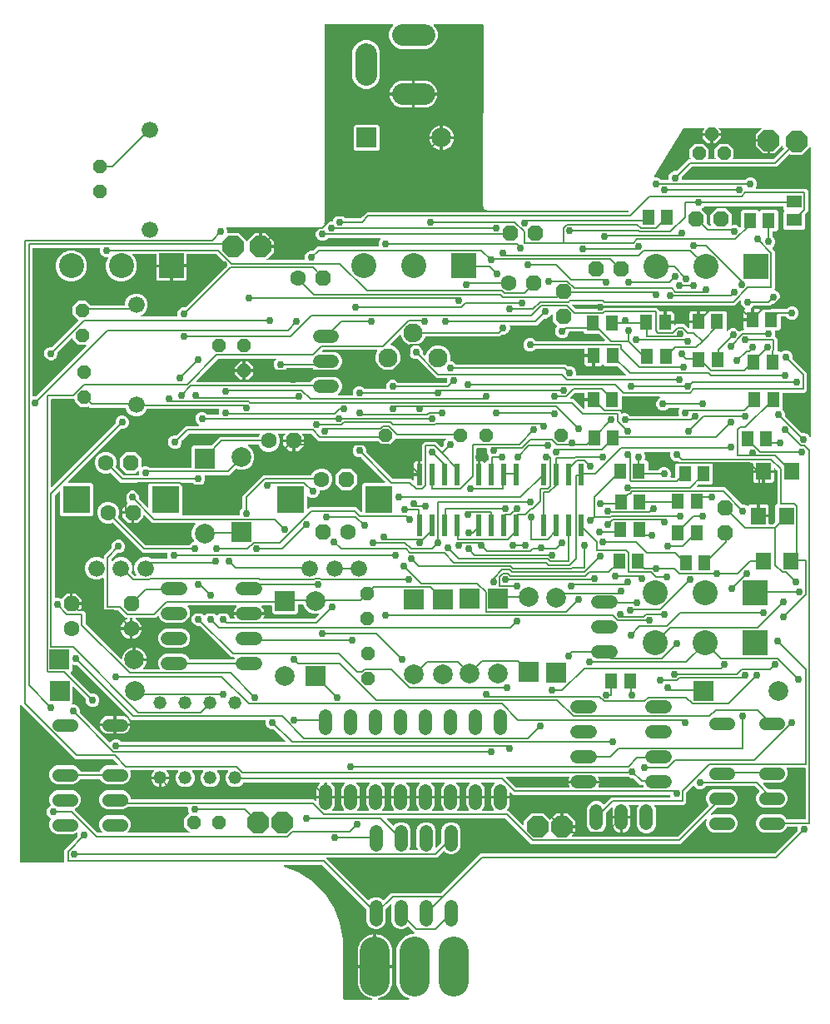
<source format=gbr>
G04 EAGLE Gerber X2 export*
%TF.Part,Single*%
%TF.FileFunction,Copper,L1,Top,Mixed*%
%TF.FilePolarity,Positive*%
%TF.GenerationSoftware,Autodesk,EAGLE,9.0.0*%
%TF.CreationDate,2019-09-03T03:29:10Z*%
G75*
%MOMM*%
%FSLAX34Y34*%
%LPD*%
%AMOC8*
5,1,8,0,0,1.08239X$1,22.5*%
G01*
%ADD10C,1.676400*%
%ADD11R,2.800000X2.800000*%
%ADD12R,2.540000X2.540000*%
%ADD13C,2.540000*%
%ADD14C,1.600200*%
%ADD15P,1.732040X8X22.500000*%
%ADD16P,1.732040X8X202.500000*%
%ADD17P,1.732040X8X292.500000*%
%ADD18P,1.732040X8X112.500000*%
%ADD19C,2.000000*%
%ADD20R,2.000000X2.000000*%
%ADD21C,1.320800*%
%ADD22P,2.336880X8X22.500000*%
%ADD23R,0.600000X2.200000*%
%ADD24C,1.320800*%
%ADD25P,1.429621X8X22.500000*%
%ADD26C,2.184400*%
%ADD27C,1.308000*%
%ADD28P,1.429621X8X202.500000*%
%ADD29P,1.429621X8X112.500000*%
%ADD30C,1.930400*%
%ADD31R,1.600000X1.803000*%
%ADD32R,1.300000X1.600000*%
%ADD33R,1.600000X1.300000*%
%ADD34C,3.009900*%
%ADD35P,2.336880X8X382.300000*%
%ADD36P,2.336880X8X382.400000*%
%ADD37C,0.152400*%
%ADD38C,0.756400*%

G36*
X621267Y774923D02*
X621267Y774923D01*
X621364Y774930D01*
X621388Y774940D01*
X621413Y774944D01*
X621501Y774988D01*
X621591Y775027D01*
X621616Y775047D01*
X621633Y775055D01*
X621656Y775079D01*
X621721Y775132D01*
X623631Y777041D01*
X626141Y778081D01*
X628658Y778081D01*
X628678Y778084D01*
X628697Y778082D01*
X628799Y778104D01*
X628901Y778120D01*
X628918Y778130D01*
X628938Y778134D01*
X629027Y778187D01*
X629118Y778236D01*
X629132Y778250D01*
X629149Y778260D01*
X629216Y778339D01*
X629288Y778414D01*
X629296Y778432D01*
X629309Y778447D01*
X629348Y778543D01*
X629391Y778637D01*
X629393Y778657D01*
X629401Y778675D01*
X629419Y778842D01*
X629419Y778859D01*
X630459Y781369D01*
X632381Y783291D01*
X634891Y784331D01*
X637609Y784331D01*
X640119Y783291D01*
X641876Y781534D01*
X641950Y781481D01*
X642020Y781421D01*
X642050Y781409D01*
X642076Y781390D01*
X642163Y781363D01*
X642248Y781329D01*
X642289Y781325D01*
X642311Y781318D01*
X642343Y781319D01*
X642415Y781311D01*
X656856Y781311D01*
X656946Y781325D01*
X657037Y781333D01*
X657067Y781345D01*
X657099Y781350D01*
X657180Y781393D01*
X657264Y781429D01*
X657296Y781455D01*
X657316Y781466D01*
X657339Y781489D01*
X657394Y781534D01*
X663422Y787561D01*
X929356Y787561D01*
X929446Y787575D01*
X929537Y787583D01*
X929567Y787595D01*
X929599Y787600D01*
X929679Y787643D01*
X929763Y787679D01*
X929796Y787705D01*
X929816Y787716D01*
X929838Y787739D01*
X929894Y787784D01*
X929968Y787858D01*
X930010Y787916D01*
X930060Y787968D01*
X930082Y788015D01*
X930112Y788057D01*
X930133Y788126D01*
X930163Y788191D01*
X930169Y788243D01*
X930184Y788292D01*
X930183Y788364D01*
X930190Y788435D01*
X930179Y788486D01*
X930178Y788538D01*
X930153Y788606D01*
X930138Y788676D01*
X930112Y788720D01*
X930094Y788769D01*
X930049Y788825D01*
X930012Y788887D01*
X929973Y788921D01*
X929940Y788961D01*
X929880Y789000D01*
X929825Y789047D01*
X929777Y789066D01*
X929733Y789094D01*
X929664Y789112D01*
X929597Y789139D01*
X929526Y789147D01*
X929495Y789155D01*
X929471Y789153D01*
X929430Y789157D01*
X789309Y789157D01*
X789300Y789156D01*
X787993Y789157D01*
X787992Y789157D01*
X786834Y789157D01*
X785756Y789605D01*
X785755Y789606D01*
X784687Y790048D01*
X783857Y790880D01*
X783856Y790881D01*
X783044Y791693D01*
X782597Y792776D01*
X782597Y792777D01*
X782156Y793841D01*
X782157Y795014D01*
X782157Y795015D01*
X782157Y796303D01*
X782159Y796317D01*
X782378Y977782D01*
X782375Y977802D01*
X782377Y977822D01*
X782355Y977922D01*
X782338Y978024D01*
X782329Y978042D01*
X782325Y978062D01*
X782272Y978151D01*
X782224Y978242D01*
X782209Y978256D01*
X782198Y978273D01*
X782120Y978340D01*
X782045Y978411D01*
X782027Y978420D01*
X782012Y978433D01*
X781916Y978472D01*
X781823Y978515D01*
X781802Y978518D01*
X781783Y978525D01*
X781617Y978544D01*
X732782Y978544D01*
X732711Y978532D01*
X732639Y978530D01*
X732590Y978512D01*
X732539Y978504D01*
X732476Y978470D01*
X732408Y978446D01*
X732368Y978413D01*
X732322Y978389D01*
X732272Y978337D01*
X732216Y978292D01*
X732188Y978248D01*
X732152Y978210D01*
X732122Y978146D01*
X732083Y978085D01*
X732071Y978035D01*
X732049Y977987D01*
X732041Y977916D01*
X732023Y977847D01*
X732027Y977795D01*
X732022Y977743D01*
X732037Y977673D01*
X732042Y977601D01*
X732063Y977554D01*
X732074Y977503D01*
X732111Y977441D01*
X732139Y977375D01*
X732184Y977319D01*
X732200Y977291D01*
X732218Y977276D01*
X732244Y977244D01*
X733965Y975523D01*
X736092Y970388D01*
X736092Y964830D01*
X733965Y959695D01*
X730035Y955765D01*
X724900Y953638D01*
X697498Y953638D01*
X692363Y955765D01*
X688433Y959695D01*
X686306Y964830D01*
X686306Y970388D01*
X688433Y975523D01*
X690155Y977244D01*
X690197Y977302D01*
X690246Y977354D01*
X690268Y977402D01*
X690298Y977444D01*
X690319Y977512D01*
X690350Y977577D01*
X690355Y977629D01*
X690371Y977679D01*
X690369Y977751D01*
X690377Y977822D01*
X690366Y977873D01*
X690364Y977925D01*
X690340Y977992D01*
X690324Y978062D01*
X690298Y978107D01*
X690280Y978156D01*
X690235Y978212D01*
X690198Y978273D01*
X690159Y978307D01*
X690126Y978348D01*
X690066Y978387D01*
X690011Y978433D01*
X689963Y978453D01*
X689919Y978481D01*
X689850Y978498D01*
X689783Y978525D01*
X689712Y978533D01*
X689681Y978541D01*
X689657Y978539D01*
X689616Y978544D01*
X621825Y978544D01*
X621806Y978541D01*
X621787Y978543D01*
X621685Y978521D01*
X621582Y978504D01*
X621565Y978495D01*
X621546Y978491D01*
X621457Y978437D01*
X621365Y978389D01*
X621352Y978375D01*
X621335Y978365D01*
X621267Y978286D01*
X621196Y978210D01*
X621188Y978193D01*
X621175Y978178D01*
X621136Y978082D01*
X621092Y977987D01*
X621090Y977968D01*
X621083Y977950D01*
X621064Y977783D01*
X620843Y778006D01*
X620843Y778005D01*
X620843Y776834D01*
X620480Y775962D01*
X620458Y775867D01*
X620429Y775773D01*
X620430Y775748D01*
X620424Y775723D01*
X620433Y775625D01*
X620435Y775527D01*
X620444Y775503D01*
X620447Y775478D01*
X620486Y775388D01*
X620520Y775296D01*
X620536Y775276D01*
X620546Y775253D01*
X620613Y775181D01*
X620674Y775104D01*
X620695Y775090D01*
X620713Y775071D01*
X620798Y775024D01*
X620880Y774971D01*
X620905Y774965D01*
X620928Y774953D01*
X621024Y774935D01*
X621119Y774911D01*
X621145Y774913D01*
X621170Y774909D01*
X621267Y774923D01*
G37*
G36*
X452297Y322568D02*
X452297Y322568D01*
X452343Y322566D01*
X452418Y322588D01*
X452494Y322600D01*
X452535Y322622D01*
X452579Y322635D01*
X452643Y322679D01*
X452712Y322716D01*
X452743Y322749D01*
X452781Y322775D01*
X452828Y322838D01*
X452881Y322894D01*
X452900Y322936D01*
X452928Y322972D01*
X452952Y323046D01*
X452985Y323117D01*
X452990Y323163D01*
X453004Y323206D01*
X453003Y323284D01*
X453012Y323361D01*
X453002Y323406D01*
X453002Y323452D01*
X452964Y323584D01*
X452960Y323602D01*
X452957Y323606D01*
X452955Y323613D01*
X451643Y326780D01*
X451643Y330620D01*
X453113Y334168D01*
X455828Y336883D01*
X459376Y338353D01*
X476424Y338353D01*
X479972Y336883D01*
X482687Y334168D01*
X483158Y333031D01*
X483220Y332931D01*
X483280Y332831D01*
X483285Y332827D01*
X483288Y332822D01*
X483378Y332747D01*
X483467Y332671D01*
X483472Y332669D01*
X483477Y332665D01*
X483586Y332623D01*
X483695Y332579D01*
X483702Y332578D01*
X483707Y332577D01*
X483725Y332576D01*
X483862Y332561D01*
X528138Y332561D01*
X528253Y332580D01*
X528369Y332597D01*
X528375Y332599D01*
X528381Y332600D01*
X528484Y332655D01*
X528589Y332708D01*
X528593Y332713D01*
X528599Y332716D01*
X528679Y332800D01*
X528761Y332884D01*
X528764Y332890D01*
X528768Y332894D01*
X528776Y332911D01*
X528842Y333031D01*
X529196Y333887D01*
X529207Y333931D01*
X529226Y333973D01*
X529235Y334050D01*
X529253Y334126D01*
X529248Y334172D01*
X529253Y334217D01*
X529237Y334294D01*
X529229Y334371D01*
X529211Y334413D01*
X529201Y334458D01*
X529161Y334525D01*
X529129Y334596D01*
X529098Y334630D01*
X529075Y334669D01*
X529016Y334720D01*
X528963Y334777D01*
X528923Y334799D01*
X528888Y334829D01*
X528816Y334858D01*
X528748Y334895D01*
X528702Y334904D01*
X528660Y334921D01*
X528524Y334936D01*
X528505Y334939D01*
X528501Y334938D01*
X528493Y334939D01*
X525922Y334939D01*
X494164Y366696D01*
X494091Y366749D01*
X494021Y366809D01*
X493991Y366821D01*
X493965Y366840D01*
X493878Y366867D01*
X493793Y366901D01*
X493752Y366905D01*
X493730Y366912D01*
X493697Y366911D01*
X493626Y366919D01*
X491141Y366919D01*
X488631Y367959D01*
X486709Y369881D01*
X485669Y372391D01*
X485669Y375109D01*
X486709Y377619D01*
X488631Y379541D01*
X491141Y380581D01*
X493859Y380581D01*
X496369Y379541D01*
X498212Y377698D01*
X498228Y377687D01*
X498240Y377671D01*
X498328Y377615D01*
X498411Y377555D01*
X498430Y377549D01*
X498447Y377538D01*
X498548Y377513D01*
X498647Y377482D01*
X498666Y377483D01*
X498686Y377478D01*
X498789Y377486D01*
X498892Y377489D01*
X498911Y377496D01*
X498931Y377497D01*
X499026Y377538D01*
X499123Y377573D01*
X499139Y377586D01*
X499157Y377594D01*
X499288Y377698D01*
X501131Y379541D01*
X503641Y380581D01*
X506359Y380581D01*
X508869Y379541D01*
X510712Y377698D01*
X510728Y377687D01*
X510740Y377671D01*
X510828Y377615D01*
X510911Y377555D01*
X510930Y377549D01*
X510947Y377538D01*
X511048Y377513D01*
X511147Y377482D01*
X511166Y377483D01*
X511186Y377478D01*
X511289Y377486D01*
X511392Y377489D01*
X511411Y377496D01*
X511431Y377497D01*
X511526Y377538D01*
X511623Y377573D01*
X511639Y377586D01*
X511657Y377594D01*
X511788Y377698D01*
X513631Y379541D01*
X516141Y380581D01*
X518859Y380581D01*
X521369Y379541D01*
X523291Y377619D01*
X524331Y375109D01*
X524331Y374572D01*
X524334Y374552D01*
X524332Y374533D01*
X524354Y374431D01*
X524370Y374329D01*
X524380Y374312D01*
X524384Y374292D01*
X524437Y374203D01*
X524486Y374112D01*
X524500Y374098D01*
X524510Y374081D01*
X524589Y374014D01*
X524664Y373942D01*
X524682Y373934D01*
X524697Y373921D01*
X524793Y373882D01*
X524887Y373839D01*
X524907Y373837D01*
X524925Y373829D01*
X525092Y373811D01*
X528875Y373811D01*
X528993Y373830D01*
X529112Y373849D01*
X529115Y373850D01*
X529118Y373850D01*
X529223Y373906D01*
X529330Y373962D01*
X529332Y373964D01*
X529335Y373966D01*
X529417Y374052D01*
X529501Y374139D01*
X529502Y374142D01*
X529504Y374144D01*
X529555Y374252D01*
X529606Y374361D01*
X529607Y374364D01*
X529608Y374367D01*
X529621Y374484D01*
X529636Y374605D01*
X529635Y374608D01*
X529635Y374611D01*
X529610Y374728D01*
X529585Y374846D01*
X529583Y374849D01*
X529583Y374852D01*
X529577Y374861D01*
X529508Y374995D01*
X529392Y375168D01*
X528703Y376833D01*
X528475Y377977D01*
X543338Y377977D01*
X543358Y377980D01*
X543377Y377978D01*
X543479Y378000D01*
X543581Y378017D01*
X543598Y378026D01*
X543618Y378030D01*
X543707Y378083D01*
X543798Y378132D01*
X543812Y378146D01*
X543829Y378156D01*
X543896Y378235D01*
X543967Y378310D01*
X543976Y378328D01*
X543989Y378343D01*
X544027Y378439D01*
X544071Y378533D01*
X544073Y378553D01*
X544081Y378571D01*
X544099Y378738D01*
X544099Y380262D01*
X544097Y380274D01*
X544098Y380284D01*
X544097Y380290D01*
X544098Y380301D01*
X544076Y380403D01*
X544059Y380505D01*
X544050Y380522D01*
X544046Y380542D01*
X543993Y380631D01*
X543944Y380722D01*
X543930Y380736D01*
X543920Y380753D01*
X543841Y380820D01*
X543766Y380891D01*
X543748Y380900D01*
X543733Y380913D01*
X543637Y380952D01*
X543543Y380995D01*
X543523Y380997D01*
X543505Y381005D01*
X543338Y381023D01*
X528475Y381023D01*
X528703Y382167D01*
X529392Y383832D01*
X530393Y385330D01*
X531203Y386140D01*
X531245Y386198D01*
X531294Y386250D01*
X531316Y386297D01*
X531347Y386339D01*
X531368Y386408D01*
X531398Y386473D01*
X531404Y386525D01*
X531419Y386575D01*
X531417Y386646D01*
X531425Y386717D01*
X531414Y386768D01*
X531413Y386820D01*
X531388Y386888D01*
X531373Y386958D01*
X531346Y387003D01*
X531328Y387051D01*
X531283Y387107D01*
X531247Y387169D01*
X531207Y387203D01*
X531175Y387243D01*
X531114Y387282D01*
X531060Y387329D01*
X531011Y387348D01*
X530968Y387376D01*
X530898Y387394D01*
X530832Y387421D01*
X530760Y387429D01*
X530729Y387437D01*
X530706Y387435D01*
X530665Y387439D01*
X482054Y387439D01*
X481983Y387428D01*
X481911Y387426D01*
X481862Y387408D01*
X481811Y387400D01*
X481747Y387366D01*
X481680Y387341D01*
X481639Y387309D01*
X481593Y387284D01*
X481544Y387232D01*
X481488Y387188D01*
X481460Y387144D01*
X481424Y387106D01*
X481394Y387041D01*
X481355Y386981D01*
X481342Y386930D01*
X481320Y386883D01*
X481313Y386812D01*
X481295Y386742D01*
X481299Y386690D01*
X481293Y386639D01*
X481309Y386568D01*
X481314Y386497D01*
X481334Y386449D01*
X481346Y386398D01*
X481382Y386337D01*
X481410Y386271D01*
X481455Y386215D01*
X481472Y386187D01*
X481490Y386172D01*
X481515Y386140D01*
X482687Y384968D01*
X484157Y381420D01*
X484157Y377580D01*
X482687Y374032D01*
X479972Y371317D01*
X476424Y369847D01*
X459376Y369847D01*
X455828Y371317D01*
X453113Y374032D01*
X452101Y376474D01*
X452077Y376513D01*
X452062Y376556D01*
X452013Y376617D01*
X451972Y376683D01*
X451937Y376712D01*
X451908Y376748D01*
X451842Y376790D01*
X451782Y376840D01*
X451740Y376856D01*
X451701Y376881D01*
X451625Y376900D01*
X451553Y376928D01*
X451507Y376930D01*
X451462Y376941D01*
X451385Y376935D01*
X451307Y376938D01*
X451263Y376925D01*
X451217Y376922D01*
X451146Y376891D01*
X451071Y376870D01*
X451033Y376843D01*
X450991Y376826D01*
X450884Y376740D01*
X450869Y376729D01*
X450866Y376725D01*
X450860Y376721D01*
X449078Y374939D01*
X429121Y374939D01*
X429055Y374928D01*
X428987Y374927D01*
X428934Y374909D01*
X428879Y374900D01*
X428819Y374868D01*
X428755Y374845D01*
X428711Y374811D01*
X428661Y374784D01*
X428615Y374735D01*
X428561Y374694D01*
X428531Y374647D01*
X428492Y374606D01*
X428463Y374545D01*
X428426Y374488D01*
X428412Y374434D01*
X428388Y374383D01*
X428381Y374316D01*
X428364Y374250D01*
X428367Y374194D01*
X428361Y374139D01*
X428376Y374072D01*
X428380Y374005D01*
X428402Y373953D01*
X428413Y373898D01*
X428448Y373840D01*
X428474Y373777D01*
X428511Y373735D01*
X428540Y373687D01*
X428591Y373643D01*
X428636Y373592D01*
X428701Y373549D01*
X428727Y373527D01*
X428746Y373519D01*
X428776Y373500D01*
X429725Y373016D01*
X431067Y372041D01*
X432241Y370867D01*
X433216Y369525D01*
X433969Y368047D01*
X434482Y366468D01*
X434632Y365523D01*
X425723Y365523D01*
X425723Y374178D01*
X425722Y374188D01*
X425722Y374194D01*
X425720Y374202D01*
X425722Y374217D01*
X425700Y374319D01*
X425683Y374421D01*
X425674Y374438D01*
X425670Y374458D01*
X425617Y374547D01*
X425568Y374638D01*
X425554Y374652D01*
X425544Y374669D01*
X425465Y374736D01*
X425390Y374808D01*
X425372Y374816D01*
X425357Y374829D01*
X425261Y374868D01*
X425167Y374911D01*
X425147Y374913D01*
X425129Y374921D01*
X424962Y374939D01*
X423438Y374939D01*
X423418Y374936D01*
X423399Y374938D01*
X423297Y374916D01*
X423195Y374900D01*
X423178Y374890D01*
X423158Y374886D01*
X423069Y374833D01*
X422978Y374784D01*
X422964Y374770D01*
X422947Y374760D01*
X422880Y374681D01*
X422809Y374606D01*
X422800Y374588D01*
X422787Y374573D01*
X422748Y374477D01*
X422705Y374383D01*
X422703Y374363D01*
X422695Y374345D01*
X422677Y374178D01*
X422677Y365523D01*
X413768Y365523D01*
X413918Y366468D01*
X414431Y368047D01*
X415184Y369525D01*
X416159Y370867D01*
X417333Y372041D01*
X418675Y373016D01*
X419624Y373500D01*
X419679Y373540D01*
X419739Y373572D01*
X419777Y373612D01*
X419822Y373645D01*
X419861Y373701D01*
X419908Y373750D01*
X419932Y373801D01*
X419964Y373847D01*
X419983Y373912D01*
X420012Y373973D01*
X420018Y374029D01*
X420034Y374082D01*
X420031Y374150D01*
X420039Y374217D01*
X420027Y374272D01*
X420025Y374328D01*
X420001Y374391D01*
X419987Y374458D01*
X419958Y374506D01*
X419938Y374558D01*
X419895Y374611D01*
X419860Y374669D01*
X419818Y374705D01*
X419782Y374749D01*
X419725Y374785D01*
X419673Y374829D01*
X419621Y374850D01*
X419574Y374880D01*
X419508Y374895D01*
X419445Y374921D01*
X419367Y374929D01*
X419335Y374937D01*
X419314Y374935D01*
X419279Y374939D01*
X418422Y374939D01*
X411144Y382216D01*
X411071Y382269D01*
X411001Y382329D01*
X410971Y382341D01*
X410945Y382360D01*
X410858Y382387D01*
X410773Y382421D01*
X410732Y382425D01*
X410710Y382432D01*
X410677Y382431D01*
X410606Y382439D01*
X398422Y382439D01*
X396189Y384672D01*
X396189Y414837D01*
X396182Y414882D01*
X396184Y414928D01*
X396162Y415003D01*
X396150Y415080D01*
X396128Y415120D01*
X396115Y415164D01*
X396071Y415229D01*
X396034Y415297D01*
X396001Y415329D01*
X395975Y415366D01*
X395912Y415413D01*
X395856Y415467D01*
X395814Y415486D01*
X395778Y415513D01*
X395704Y415537D01*
X395633Y415570D01*
X395587Y415575D01*
X395544Y415589D01*
X395466Y415589D01*
X395389Y415597D01*
X395344Y415588D01*
X395298Y415587D01*
X395166Y415549D01*
X395148Y415545D01*
X395144Y415542D01*
X395137Y415540D01*
X391112Y413873D01*
X386564Y413873D01*
X382363Y415613D01*
X379147Y418829D01*
X377407Y423030D01*
X377407Y427578D01*
X379147Y431779D01*
X382363Y434994D01*
X386564Y436735D01*
X391112Y436735D01*
X395137Y435067D01*
X395181Y435057D01*
X395223Y435037D01*
X395300Y435029D01*
X395376Y435011D01*
X395422Y435015D01*
X395467Y435010D01*
X395544Y435027D01*
X395621Y435034D01*
X395663Y435053D01*
X395708Y435063D01*
X395775Y435103D01*
X395846Y435134D01*
X395880Y435165D01*
X395919Y435189D01*
X395970Y435248D01*
X396027Y435301D01*
X396049Y435341D01*
X396079Y435376D01*
X396108Y435448D01*
X396145Y435516D01*
X396154Y435561D01*
X396171Y435604D01*
X396186Y435740D01*
X396189Y435758D01*
X396188Y435763D01*
X396189Y435771D01*
X396189Y437828D01*
X398644Y440284D01*
X404196Y445835D01*
X404249Y445909D01*
X404309Y445979D01*
X404321Y446009D01*
X404340Y446035D01*
X404367Y446122D01*
X404401Y446207D01*
X404405Y446248D01*
X404412Y446270D01*
X404411Y446302D01*
X404419Y446374D01*
X404419Y448859D01*
X405459Y451369D01*
X407381Y453291D01*
X409891Y454331D01*
X412609Y454331D01*
X415119Y453291D01*
X417041Y451369D01*
X418081Y448859D01*
X418081Y446141D01*
X417041Y443631D01*
X415119Y441709D01*
X412609Y440669D01*
X410124Y440669D01*
X410034Y440655D01*
X409943Y440647D01*
X409913Y440635D01*
X409881Y440630D01*
X409800Y440587D01*
X409716Y440551D01*
X409684Y440525D01*
X409664Y440514D01*
X409641Y440491D01*
X409585Y440446D01*
X404034Y434894D01*
X403981Y434821D01*
X403921Y434751D01*
X403909Y434721D01*
X403890Y434695D01*
X403863Y434608D01*
X403829Y434523D01*
X403825Y434482D01*
X403818Y434460D01*
X403819Y434427D01*
X403811Y434356D01*
X403811Y433280D01*
X403822Y433209D01*
X403824Y433137D01*
X403842Y433089D01*
X403850Y433037D01*
X403884Y432974D01*
X403909Y432906D01*
X403941Y432866D01*
X403966Y432820D01*
X404018Y432770D01*
X404062Y432714D01*
X404106Y432686D01*
X404144Y432650D01*
X404209Y432620D01*
X404269Y432581D01*
X404320Y432569D01*
X404367Y432547D01*
X404438Y432539D01*
X404508Y432521D01*
X404560Y432525D01*
X404611Y432520D01*
X404682Y432535D01*
X404753Y432541D01*
X404801Y432561D01*
X404852Y432572D01*
X404913Y432609D01*
X404979Y432637D01*
X405035Y432682D01*
X405063Y432698D01*
X405078Y432716D01*
X405110Y432742D01*
X407363Y434994D01*
X411564Y436735D01*
X416112Y436735D01*
X420313Y434994D01*
X423528Y431779D01*
X425269Y427578D01*
X425269Y423030D01*
X424611Y421443D01*
X424584Y421329D01*
X424556Y421216D01*
X424556Y421209D01*
X424555Y421203D01*
X424566Y421087D01*
X424575Y420970D01*
X424577Y420965D01*
X424578Y420958D01*
X424626Y420851D01*
X424671Y420744D01*
X424676Y420738D01*
X424678Y420734D01*
X424691Y420720D01*
X424776Y420613D01*
X427606Y417784D01*
X427680Y417731D01*
X427749Y417671D01*
X427779Y417659D01*
X427805Y417640D01*
X427892Y417613D01*
X427977Y417579D01*
X428018Y417575D01*
X428040Y417568D01*
X428073Y417569D01*
X428144Y417561D01*
X428578Y417561D01*
X428648Y417572D01*
X428720Y417574D01*
X428769Y417592D01*
X428820Y417600D01*
X428884Y417634D01*
X428951Y417659D01*
X428992Y417691D01*
X429038Y417716D01*
X429087Y417768D01*
X429143Y417812D01*
X429171Y417856D01*
X429207Y417894D01*
X429237Y417959D01*
X429276Y418019D01*
X429289Y418070D01*
X429311Y418117D01*
X429319Y418188D01*
X429336Y418258D01*
X429332Y418310D01*
X429338Y418361D01*
X429323Y418432D01*
X429317Y418503D01*
X429297Y418551D01*
X429286Y418602D01*
X429249Y418663D01*
X429221Y418729D01*
X429176Y418785D01*
X429159Y418813D01*
X429151Y418820D01*
X427407Y423030D01*
X427407Y427578D01*
X429147Y431779D01*
X432363Y434994D01*
X436564Y436735D01*
X441112Y436735D01*
X445013Y435119D01*
X445076Y435104D01*
X445137Y435079D01*
X445220Y435070D01*
X445252Y435063D01*
X445271Y435064D01*
X445304Y435061D01*
X460495Y435061D01*
X460541Y435068D01*
X460587Y435066D01*
X460661Y435088D01*
X460738Y435100D01*
X460779Y435122D01*
X460823Y435135D01*
X460887Y435179D01*
X460955Y435216D01*
X460987Y435249D01*
X461025Y435275D01*
X461071Y435337D01*
X461125Y435394D01*
X461144Y435436D01*
X461172Y435472D01*
X461196Y435546D01*
X461228Y435617D01*
X461234Y435663D01*
X461248Y435706D01*
X461247Y435784D01*
X461256Y435861D01*
X461246Y435906D01*
X461245Y435952D01*
X461207Y436083D01*
X461203Y436102D01*
X461201Y436106D01*
X461199Y436113D01*
X460669Y437391D01*
X460669Y440109D01*
X460681Y440137D01*
X460689Y440171D01*
X460692Y440178D01*
X460693Y440184D01*
X460711Y440223D01*
X460719Y440300D01*
X460737Y440376D01*
X460733Y440422D01*
X460738Y440467D01*
X460721Y440543D01*
X460714Y440621D01*
X460695Y440663D01*
X460686Y440708D01*
X460646Y440775D01*
X460614Y440846D01*
X460583Y440880D01*
X460559Y440919D01*
X460500Y440970D01*
X460448Y441027D01*
X460407Y441049D01*
X460372Y441079D01*
X460300Y441108D01*
X460232Y441145D01*
X460187Y441154D01*
X460144Y441171D01*
X460009Y441186D01*
X459990Y441189D01*
X459985Y441188D01*
X459978Y441189D01*
X435922Y441189D01*
X433466Y443644D01*
X405506Y471605D01*
X405411Y471673D01*
X405317Y471743D01*
X405311Y471745D01*
X405306Y471748D01*
X405195Y471783D01*
X405083Y471819D01*
X405077Y471819D01*
X405071Y471821D01*
X404954Y471818D01*
X404838Y471817D01*
X404830Y471814D01*
X404825Y471814D01*
X404808Y471808D01*
X404676Y471770D01*
X402698Y470950D01*
X398302Y470950D01*
X394241Y472633D01*
X391133Y475741D01*
X389450Y479802D01*
X389450Y484198D01*
X391133Y488259D01*
X394241Y491367D01*
X398302Y493050D01*
X402698Y493050D01*
X406759Y491367D01*
X409867Y488259D01*
X411550Y484198D01*
X411550Y479802D01*
X410730Y477824D01*
X410703Y477710D01*
X410675Y477596D01*
X410675Y477590D01*
X410674Y477584D01*
X410685Y477468D01*
X410694Y477351D01*
X410697Y477346D01*
X410697Y477339D01*
X410745Y477232D01*
X410790Y477125D01*
X410795Y477119D01*
X410797Y477115D01*
X410810Y477101D01*
X410895Y476994D01*
X438856Y449034D01*
X438929Y448981D01*
X438999Y448921D01*
X439029Y448909D01*
X439055Y448890D01*
X439142Y448863D01*
X439227Y448829D01*
X439268Y448825D01*
X439290Y448818D01*
X439323Y448819D01*
X439394Y448811D01*
X482585Y448811D01*
X482675Y448825D01*
X482766Y448833D01*
X482796Y448845D01*
X482828Y448850D01*
X482909Y448893D01*
X482993Y448929D01*
X483025Y448955D01*
X483045Y448966D01*
X483068Y448989D01*
X483124Y449034D01*
X484881Y450791D01*
X487391Y451831D01*
X487478Y451831D01*
X487548Y451842D01*
X487620Y451844D01*
X487669Y451862D01*
X487721Y451870D01*
X487784Y451904D01*
X487851Y451929D01*
X487892Y451961D01*
X487938Y451986D01*
X487987Y452038D01*
X488043Y452082D01*
X488071Y452126D01*
X488107Y452164D01*
X488138Y452229D01*
X488176Y452289D01*
X488189Y452340D01*
X488211Y452387D01*
X488219Y452458D01*
X488236Y452528D01*
X488232Y452580D01*
X488238Y452631D01*
X488223Y452702D01*
X488217Y452773D01*
X488197Y452821D01*
X488186Y452872D01*
X488149Y452933D01*
X488121Y452999D01*
X488076Y453055D01*
X488060Y453083D01*
X488042Y453098D01*
X488016Y453130D01*
X487638Y453509D01*
X485651Y458304D01*
X485651Y463496D01*
X487638Y468292D01*
X489236Y469890D01*
X489278Y469948D01*
X489327Y470000D01*
X489349Y470047D01*
X489380Y470089D01*
X489401Y470158D01*
X489431Y470223D01*
X489437Y470275D01*
X489452Y470325D01*
X489450Y470396D01*
X489458Y470467D01*
X489447Y470518D01*
X489446Y470570D01*
X489421Y470638D01*
X489406Y470708D01*
X489379Y470753D01*
X489361Y470801D01*
X489316Y470857D01*
X489280Y470919D01*
X489240Y470953D01*
X489207Y470993D01*
X489147Y471032D01*
X489093Y471079D01*
X489044Y471098D01*
X489001Y471126D01*
X488931Y471144D01*
X488864Y471171D01*
X488793Y471179D01*
X488762Y471187D01*
X488739Y471185D01*
X488698Y471189D01*
X445922Y471189D01*
X443466Y473644D01*
X437741Y479370D01*
X437683Y479411D01*
X437631Y479461D01*
X437584Y479483D01*
X437542Y479513D01*
X437473Y479534D01*
X437408Y479564D01*
X437356Y479570D01*
X437306Y479585D01*
X437235Y479584D01*
X437163Y479592D01*
X437113Y479580D01*
X437061Y479579D01*
X436993Y479554D01*
X436923Y479539D01*
X436878Y479513D01*
X436830Y479495D01*
X436774Y479450D01*
X436712Y479413D01*
X436678Y479373D01*
X436637Y479341D01*
X436599Y479281D01*
X436552Y479226D01*
X436533Y479178D01*
X436504Y479134D01*
X436487Y479065D01*
X436460Y478998D01*
X436452Y478927D01*
X436444Y478896D01*
X436446Y478872D01*
X436442Y478831D01*
X436442Y477633D01*
X430267Y471458D01*
X427423Y471458D01*
X427423Y481238D01*
X427420Y481258D01*
X427422Y481277D01*
X427400Y481379D01*
X427383Y481481D01*
X427374Y481498D01*
X427370Y481518D01*
X427317Y481607D01*
X427268Y481698D01*
X427254Y481712D01*
X427244Y481729D01*
X427165Y481796D01*
X427090Y481867D01*
X427072Y481876D01*
X427057Y481889D01*
X426961Y481927D01*
X426867Y481971D01*
X426847Y481973D01*
X426829Y481981D01*
X426662Y481999D01*
X425899Y481999D01*
X425899Y482762D01*
X425896Y482782D01*
X425898Y482801D01*
X425876Y482902D01*
X425859Y483005D01*
X425850Y483022D01*
X425846Y483042D01*
X425793Y483131D01*
X425744Y483222D01*
X425730Y483236D01*
X425720Y483253D01*
X425641Y483320D01*
X425566Y483391D01*
X425548Y483400D01*
X425533Y483413D01*
X425437Y483452D01*
X425343Y483495D01*
X425323Y483497D01*
X425305Y483505D01*
X425138Y483523D01*
X415358Y483523D01*
X415358Y486367D01*
X420378Y491386D01*
X420389Y491402D01*
X420405Y491414D01*
X420461Y491502D01*
X420521Y491585D01*
X420527Y491604D01*
X420538Y491621D01*
X420563Y491722D01*
X420593Y491821D01*
X420593Y491841D01*
X420598Y491860D01*
X420590Y491963D01*
X420587Y492066D01*
X420580Y492085D01*
X420579Y492105D01*
X420538Y492200D01*
X420503Y492297D01*
X420490Y492313D01*
X420482Y492331D01*
X420378Y492462D01*
X419209Y493631D01*
X418169Y496141D01*
X418169Y498859D01*
X419209Y501369D01*
X421131Y503291D01*
X423641Y504331D01*
X426359Y504331D01*
X428869Y503291D01*
X430791Y501369D01*
X431831Y498859D01*
X431831Y496374D01*
X431845Y496284D01*
X431853Y496193D01*
X431865Y496163D01*
X431870Y496131D01*
X431913Y496050D01*
X431949Y495966D01*
X431975Y495934D01*
X431986Y495914D01*
X432009Y495891D01*
X432054Y495835D01*
X440490Y487400D01*
X440548Y487358D01*
X440600Y487308D01*
X440647Y487286D01*
X440689Y487256D01*
X440758Y487235D01*
X440823Y487205D01*
X440875Y487199D01*
X440924Y487184D01*
X440996Y487186D01*
X441067Y487178D01*
X441118Y487189D01*
X441170Y487190D01*
X441238Y487215D01*
X441308Y487230D01*
X441352Y487257D01*
X441401Y487274D01*
X441457Y487319D01*
X441519Y487356D01*
X441553Y487396D01*
X441593Y487428D01*
X441632Y487488D01*
X441679Y487543D01*
X441698Y487591D01*
X441726Y487635D01*
X441744Y487705D01*
X441771Y487771D01*
X441779Y487842D01*
X441786Y487874D01*
X441785Y487897D01*
X441789Y487938D01*
X441789Y510567D01*
X442362Y511140D01*
X442404Y511198D01*
X442453Y511250D01*
X442475Y511297D01*
X442506Y511339D01*
X442527Y511408D01*
X442557Y511473D01*
X442563Y511525D01*
X442578Y511575D01*
X442576Y511646D01*
X442584Y511717D01*
X442573Y511768D01*
X442572Y511820D01*
X442547Y511888D01*
X442532Y511958D01*
X442505Y512003D01*
X442487Y512051D01*
X442442Y512107D01*
X442406Y512169D01*
X442366Y512203D01*
X442334Y512243D01*
X442273Y512282D01*
X442219Y512329D01*
X442171Y512348D01*
X442127Y512376D01*
X442057Y512394D01*
X441991Y512421D01*
X441919Y512429D01*
X441888Y512437D01*
X441865Y512435D01*
X441824Y512439D01*
X413422Y512439D01*
X403383Y522478D01*
X403287Y522547D01*
X403194Y522616D01*
X403188Y522618D01*
X403183Y522622D01*
X403071Y522656D01*
X402960Y522692D01*
X402954Y522692D01*
X402948Y522694D01*
X402831Y522691D01*
X402714Y522690D01*
X402707Y522688D01*
X402702Y522688D01*
X402685Y522681D01*
X402553Y522643D01*
X400398Y521750D01*
X396002Y521750D01*
X391941Y523433D01*
X388833Y526541D01*
X387150Y530602D01*
X387150Y534998D01*
X388833Y539059D01*
X391941Y542167D01*
X396002Y543850D01*
X400398Y543850D01*
X404459Y542167D01*
X407567Y539059D01*
X409250Y534998D01*
X409250Y530602D01*
X408503Y528800D01*
X408477Y528687D01*
X408448Y528573D01*
X408449Y528567D01*
X408447Y528561D01*
X408458Y528444D01*
X408467Y528328D01*
X408470Y528322D01*
X408470Y528316D01*
X408518Y528208D01*
X408564Y528102D01*
X408568Y528096D01*
X408570Y528091D01*
X408583Y528078D01*
X408668Y527971D01*
X416356Y520284D01*
X416429Y520231D01*
X416499Y520171D01*
X416529Y520159D01*
X416555Y520140D01*
X416642Y520113D01*
X416727Y520079D01*
X416768Y520075D01*
X416790Y520068D01*
X416823Y520069D01*
X416894Y520061D01*
X431228Y520061D01*
X431273Y520068D01*
X431319Y520066D01*
X431394Y520088D01*
X431470Y520100D01*
X431511Y520122D01*
X431555Y520135D01*
X431619Y520179D01*
X431688Y520216D01*
X431719Y520249D01*
X431757Y520275D01*
X431803Y520337D01*
X431857Y520394D01*
X431876Y520436D01*
X431904Y520472D01*
X431928Y520546D01*
X431961Y520617D01*
X431966Y520663D01*
X431980Y520706D01*
X431979Y520784D01*
X431988Y520861D01*
X431978Y520906D01*
X431978Y520952D01*
X431940Y521083D01*
X431936Y521102D01*
X431933Y521106D01*
X431931Y521113D01*
X431919Y521141D01*
X431919Y523655D01*
X431908Y523726D01*
X431906Y523797D01*
X431888Y523846D01*
X431880Y523898D01*
X431846Y523961D01*
X431821Y524028D01*
X431789Y524069D01*
X431764Y524115D01*
X431712Y524164D01*
X431668Y524220D01*
X431624Y524248D01*
X431586Y524284D01*
X431521Y524314D01*
X431461Y524353D01*
X431410Y524366D01*
X431363Y524388D01*
X431292Y524396D01*
X431222Y524413D01*
X431170Y524409D01*
X431119Y524415D01*
X431048Y524400D01*
X430977Y524394D01*
X430929Y524374D01*
X430878Y524363D01*
X430817Y524326D01*
X430751Y524298D01*
X430695Y524253D01*
X430667Y524237D01*
X430652Y524219D01*
X430620Y524193D01*
X428177Y521750D01*
X419023Y521750D01*
X412550Y528223D01*
X412550Y537377D01*
X419023Y543850D01*
X428177Y543850D01*
X434650Y537377D01*
X434650Y529334D01*
X434657Y529289D01*
X434655Y529243D01*
X434677Y529168D01*
X434689Y529092D01*
X434711Y529051D01*
X434724Y529007D01*
X434768Y528943D01*
X434805Y528874D01*
X434838Y528843D01*
X434864Y528805D01*
X434926Y528759D01*
X434983Y528705D01*
X435025Y528686D01*
X435061Y528658D01*
X435135Y528634D01*
X435206Y528601D01*
X435252Y528596D01*
X435295Y528582D01*
X435373Y528583D01*
X435450Y528574D01*
X435495Y528584D01*
X435541Y528584D01*
X435673Y528622D01*
X435691Y528626D01*
X435695Y528629D01*
X435702Y528631D01*
X437391Y529331D01*
X440109Y529331D01*
X442619Y528291D01*
X443126Y527784D01*
X443200Y527731D01*
X443270Y527671D01*
X443300Y527659D01*
X443326Y527640D01*
X443413Y527613D01*
X443498Y527579D01*
X443539Y527575D01*
X443561Y527568D01*
X443593Y527569D01*
X443665Y527561D01*
X484890Y527561D01*
X484910Y527564D01*
X484929Y527562D01*
X485031Y527584D01*
X485133Y527600D01*
X485150Y527610D01*
X485170Y527614D01*
X485259Y527667D01*
X485350Y527716D01*
X485364Y527730D01*
X485381Y527740D01*
X485448Y527819D01*
X485520Y527894D01*
X485528Y527912D01*
X485541Y527927D01*
X485580Y528023D01*
X485623Y528117D01*
X485625Y528137D01*
X485633Y528155D01*
X485651Y528322D01*
X485651Y548363D01*
X487437Y550149D01*
X505694Y550149D01*
X505784Y550163D01*
X505875Y550171D01*
X505905Y550183D01*
X505937Y550188D01*
X506018Y550231D01*
X506102Y550267D01*
X506134Y550293D01*
X506154Y550304D01*
X506177Y550327D01*
X506232Y550372D01*
X514672Y558811D01*
X553210Y558811D01*
X553324Y558830D01*
X553441Y558847D01*
X553446Y558849D01*
X553452Y558850D01*
X553555Y558905D01*
X553660Y558958D01*
X553664Y558963D01*
X553670Y558966D01*
X553750Y559050D01*
X553832Y559134D01*
X553836Y559140D01*
X553839Y559144D01*
X553847Y559161D01*
X553913Y559281D01*
X554785Y561387D01*
X554796Y561431D01*
X554815Y561473D01*
X554824Y561550D01*
X554841Y561626D01*
X554837Y561672D01*
X554842Y561717D01*
X554826Y561794D01*
X554818Y561871D01*
X554800Y561913D01*
X554790Y561958D01*
X554750Y562025D01*
X554718Y562096D01*
X554687Y562130D01*
X554664Y562169D01*
X554605Y562220D01*
X554552Y562277D01*
X554512Y562299D01*
X554477Y562329D01*
X554405Y562358D01*
X554336Y562395D01*
X554291Y562404D01*
X554249Y562421D01*
X554113Y562436D01*
X554094Y562439D01*
X554089Y562438D01*
X554082Y562439D01*
X483144Y562439D01*
X483054Y562425D01*
X482963Y562417D01*
X482933Y562405D01*
X482901Y562400D01*
X482820Y562357D01*
X482736Y562321D01*
X482704Y562295D01*
X482684Y562284D01*
X482661Y562261D01*
X482606Y562216D01*
X475804Y555414D01*
X475751Y555341D01*
X475691Y555271D01*
X475679Y555241D01*
X475660Y555215D01*
X475633Y555128D01*
X475599Y555043D01*
X475595Y555002D01*
X475588Y554980D01*
X475589Y554947D01*
X475581Y554876D01*
X475581Y552391D01*
X474541Y549881D01*
X472619Y547959D01*
X470109Y546919D01*
X467391Y546919D01*
X464881Y547959D01*
X462959Y549881D01*
X461919Y552391D01*
X461919Y555109D01*
X462959Y557619D01*
X464881Y559541D01*
X467391Y560581D01*
X469876Y560581D01*
X469966Y560595D01*
X470057Y560603D01*
X470087Y560615D01*
X470119Y560620D01*
X470200Y560663D01*
X470284Y560699D01*
X470316Y560725D01*
X470336Y560736D01*
X470359Y560759D01*
X470414Y560804D01*
X479672Y570061D01*
X492533Y570061D01*
X492629Y570076D01*
X492726Y570086D01*
X492750Y570096D01*
X492776Y570100D01*
X492862Y570146D01*
X492951Y570186D01*
X492971Y570203D01*
X492994Y570216D01*
X493061Y570286D01*
X493132Y570352D01*
X493145Y570375D01*
X493163Y570394D01*
X493204Y570482D01*
X493251Y570568D01*
X493256Y570593D01*
X493267Y570617D01*
X493277Y570714D01*
X493295Y570810D01*
X493291Y570836D01*
X493294Y570861D01*
X493273Y570956D01*
X493259Y571053D01*
X493247Y571076D01*
X493241Y571102D01*
X493191Y571185D01*
X493147Y571272D01*
X493129Y571291D01*
X493115Y571313D01*
X493041Y571376D01*
X492972Y571444D01*
X492943Y571460D01*
X492928Y571473D01*
X492897Y571485D01*
X492825Y571525D01*
X492381Y571709D01*
X490459Y573631D01*
X489419Y576141D01*
X489419Y578859D01*
X490459Y581369D01*
X492381Y583291D01*
X494891Y584331D01*
X497609Y584331D01*
X500119Y583291D01*
X501876Y581534D01*
X501950Y581481D01*
X502020Y581421D01*
X502050Y581409D01*
X502076Y581390D01*
X502163Y581363D01*
X502248Y581329D01*
X502289Y581325D01*
X502311Y581318D01*
X502343Y581319D01*
X502415Y581311D01*
X512478Y581311D01*
X512523Y581318D01*
X512569Y581316D01*
X512644Y581338D01*
X512720Y581350D01*
X512761Y581372D01*
X512805Y581385D01*
X512869Y581429D01*
X512938Y581466D01*
X512969Y581499D01*
X513007Y581525D01*
X513053Y581587D01*
X513107Y581644D01*
X513126Y581686D01*
X513154Y581722D01*
X513178Y581796D01*
X513211Y581867D01*
X513216Y581913D01*
X513230Y581956D01*
X513229Y582034D01*
X513238Y582111D01*
X513228Y582156D01*
X513228Y582202D01*
X513190Y582333D01*
X513186Y582352D01*
X513183Y582356D01*
X513181Y582363D01*
X513169Y582391D01*
X513169Y585109D01*
X513699Y586387D01*
X513709Y586431D01*
X513728Y586473D01*
X513737Y586550D01*
X513755Y586626D01*
X513750Y586672D01*
X513756Y586717D01*
X513739Y586794D01*
X513732Y586871D01*
X513713Y586913D01*
X513703Y586958D01*
X513663Y587025D01*
X513632Y587096D01*
X513601Y587130D01*
X513577Y587169D01*
X513518Y587220D01*
X513465Y587277D01*
X513425Y587299D01*
X513390Y587329D01*
X513318Y587358D01*
X513250Y587395D01*
X513205Y587404D01*
X513162Y587421D01*
X513026Y587436D01*
X513008Y587439D01*
X513003Y587438D01*
X512995Y587439D01*
X440616Y587439D01*
X440502Y587420D01*
X440385Y587403D01*
X440380Y587401D01*
X440374Y587400D01*
X440271Y587345D01*
X440166Y587292D01*
X440162Y587287D01*
X440156Y587284D01*
X440076Y587200D01*
X439994Y587116D01*
X439990Y587110D01*
X439987Y587106D01*
X439979Y587089D01*
X439913Y586969D01*
X439190Y585225D01*
X435975Y582010D01*
X431774Y580269D01*
X427226Y580269D01*
X423025Y582010D01*
X419810Y585225D01*
X418569Y588219D01*
X418508Y588319D01*
X418448Y588419D01*
X418443Y588423D01*
X418440Y588428D01*
X418350Y588503D01*
X418261Y588579D01*
X418255Y588581D01*
X418250Y588585D01*
X418142Y588627D01*
X418033Y588671D01*
X418025Y588672D01*
X418021Y588673D01*
X418002Y588674D01*
X417866Y588689D01*
X382172Y588689D01*
X381344Y589517D01*
X381328Y589528D01*
X381316Y589544D01*
X381228Y589600D01*
X381144Y589660D01*
X381125Y589666D01*
X381109Y589677D01*
X381008Y589702D01*
X380909Y589733D01*
X380889Y589732D01*
X380870Y589737D01*
X380767Y589729D01*
X380663Y589726D01*
X380645Y589719D01*
X380625Y589718D01*
X380530Y589677D01*
X380432Y589642D01*
X380417Y589629D01*
X380399Y589621D01*
X380306Y589547D01*
X372302Y589547D01*
X366647Y595202D01*
X366647Y596678D01*
X366644Y596698D01*
X366646Y596717D01*
X366624Y596819D01*
X366608Y596921D01*
X366598Y596938D01*
X366594Y596958D01*
X366541Y597047D01*
X366492Y597138D01*
X366478Y597152D01*
X366468Y597169D01*
X366389Y597236D01*
X366314Y597308D01*
X366296Y597316D01*
X366281Y597329D01*
X366185Y597368D01*
X366091Y597411D01*
X366071Y597413D01*
X366053Y597421D01*
X365886Y597439D01*
X343322Y597439D01*
X343302Y597436D01*
X343283Y597438D01*
X343181Y597416D01*
X343079Y597400D01*
X343062Y597390D01*
X343042Y597386D01*
X342953Y597333D01*
X342862Y597284D01*
X342848Y597270D01*
X342831Y597260D01*
X342764Y597181D01*
X342692Y597106D01*
X342684Y597088D01*
X342671Y597073D01*
X342632Y596977D01*
X342589Y596883D01*
X342587Y596863D01*
X342579Y596845D01*
X342561Y596678D01*
X342561Y508538D01*
X342572Y508467D01*
X342574Y508395D01*
X342592Y508346D01*
X342600Y508295D01*
X342634Y508232D01*
X342659Y508164D01*
X342691Y508124D01*
X342716Y508078D01*
X342767Y508028D01*
X342812Y507972D01*
X342856Y507944D01*
X342894Y507908D01*
X342959Y507878D01*
X343019Y507839D01*
X343070Y507827D01*
X343117Y507805D01*
X343188Y507797D01*
X343258Y507779D01*
X343310Y507783D01*
X343361Y507778D01*
X343432Y507793D01*
X343503Y507798D01*
X343551Y507819D01*
X343602Y507830D01*
X343663Y507867D01*
X343729Y507895D01*
X343785Y507939D01*
X343813Y507956D01*
X343828Y507974D01*
X343860Y507999D01*
X407946Y572085D01*
X407999Y572159D01*
X408059Y572229D01*
X408071Y572259D01*
X408090Y572285D01*
X408117Y572372D01*
X408151Y572457D01*
X408155Y572498D01*
X408162Y572520D01*
X408161Y572552D01*
X408169Y572624D01*
X408169Y575109D01*
X409209Y577619D01*
X411131Y579541D01*
X413641Y580581D01*
X416359Y580581D01*
X418869Y579541D01*
X420791Y577619D01*
X421831Y575109D01*
X421831Y572391D01*
X420791Y569881D01*
X418869Y567959D01*
X416359Y566919D01*
X413874Y566919D01*
X413784Y566905D01*
X413693Y566897D01*
X413663Y566885D01*
X413631Y566880D01*
X413550Y566837D01*
X413466Y566801D01*
X413434Y566775D01*
X413414Y566764D01*
X413391Y566741D01*
X413335Y566696D01*
X360291Y513652D01*
X360249Y513594D01*
X360200Y513542D01*
X360178Y513495D01*
X360148Y513452D01*
X360127Y513384D01*
X360096Y513319D01*
X360091Y513267D01*
X360075Y513217D01*
X360077Y513146D01*
X360069Y513074D01*
X360080Y513023D01*
X360082Y512971D01*
X360106Y512904D01*
X360122Y512834D01*
X360148Y512789D01*
X360166Y512740D01*
X360211Y512684D01*
X360248Y512623D01*
X360287Y512589D01*
X360320Y512548D01*
X360380Y512510D01*
X360435Y512463D01*
X360483Y512443D01*
X360527Y512415D01*
X360596Y512398D01*
X360663Y512371D01*
X360734Y512363D01*
X360765Y512355D01*
X360789Y512357D01*
X360830Y512353D01*
X384101Y512353D01*
X385887Y510567D01*
X385887Y480041D01*
X384101Y478255D01*
X353575Y478255D01*
X351789Y480041D01*
X351789Y503312D01*
X351778Y503383D01*
X351776Y503455D01*
X351758Y503504D01*
X351749Y503555D01*
X351716Y503618D01*
X351691Y503686D01*
X351659Y503726D01*
X351634Y503772D01*
X351582Y503822D01*
X351538Y503878D01*
X351494Y503906D01*
X351456Y503942D01*
X351391Y503972D01*
X351331Y504011D01*
X351280Y504023D01*
X351233Y504045D01*
X351162Y504053D01*
X351092Y504071D01*
X351040Y504067D01*
X350988Y504072D01*
X350918Y504057D01*
X350847Y504052D01*
X350799Y504031D01*
X350748Y504020D01*
X350686Y503983D01*
X350621Y503955D01*
X350565Y503911D01*
X350537Y503894D01*
X350522Y503876D01*
X350490Y503850D01*
X346534Y499894D01*
X346481Y499820D01*
X346421Y499751D01*
X346409Y499721D01*
X346390Y499695D01*
X346363Y499608D01*
X346329Y499523D01*
X346325Y499482D01*
X346318Y499460D01*
X346319Y499427D01*
X346311Y499356D01*
X346311Y396272D01*
X346318Y396227D01*
X346316Y396181D01*
X346338Y396106D01*
X346350Y396030D01*
X346372Y395989D01*
X346385Y395945D01*
X346429Y395881D01*
X346466Y395812D01*
X346499Y395781D01*
X346525Y395743D01*
X346587Y395697D01*
X346644Y395643D01*
X346686Y395624D01*
X346722Y395596D01*
X346796Y395572D01*
X346867Y395539D01*
X346913Y395534D01*
X346956Y395520D01*
X347034Y395521D01*
X347111Y395512D01*
X347156Y395522D01*
X347202Y395522D01*
X347333Y395560D01*
X347352Y395564D01*
X347356Y395567D01*
X347363Y395569D01*
X347391Y395581D01*
X350109Y395581D01*
X352630Y394536D01*
X352704Y394489D01*
X352787Y394429D01*
X352806Y394423D01*
X352823Y394412D01*
X352924Y394387D01*
X353022Y394357D01*
X353042Y394357D01*
X353062Y394352D01*
X353165Y394360D01*
X353268Y394363D01*
X353287Y394370D01*
X353307Y394371D01*
X353402Y394412D01*
X353499Y394447D01*
X353515Y394460D01*
X353533Y394468D01*
X353664Y394572D01*
X358833Y399742D01*
X361677Y399742D01*
X361677Y389962D01*
X361680Y389942D01*
X361678Y389923D01*
X361700Y389821D01*
X361717Y389719D01*
X361726Y389702D01*
X361730Y389682D01*
X361783Y389593D01*
X361832Y389502D01*
X361846Y389488D01*
X361856Y389471D01*
X361935Y389404D01*
X362010Y389333D01*
X362028Y389324D01*
X362043Y389311D01*
X362139Y389273D01*
X362233Y389229D01*
X362253Y389227D01*
X362271Y389219D01*
X362438Y389201D01*
X363201Y389201D01*
X363201Y388438D01*
X363204Y388418D01*
X363202Y388399D01*
X363224Y388297D01*
X363241Y388195D01*
X363250Y388178D01*
X363254Y388158D01*
X363307Y388069D01*
X363356Y387978D01*
X363370Y387964D01*
X363380Y387947D01*
X363459Y387880D01*
X363534Y387809D01*
X363552Y387800D01*
X363567Y387787D01*
X363663Y387748D01*
X363757Y387705D01*
X363777Y387703D01*
X363795Y387695D01*
X363962Y387677D01*
X373742Y387677D01*
X373742Y384833D01*
X372768Y383860D01*
X372727Y383802D01*
X372677Y383750D01*
X372655Y383703D01*
X372625Y383661D01*
X372604Y383592D01*
X372574Y383527D01*
X372568Y383475D01*
X372553Y383425D01*
X372554Y383354D01*
X372547Y383283D01*
X372558Y383232D01*
X372559Y383180D01*
X372584Y383112D01*
X372599Y383042D01*
X372626Y382997D01*
X372643Y382949D01*
X372688Y382893D01*
X372725Y382831D01*
X372765Y382797D01*
X372797Y382757D01*
X372857Y382718D01*
X372912Y382671D01*
X372960Y382652D01*
X373004Y382624D01*
X373074Y382606D01*
X373140Y382579D01*
X373211Y382571D01*
X373243Y382563D01*
X373266Y382565D01*
X373307Y382561D01*
X375328Y382561D01*
X377561Y380328D01*
X377561Y369394D01*
X377575Y369304D01*
X377583Y369213D01*
X377595Y369183D01*
X377600Y369151D01*
X377643Y369070D01*
X377679Y368986D01*
X377705Y368954D01*
X377716Y368934D01*
X377739Y368911D01*
X377784Y368856D01*
X413510Y333129D01*
X413520Y333122D01*
X413527Y333112D01*
X413620Y333050D01*
X413710Y332985D01*
X413722Y332982D01*
X413732Y332975D01*
X413839Y332946D01*
X413945Y332913D01*
X413957Y332913D01*
X413969Y332910D01*
X414079Y332916D01*
X414191Y332919D01*
X414202Y332923D01*
X414214Y332924D01*
X414317Y332965D01*
X414422Y333004D01*
X414432Y333011D01*
X414443Y333016D01*
X414527Y333088D01*
X414614Y333157D01*
X414621Y333167D01*
X414630Y333175D01*
X414687Y333270D01*
X414747Y333364D01*
X414750Y333376D01*
X414756Y333386D01*
X414801Y333548D01*
X415068Y335237D01*
X415678Y337114D01*
X416574Y338873D01*
X417734Y340470D01*
X419130Y341866D01*
X420727Y343026D01*
X422486Y343922D01*
X424363Y344532D01*
X425777Y344756D01*
X425777Y333062D01*
X425780Y333042D01*
X425778Y333023D01*
X425800Y332921D01*
X425817Y332819D01*
X425826Y332802D01*
X425830Y332782D01*
X425883Y332693D01*
X425932Y332602D01*
X425946Y332588D01*
X425956Y332571D01*
X426035Y332504D01*
X426110Y332433D01*
X426128Y332424D01*
X426143Y332411D01*
X426239Y332373D01*
X426333Y332329D01*
X426353Y332327D01*
X426371Y332319D01*
X426538Y332301D01*
X427301Y332301D01*
X427301Y331538D01*
X427304Y331518D01*
X427302Y331499D01*
X427324Y331397D01*
X427341Y331295D01*
X427350Y331278D01*
X427354Y331258D01*
X427407Y331169D01*
X427456Y331078D01*
X427470Y331064D01*
X427480Y331047D01*
X427559Y330980D01*
X427634Y330909D01*
X427652Y330900D01*
X427667Y330887D01*
X427763Y330848D01*
X427857Y330805D01*
X427877Y330803D01*
X427895Y330795D01*
X428062Y330777D01*
X439756Y330777D01*
X439532Y329363D01*
X438922Y327486D01*
X438026Y325727D01*
X436866Y324130D01*
X436596Y323860D01*
X436554Y323802D01*
X436504Y323750D01*
X436482Y323703D01*
X436452Y323661D01*
X436431Y323592D01*
X436401Y323527D01*
X436395Y323475D01*
X436380Y323425D01*
X436382Y323354D01*
X436374Y323283D01*
X436385Y323232D01*
X436386Y323180D01*
X436411Y323112D01*
X436426Y323042D01*
X436453Y322997D01*
X436470Y322949D01*
X436515Y322893D01*
X436552Y322831D01*
X436592Y322797D01*
X436624Y322757D01*
X436684Y322718D01*
X436739Y322671D01*
X436787Y322652D01*
X436831Y322624D01*
X436900Y322606D01*
X436967Y322579D01*
X437038Y322571D01*
X437070Y322563D01*
X437093Y322565D01*
X437134Y322561D01*
X452252Y322561D01*
X452297Y322568D01*
G37*
G36*
X665656Y87598D02*
X665656Y87598D01*
X665760Y87601D01*
X665778Y87608D01*
X665798Y87609D01*
X665893Y87650D01*
X665991Y87685D01*
X666006Y87698D01*
X666024Y87706D01*
X666155Y87810D01*
X667832Y89487D01*
X671380Y90957D01*
X675220Y90957D01*
X678768Y89487D01*
X680270Y87985D01*
X680286Y87974D01*
X680298Y87958D01*
X680385Y87902D01*
X680469Y87842D01*
X680488Y87836D01*
X680505Y87825D01*
X680606Y87800D01*
X680704Y87769D01*
X680724Y87770D01*
X680744Y87765D01*
X680847Y87773D01*
X680950Y87776D01*
X680969Y87783D01*
X680989Y87784D01*
X681084Y87825D01*
X681181Y87860D01*
X681197Y87873D01*
X681215Y87881D01*
X681346Y87985D01*
X688422Y95061D01*
X739356Y95061D01*
X739446Y95075D01*
X739537Y95083D01*
X739567Y95095D01*
X739599Y95100D01*
X739680Y95143D01*
X739764Y95179D01*
X739796Y95205D01*
X739816Y95216D01*
X739839Y95239D01*
X739894Y95284D01*
X779672Y135061D01*
X1078106Y135061D01*
X1078196Y135075D01*
X1078287Y135083D01*
X1078317Y135095D01*
X1078349Y135100D01*
X1078430Y135143D01*
X1078514Y135179D01*
X1078546Y135205D01*
X1078566Y135216D01*
X1078589Y135239D01*
X1078644Y135284D01*
X1101696Y158336D01*
X1101749Y158409D01*
X1101809Y158479D01*
X1101821Y158509D01*
X1101840Y158535D01*
X1101867Y158622D01*
X1101901Y158707D01*
X1101905Y158748D01*
X1101912Y158770D01*
X1101911Y158803D01*
X1101919Y158874D01*
X1101919Y161359D01*
X1101931Y161387D01*
X1101941Y161431D01*
X1101961Y161473D01*
X1101969Y161550D01*
X1101987Y161626D01*
X1101983Y161672D01*
X1101988Y161717D01*
X1101971Y161793D01*
X1101964Y161871D01*
X1101945Y161913D01*
X1101936Y161958D01*
X1101896Y162025D01*
X1101864Y162096D01*
X1101833Y162130D01*
X1101809Y162169D01*
X1101750Y162220D01*
X1101698Y162277D01*
X1101657Y162299D01*
X1101622Y162329D01*
X1101550Y162358D01*
X1101482Y162395D01*
X1101437Y162404D01*
X1101394Y162421D01*
X1101259Y162436D01*
X1101240Y162439D01*
X1101235Y162438D01*
X1101228Y162439D01*
X1091694Y162439D01*
X1091579Y162420D01*
X1091463Y162403D01*
X1091457Y162401D01*
X1091451Y162400D01*
X1091349Y162345D01*
X1091244Y162292D01*
X1091239Y162287D01*
X1091234Y162284D01*
X1091154Y162200D01*
X1091071Y162116D01*
X1091068Y162110D01*
X1091064Y162106D01*
X1091057Y162089D01*
X1090991Y161969D01*
X1090369Y160468D01*
X1087672Y157771D01*
X1084147Y156311D01*
X1067253Y156311D01*
X1063728Y157771D01*
X1061031Y160468D01*
X1059571Y163993D01*
X1059571Y167807D01*
X1061031Y171332D01*
X1063728Y174029D01*
X1067253Y175489D01*
X1084147Y175489D01*
X1087672Y174029D01*
X1090369Y171332D01*
X1090701Y170531D01*
X1090763Y170431D01*
X1090822Y170331D01*
X1090827Y170327D01*
X1090830Y170322D01*
X1090921Y170247D01*
X1091009Y170171D01*
X1091015Y170169D01*
X1091020Y170165D01*
X1091128Y170123D01*
X1091237Y170079D01*
X1091245Y170078D01*
X1091249Y170077D01*
X1091268Y170076D01*
X1091404Y170061D01*
X1109178Y170061D01*
X1109198Y170064D01*
X1109217Y170062D01*
X1109319Y170084D01*
X1109421Y170100D01*
X1109438Y170110D01*
X1109458Y170114D01*
X1109547Y170167D01*
X1109638Y170216D01*
X1109652Y170230D01*
X1109669Y170240D01*
X1109736Y170319D01*
X1109808Y170394D01*
X1109816Y170412D01*
X1109829Y170427D01*
X1109868Y170523D01*
X1109911Y170617D01*
X1109913Y170637D01*
X1109921Y170655D01*
X1109939Y170822D01*
X1109939Y221678D01*
X1109936Y221698D01*
X1109938Y221717D01*
X1109916Y221819D01*
X1109900Y221921D01*
X1109890Y221938D01*
X1109886Y221958D01*
X1109833Y222047D01*
X1109784Y222138D01*
X1109770Y222152D01*
X1109760Y222169D01*
X1109681Y222236D01*
X1109606Y222308D01*
X1109588Y222316D01*
X1109573Y222329D01*
X1109477Y222368D01*
X1109383Y222411D01*
X1109363Y222413D01*
X1109345Y222421D01*
X1109178Y222439D01*
X1091381Y222439D01*
X1091336Y222432D01*
X1091290Y222434D01*
X1091215Y222412D01*
X1091138Y222400D01*
X1091098Y222378D01*
X1091053Y222365D01*
X1090989Y222321D01*
X1090921Y222284D01*
X1090889Y222251D01*
X1090851Y222225D01*
X1090805Y222163D01*
X1090751Y222106D01*
X1090732Y222064D01*
X1090705Y222028D01*
X1090680Y221954D01*
X1090648Y221883D01*
X1090643Y221837D01*
X1090628Y221794D01*
X1090629Y221716D01*
X1090621Y221639D01*
X1090630Y221594D01*
X1090631Y221548D01*
X1090669Y221416D01*
X1090673Y221398D01*
X1090675Y221394D01*
X1090677Y221387D01*
X1091829Y218607D01*
X1091829Y214793D01*
X1090369Y211268D01*
X1087672Y208571D01*
X1084147Y207111D01*
X1067616Y207111D01*
X1067545Y207100D01*
X1067473Y207098D01*
X1067424Y207080D01*
X1067373Y207072D01*
X1067310Y207038D01*
X1067242Y207013D01*
X1067202Y206981D01*
X1067156Y206956D01*
X1067106Y206904D01*
X1067050Y206860D01*
X1067022Y206816D01*
X1066986Y206778D01*
X1066956Y206713D01*
X1066917Y206653D01*
X1066905Y206602D01*
X1066883Y206555D01*
X1066875Y206484D01*
X1066857Y206414D01*
X1066861Y206362D01*
X1066856Y206311D01*
X1066871Y206240D01*
X1066876Y206169D01*
X1066897Y206121D01*
X1066908Y206070D01*
X1066945Y206009D01*
X1066973Y205943D01*
X1067017Y205887D01*
X1067034Y205859D01*
X1067052Y205844D01*
X1067077Y205812D01*
X1071778Y201112D01*
X1071852Y201059D01*
X1071921Y200999D01*
X1071951Y200987D01*
X1071977Y200968D01*
X1072064Y200941D01*
X1072149Y200907D01*
X1072190Y200903D01*
X1072212Y200896D01*
X1072245Y200897D01*
X1072316Y200889D01*
X1084147Y200889D01*
X1087672Y199429D01*
X1090369Y196732D01*
X1091829Y193207D01*
X1091829Y189393D01*
X1090369Y185868D01*
X1087672Y183171D01*
X1084147Y181711D01*
X1067253Y181711D01*
X1063728Y183171D01*
X1061031Y185868D01*
X1059571Y189393D01*
X1059571Y193207D01*
X1061031Y196732D01*
X1062667Y198367D01*
X1062678Y198384D01*
X1062694Y198396D01*
X1062750Y198483D01*
X1062810Y198567D01*
X1062816Y198586D01*
X1062827Y198603D01*
X1062852Y198703D01*
X1062883Y198802D01*
X1062882Y198822D01*
X1062887Y198841D01*
X1062879Y198944D01*
X1062876Y199048D01*
X1062870Y199067D01*
X1062868Y199087D01*
X1062828Y199181D01*
X1062792Y199279D01*
X1062779Y199295D01*
X1062772Y199313D01*
X1062667Y199444D01*
X1058644Y203466D01*
X1058571Y203519D01*
X1058501Y203579D01*
X1058471Y203591D01*
X1058445Y203610D01*
X1058358Y203637D01*
X1058273Y203671D01*
X1058232Y203675D01*
X1058210Y203682D01*
X1058177Y203681D01*
X1058106Y203689D01*
X1008665Y203689D01*
X1008575Y203675D01*
X1008484Y203667D01*
X1008454Y203655D01*
X1008422Y203650D01*
X1008341Y203607D01*
X1008257Y203571D01*
X1008225Y203545D01*
X1008205Y203534D01*
X1008182Y203511D01*
X1008126Y203466D01*
X1006369Y201709D01*
X1003859Y200669D01*
X1001141Y200669D01*
X998631Y201709D01*
X996696Y203644D01*
X996684Y203678D01*
X996635Y203739D01*
X996594Y203805D01*
X996559Y203834D01*
X996530Y203870D01*
X996465Y203912D01*
X996405Y203962D01*
X996362Y203978D01*
X996323Y204003D01*
X996248Y204022D01*
X996175Y204050D01*
X996129Y204052D01*
X996085Y204063D01*
X996007Y204057D01*
X995929Y204060D01*
X995885Y204048D01*
X995839Y204044D01*
X995768Y204014D01*
X995693Y203992D01*
X995655Y203966D01*
X995613Y203948D01*
X995506Y203862D01*
X995491Y203852D01*
X995488Y203848D01*
X995482Y203843D01*
X989034Y197394D01*
X988981Y197321D01*
X988921Y197251D01*
X988909Y197221D01*
X988890Y197195D01*
X988863Y197108D01*
X988829Y197023D01*
X988825Y196982D01*
X988818Y196960D01*
X988819Y196927D01*
X988811Y196856D01*
X988811Y187172D01*
X986578Y184939D01*
X957162Y184939D01*
X957117Y184932D01*
X957071Y184934D01*
X956996Y184912D01*
X956920Y184900D01*
X956879Y184878D01*
X956835Y184865D01*
X956771Y184821D01*
X956702Y184784D01*
X956671Y184751D01*
X956633Y184725D01*
X956586Y184662D01*
X956533Y184606D01*
X956514Y184564D01*
X956486Y184528D01*
X956462Y184454D01*
X956429Y184383D01*
X956424Y184337D01*
X956410Y184294D01*
X956411Y184216D01*
X956402Y184139D01*
X956412Y184094D01*
X956412Y184048D01*
X956450Y183916D01*
X956454Y183898D01*
X956457Y183894D01*
X956459Y183887D01*
X957744Y180784D01*
X957744Y163736D01*
X956275Y160188D01*
X953559Y157473D01*
X950012Y156003D01*
X946171Y156003D01*
X942624Y157473D01*
X939908Y160188D01*
X938439Y163736D01*
X938439Y180784D01*
X939724Y183887D01*
X939734Y183931D01*
X939754Y183973D01*
X939762Y184050D01*
X939780Y184126D01*
X939776Y184172D01*
X939781Y184217D01*
X939764Y184294D01*
X939757Y184371D01*
X939738Y184413D01*
X939729Y184458D01*
X939689Y184525D01*
X939657Y184596D01*
X939626Y184630D01*
X939602Y184669D01*
X939543Y184720D01*
X939491Y184777D01*
X939450Y184799D01*
X939416Y184829D01*
X939343Y184858D01*
X939275Y184895D01*
X939230Y184904D01*
X939187Y184921D01*
X939051Y184936D01*
X939033Y184939D01*
X939028Y184938D01*
X939021Y184939D01*
X931055Y184939D01*
X930937Y184920D01*
X930818Y184901D01*
X930815Y184900D01*
X930812Y184900D01*
X930707Y184844D01*
X930599Y184788D01*
X930597Y184786D01*
X930595Y184784D01*
X930512Y184697D01*
X930429Y184611D01*
X930427Y184608D01*
X930425Y184606D01*
X930374Y184497D01*
X930323Y184389D01*
X930323Y184386D01*
X930322Y184383D01*
X930308Y184265D01*
X930294Y184145D01*
X930295Y184142D01*
X930294Y184139D01*
X930320Y184022D01*
X930344Y183904D01*
X930346Y183901D01*
X930347Y183898D01*
X930352Y183889D01*
X930422Y183755D01*
X930795Y183196D01*
X931485Y181531D01*
X931836Y179765D01*
X931836Y173783D01*
X923454Y173783D01*
X923434Y173780D01*
X923414Y173782D01*
X923313Y173760D01*
X923211Y173743D01*
X923193Y173734D01*
X923174Y173730D01*
X923085Y173677D01*
X922994Y173628D01*
X922980Y173614D01*
X922963Y173604D01*
X922895Y173525D01*
X922824Y173450D01*
X922816Y173432D01*
X922803Y173417D01*
X922764Y173321D01*
X922721Y173227D01*
X922718Y173207D01*
X922711Y173189D01*
X922692Y173022D01*
X922692Y172259D01*
X922691Y172259D01*
X922691Y173022D01*
X922687Y173042D01*
X922690Y173061D01*
X922668Y173163D01*
X922651Y173265D01*
X922642Y173282D01*
X922637Y173302D01*
X922584Y173391D01*
X922536Y173482D01*
X922521Y173496D01*
X922511Y173513D01*
X922432Y173580D01*
X922357Y173651D01*
X922339Y173660D01*
X922324Y173673D01*
X922228Y173712D01*
X922134Y173755D01*
X922115Y173757D01*
X922096Y173765D01*
X921929Y173783D01*
X913547Y173783D01*
X913547Y179765D01*
X913900Y181539D01*
X913900Y181562D01*
X913907Y181584D01*
X913905Y181684D01*
X913908Y181785D01*
X913901Y181807D01*
X913901Y181830D01*
X913866Y181924D01*
X913838Y182020D01*
X913824Y182039D01*
X913816Y182061D01*
X913754Y182139D01*
X913696Y182221D01*
X913677Y182235D01*
X913663Y182253D01*
X913578Y182307D01*
X913497Y182366D01*
X913475Y182373D01*
X913456Y182386D01*
X913358Y182410D01*
X913263Y182441D01*
X913240Y182440D01*
X913217Y182446D01*
X913117Y182438D01*
X913017Y182436D01*
X912995Y182429D01*
X912972Y182427D01*
X912880Y182387D01*
X912785Y182354D01*
X912767Y182339D01*
X912746Y182330D01*
X912615Y182226D01*
X907167Y176778D01*
X907114Y176704D01*
X907055Y176635D01*
X907043Y176604D01*
X907024Y176578D01*
X906997Y176491D01*
X906984Y176458D01*
X906972Y176434D01*
X906972Y176429D01*
X906963Y176406D01*
X906958Y176366D01*
X906951Y176343D01*
X906952Y176311D01*
X906944Y176240D01*
X906944Y163736D01*
X905475Y160188D01*
X902759Y157473D01*
X899212Y156003D01*
X895371Y156003D01*
X891824Y157473D01*
X889108Y160188D01*
X887639Y163736D01*
X887639Y180784D01*
X889108Y184332D01*
X891824Y187047D01*
X895371Y188517D01*
X899212Y188517D01*
X902759Y187047D01*
X904170Y185636D01*
X904187Y185625D01*
X904199Y185609D01*
X904286Y185553D01*
X904370Y185493D01*
X904389Y185487D01*
X904406Y185476D01*
X904506Y185451D01*
X904605Y185420D01*
X904625Y185421D01*
X904644Y185416D01*
X904747Y185424D01*
X904851Y185427D01*
X904870Y185433D01*
X904890Y185435D01*
X904985Y185475D01*
X905082Y185511D01*
X905098Y185524D01*
X905116Y185531D01*
X905247Y185636D01*
X912172Y192561D01*
X971745Y192561D01*
X971791Y192568D01*
X971836Y192566D01*
X971911Y192588D01*
X971988Y192600D01*
X972029Y192622D01*
X972073Y192635D01*
X972137Y192679D01*
X972205Y192716D01*
X972237Y192749D01*
X972275Y192775D01*
X972321Y192837D01*
X972375Y192894D01*
X972394Y192936D01*
X972422Y192972D01*
X972446Y193046D01*
X972478Y193117D01*
X972484Y193163D01*
X972498Y193206D01*
X972497Y193284D01*
X972506Y193361D01*
X972496Y193406D01*
X972495Y193452D01*
X972457Y193584D01*
X972453Y193602D01*
X972451Y193606D01*
X972449Y193613D01*
X972094Y194469D01*
X972033Y194569D01*
X971973Y194669D01*
X971968Y194673D01*
X971964Y194678D01*
X971875Y194753D01*
X971786Y194829D01*
X971780Y194831D01*
X971775Y194835D01*
X971667Y194877D01*
X971557Y194921D01*
X971550Y194922D01*
X971545Y194923D01*
X971527Y194924D01*
X971391Y194939D01*
X812172Y194939D01*
X810244Y196867D01*
X810186Y196908D01*
X810134Y196958D01*
X810087Y196980D01*
X810045Y197010D01*
X809976Y197031D01*
X809911Y197061D01*
X809859Y197067D01*
X809809Y197082D01*
X809738Y197081D01*
X809667Y197088D01*
X809616Y197077D01*
X809564Y197076D01*
X809496Y197051D01*
X809426Y197036D01*
X809381Y197010D01*
X809333Y196992D01*
X809277Y196947D01*
X809215Y196910D01*
X809181Y196870D01*
X809141Y196838D01*
X809102Y196778D01*
X809055Y196723D01*
X809036Y196675D01*
X809008Y196631D01*
X808990Y196562D01*
X808963Y196495D01*
X808955Y196424D01*
X808947Y196392D01*
X808949Y196369D01*
X808945Y196328D01*
X808945Y194223D01*
X800562Y194223D01*
X800542Y194220D01*
X800523Y194222D01*
X800421Y194200D01*
X800319Y194183D01*
X800302Y194174D01*
X800282Y194170D01*
X800193Y194117D01*
X800102Y194068D01*
X800088Y194054D01*
X800071Y194044D01*
X800004Y193965D01*
X799933Y193890D01*
X799924Y193872D01*
X799911Y193857D01*
X799873Y193761D01*
X799829Y193667D01*
X799827Y193647D01*
X799819Y193629D01*
X799801Y193462D01*
X799801Y191938D01*
X799804Y191918D01*
X799802Y191899D01*
X799824Y191797D01*
X799841Y191695D01*
X799850Y191678D01*
X799854Y191658D01*
X799907Y191569D01*
X799956Y191478D01*
X799970Y191464D01*
X799980Y191447D01*
X800059Y191380D01*
X800134Y191309D01*
X800152Y191300D01*
X800167Y191287D01*
X800263Y191248D01*
X800357Y191205D01*
X800377Y191203D01*
X800395Y191195D01*
X800562Y191177D01*
X808945Y191177D01*
X808945Y185195D01*
X808593Y183429D01*
X807904Y181764D01*
X806903Y180267D01*
X806747Y180110D01*
X806705Y180052D01*
X806656Y180000D01*
X806634Y179953D01*
X806603Y179911D01*
X806582Y179842D01*
X806552Y179777D01*
X806546Y179725D01*
X806531Y179676D01*
X806533Y179604D01*
X806525Y179533D01*
X806536Y179482D01*
X806537Y179430D01*
X806562Y179362D01*
X806577Y179292D01*
X806604Y179247D01*
X806622Y179199D01*
X806667Y179143D01*
X806703Y179081D01*
X806743Y179047D01*
X806775Y179007D01*
X806836Y178968D01*
X806890Y178921D01*
X806939Y178902D01*
X806982Y178874D01*
X807052Y178856D01*
X807118Y178829D01*
X807190Y178821D01*
X807221Y178813D01*
X807244Y178815D01*
X807285Y178811D01*
X807828Y178811D01*
X822365Y164274D01*
X822422Y164233D01*
X822473Y164185D01*
X822521Y164162D01*
X822564Y164131D01*
X822632Y164110D01*
X822695Y164080D01*
X822749Y164074D01*
X822800Y164059D01*
X822870Y164060D01*
X822940Y164052D01*
X822992Y164064D01*
X823045Y164065D01*
X823111Y164089D01*
X823180Y164104D01*
X823226Y164131D01*
X823276Y164149D01*
X823331Y164193D01*
X823392Y164229D01*
X823427Y164270D01*
X823468Y164303D01*
X823507Y164362D01*
X823552Y164416D01*
X823573Y164465D01*
X823601Y164510D01*
X823619Y164578D01*
X823645Y164643D01*
X823654Y164717D01*
X823662Y164749D01*
X823660Y164771D01*
X823664Y164810D01*
X823676Y168283D01*
X831814Y176364D01*
X843283Y176324D01*
X849711Y169850D01*
X849728Y169838D01*
X849741Y169821D01*
X849827Y169766D01*
X849910Y169706D01*
X849930Y169700D01*
X849948Y169688D01*
X850047Y169663D01*
X850145Y169633D01*
X850166Y169634D01*
X850187Y169628D01*
X850288Y169636D01*
X850391Y169639D01*
X850411Y169646D01*
X850432Y169647D01*
X850525Y169687D01*
X850622Y169722D01*
X850639Y169736D01*
X850658Y169744D01*
X850789Y169849D01*
X856776Y175836D01*
X860777Y175836D01*
X860777Y164023D01*
X852108Y164023D01*
X852089Y164020D01*
X852071Y164022D01*
X851968Y164000D01*
X851865Y163983D01*
X851849Y163975D01*
X851830Y163971D01*
X851740Y163917D01*
X851648Y163868D01*
X851635Y163855D01*
X851619Y163845D01*
X851550Y163766D01*
X851478Y163690D01*
X851470Y163673D01*
X851458Y163659D01*
X851419Y163562D01*
X851375Y163467D01*
X851373Y163449D01*
X851366Y163431D01*
X851346Y163265D01*
X851341Y161741D01*
X851343Y161730D01*
X851342Y161726D01*
X851344Y161717D01*
X851342Y161699D01*
X851364Y161599D01*
X851380Y161498D01*
X851390Y161479D01*
X851394Y161458D01*
X851447Y161370D01*
X851494Y161280D01*
X851510Y161265D01*
X851521Y161247D01*
X851598Y161181D01*
X851672Y161110D01*
X851691Y161101D01*
X851708Y161087D01*
X851802Y161049D01*
X851895Y161006D01*
X851916Y161003D01*
X851936Y160995D01*
X852102Y160977D01*
X861538Y160977D01*
X861558Y160980D01*
X861577Y160978D01*
X861679Y161000D01*
X861781Y161017D01*
X861798Y161026D01*
X861818Y161030D01*
X861907Y161083D01*
X861998Y161132D01*
X862012Y161146D01*
X862029Y161156D01*
X862096Y161235D01*
X862167Y161310D01*
X862176Y161328D01*
X862189Y161343D01*
X862227Y161439D01*
X862271Y161533D01*
X862273Y161553D01*
X862281Y161571D01*
X862299Y161738D01*
X862299Y162501D01*
X862301Y162501D01*
X862301Y161738D01*
X862302Y161729D01*
X862302Y161726D01*
X862304Y161717D01*
X862302Y161699D01*
X862324Y161597D01*
X862341Y161495D01*
X862350Y161478D01*
X862354Y161458D01*
X862407Y161369D01*
X862456Y161278D01*
X862470Y161264D01*
X862480Y161247D01*
X862559Y161180D01*
X862634Y161109D01*
X862652Y161100D01*
X862667Y161087D01*
X862763Y161048D01*
X862857Y161005D01*
X862877Y161003D01*
X862895Y160995D01*
X863062Y160977D01*
X875636Y160977D01*
X875636Y156976D01*
X872520Y153860D01*
X872478Y153802D01*
X872429Y153750D01*
X872407Y153703D01*
X872376Y153661D01*
X872355Y153592D01*
X872325Y153527D01*
X872319Y153475D01*
X872304Y153425D01*
X872306Y153354D01*
X872298Y153283D01*
X872309Y153232D01*
X872310Y153180D01*
X872335Y153112D01*
X872350Y153042D01*
X872377Y152997D01*
X872395Y152949D01*
X872440Y152893D01*
X872476Y152831D01*
X872516Y152797D01*
X872548Y152757D01*
X872609Y152718D01*
X872663Y152671D01*
X872712Y152652D01*
X872755Y152624D01*
X872825Y152606D01*
X872891Y152579D01*
X872963Y152571D01*
X872994Y152563D01*
X873017Y152565D01*
X873058Y152561D01*
X979356Y152561D01*
X979446Y152575D01*
X979537Y152583D01*
X979567Y152595D01*
X979599Y152600D01*
X979680Y152643D01*
X979764Y152679D01*
X979796Y152705D01*
X979816Y152716D01*
X979839Y152739D01*
X979895Y152784D01*
X1011067Y183956D01*
X1011078Y183972D01*
X1011094Y183985D01*
X1011150Y184072D01*
X1011210Y184156D01*
X1011216Y184175D01*
X1011227Y184192D01*
X1011252Y184292D01*
X1011283Y184391D01*
X1011282Y184411D01*
X1011287Y184430D01*
X1011279Y184533D01*
X1011276Y184637D01*
X1011270Y184656D01*
X1011268Y184675D01*
X1011228Y184770D01*
X1011192Y184868D01*
X1011179Y184883D01*
X1011172Y184902D01*
X1011067Y185033D01*
X1010231Y185868D01*
X1008771Y189393D01*
X1008771Y193207D01*
X1010231Y196732D01*
X1012928Y199429D01*
X1016453Y200889D01*
X1033347Y200889D01*
X1036872Y199429D01*
X1039569Y196732D01*
X1041029Y193207D01*
X1041029Y189393D01*
X1039569Y185868D01*
X1036872Y183171D01*
X1033347Y181711D01*
X1019916Y181711D01*
X1019826Y181697D01*
X1019735Y181689D01*
X1019705Y181677D01*
X1019673Y181672D01*
X1019592Y181629D01*
X1019508Y181593D01*
X1019476Y181567D01*
X1019456Y181556D01*
X1019433Y181533D01*
X1019378Y181488D01*
X1013910Y176021D01*
X1013853Y175942D01*
X1013791Y175867D01*
X1013782Y175842D01*
X1013766Y175821D01*
X1013738Y175728D01*
X1013703Y175637D01*
X1013702Y175611D01*
X1013694Y175586D01*
X1013696Y175488D01*
X1013692Y175391D01*
X1013700Y175366D01*
X1013700Y175340D01*
X1013734Y175249D01*
X1013761Y175155D01*
X1013776Y175134D01*
X1013785Y175109D01*
X1013846Y175033D01*
X1013901Y174953D01*
X1013922Y174937D01*
X1013938Y174917D01*
X1014020Y174864D01*
X1014099Y174806D01*
X1014123Y174798D01*
X1014145Y174784D01*
X1014240Y174760D01*
X1014332Y174730D01*
X1014359Y174730D01*
X1014384Y174724D01*
X1014481Y174731D01*
X1014578Y174732D01*
X1014610Y174741D01*
X1014629Y174743D01*
X1014659Y174756D01*
X1014739Y174779D01*
X1016453Y175489D01*
X1033347Y175489D01*
X1036872Y174029D01*
X1039569Y171332D01*
X1041029Y167807D01*
X1041029Y163993D01*
X1039569Y160468D01*
X1036872Y157771D01*
X1033347Y156311D01*
X1016453Y156311D01*
X1012928Y157771D01*
X1010231Y160468D01*
X1008771Y163993D01*
X1008771Y167807D01*
X1009481Y169521D01*
X1009503Y169615D01*
X1009532Y169708D01*
X1009531Y169735D01*
X1009537Y169760D01*
X1009528Y169857D01*
X1009525Y169954D01*
X1009516Y169979D01*
X1009514Y170005D01*
X1009474Y170094D01*
X1009441Y170185D01*
X1009425Y170206D01*
X1009414Y170230D01*
X1009348Y170301D01*
X1009287Y170377D01*
X1009265Y170391D01*
X1009248Y170411D01*
X1009162Y170458D01*
X1009080Y170510D01*
X1009055Y170517D01*
X1009032Y170529D01*
X1008936Y170547D01*
X1008842Y170570D01*
X1008816Y170568D01*
X1008790Y170573D01*
X1008693Y170559D01*
X1008597Y170551D01*
X1008573Y170541D01*
X1008547Y170537D01*
X1008460Y170493D01*
X1008370Y170455D01*
X1008345Y170435D01*
X1008327Y170426D01*
X1008304Y170402D01*
X1008239Y170350D01*
X985284Y147395D01*
X985284Y147394D01*
X982828Y144939D01*
X830922Y144939D01*
X804894Y170966D01*
X804821Y171019D01*
X804751Y171079D01*
X804721Y171091D01*
X804695Y171110D01*
X804608Y171137D01*
X804523Y171171D01*
X804482Y171175D01*
X804460Y171182D01*
X804427Y171181D01*
X804356Y171189D01*
X684788Y171189D01*
X684717Y171178D01*
X684645Y171176D01*
X684596Y171158D01*
X684545Y171150D01*
X684482Y171116D01*
X684414Y171091D01*
X684374Y171059D01*
X684328Y171034D01*
X684278Y170983D01*
X684222Y170938D01*
X684194Y170894D01*
X684158Y170856D01*
X684128Y170791D01*
X684089Y170731D01*
X684077Y170680D01*
X684055Y170633D01*
X684047Y170562D01*
X684029Y170492D01*
X684033Y170440D01*
X684028Y170389D01*
X684043Y170318D01*
X684048Y170247D01*
X684069Y170199D01*
X684080Y170148D01*
X684117Y170087D01*
X684145Y170021D01*
X684189Y169965D01*
X684206Y169937D01*
X684224Y169922D01*
X684249Y169890D01*
X690304Y163835D01*
X690320Y163824D01*
X690332Y163808D01*
X690420Y163752D01*
X690504Y163692D01*
X690522Y163686D01*
X690539Y163675D01*
X690640Y163650D01*
X690739Y163619D01*
X690759Y163620D01*
X690778Y163615D01*
X690881Y163623D01*
X690985Y163626D01*
X691003Y163633D01*
X691023Y163634D01*
X691118Y163675D01*
X691216Y163710D01*
X691231Y163723D01*
X691249Y163731D01*
X691380Y163835D01*
X693232Y165687D01*
X696780Y167157D01*
X700620Y167157D01*
X704168Y165687D01*
X706883Y162972D01*
X708353Y159424D01*
X708353Y142376D01*
X707312Y139863D01*
X707301Y139819D01*
X707282Y139777D01*
X707274Y139700D01*
X707256Y139624D01*
X707260Y139578D01*
X707255Y139533D01*
X707272Y139456D01*
X707279Y139379D01*
X707298Y139337D01*
X707307Y139292D01*
X707347Y139225D01*
X707379Y139154D01*
X707410Y139120D01*
X707433Y139081D01*
X707493Y139030D01*
X707545Y138973D01*
X707585Y138951D01*
X707620Y138921D01*
X707693Y138892D01*
X707761Y138855D01*
X707806Y138846D01*
X707849Y138829D01*
X707984Y138814D01*
X708003Y138811D01*
X708008Y138812D01*
X708015Y138811D01*
X714785Y138811D01*
X714830Y138818D01*
X714876Y138816D01*
X714951Y138838D01*
X715028Y138850D01*
X715068Y138872D01*
X715112Y138885D01*
X715176Y138929D01*
X715245Y138966D01*
X715277Y138999D01*
X715314Y139025D01*
X715361Y139087D01*
X715414Y139144D01*
X715434Y139186D01*
X715461Y139222D01*
X715485Y139296D01*
X715518Y139367D01*
X715523Y139413D01*
X715537Y139456D01*
X715536Y139534D01*
X715545Y139611D01*
X715535Y139656D01*
X715535Y139702D01*
X715497Y139834D01*
X715493Y139852D01*
X715490Y139856D01*
X715488Y139863D01*
X714447Y142376D01*
X714447Y159424D01*
X715917Y162972D01*
X718632Y165687D01*
X722180Y167157D01*
X726020Y167157D01*
X729568Y165687D01*
X732283Y162972D01*
X733753Y159424D01*
X733753Y142230D01*
X733764Y142159D01*
X733766Y142087D01*
X733784Y142038D01*
X733792Y141987D01*
X733826Y141924D01*
X733851Y141856D01*
X733883Y141816D01*
X733908Y141770D01*
X733960Y141720D01*
X734004Y141664D01*
X734048Y141636D01*
X734086Y141600D01*
X734151Y141570D01*
X734211Y141531D01*
X734262Y141519D01*
X734309Y141497D01*
X734380Y141489D01*
X734450Y141471D01*
X734502Y141475D01*
X734553Y141470D01*
X734624Y141485D01*
X734695Y141490D01*
X734743Y141511D01*
X734794Y141522D01*
X734855Y141559D01*
X734921Y141587D01*
X734977Y141631D01*
X735005Y141648D01*
X735020Y141666D01*
X735052Y141691D01*
X739624Y146264D01*
X739677Y146338D01*
X739737Y146407D01*
X739749Y146437D01*
X739768Y146463D01*
X739795Y146550D01*
X739829Y146635D01*
X739833Y146676D01*
X739840Y146698D01*
X739839Y146731D01*
X739847Y146802D01*
X739847Y159424D01*
X741317Y162972D01*
X744032Y165687D01*
X747580Y167157D01*
X751420Y167157D01*
X754968Y165687D01*
X757683Y162972D01*
X759153Y159424D01*
X759153Y142376D01*
X757683Y138828D01*
X754968Y136113D01*
X751420Y134643D01*
X747580Y134643D01*
X744032Y136113D01*
X742680Y137465D01*
X742664Y137476D01*
X742652Y137492D01*
X742565Y137548D01*
X742481Y137608D01*
X742462Y137614D01*
X742445Y137625D01*
X742344Y137650D01*
X742246Y137681D01*
X742226Y137680D01*
X742206Y137685D01*
X742103Y137677D01*
X742000Y137674D01*
X741981Y137667D01*
X741961Y137666D01*
X741866Y137625D01*
X741769Y137590D01*
X741753Y137577D01*
X741735Y137569D01*
X741604Y137465D01*
X735328Y131189D01*
X623538Y131189D01*
X623467Y131178D01*
X623395Y131176D01*
X623346Y131158D01*
X623295Y131150D01*
X623232Y131116D01*
X623164Y131091D01*
X623124Y131059D01*
X623078Y131034D01*
X623028Y130982D01*
X622972Y130938D01*
X622944Y130894D01*
X622908Y130856D01*
X622878Y130791D01*
X622839Y130731D01*
X622827Y130680D01*
X622805Y130633D01*
X622797Y130562D01*
X622779Y130492D01*
X622783Y130440D01*
X622778Y130389D01*
X622793Y130318D01*
X622798Y130247D01*
X622819Y130199D01*
X622830Y130148D01*
X622867Y130087D01*
X622895Y130021D01*
X622939Y129965D01*
X622956Y129937D01*
X622974Y129922D01*
X622999Y129890D01*
X624034Y128856D01*
X624034Y128855D01*
X665079Y87810D01*
X665095Y87799D01*
X665107Y87783D01*
X665195Y87727D01*
X665279Y87667D01*
X665297Y87661D01*
X665314Y87650D01*
X665415Y87625D01*
X665514Y87594D01*
X665534Y87595D01*
X665553Y87590D01*
X665656Y87598D01*
G37*
G36*
X355448Y125846D02*
X355448Y125846D01*
X355467Y125844D01*
X355569Y125866D01*
X355671Y125882D01*
X355688Y125892D01*
X355708Y125896D01*
X355797Y125949D01*
X355888Y125998D01*
X355902Y126012D01*
X355919Y126022D01*
X355986Y126101D01*
X356058Y126176D01*
X356066Y126194D01*
X356079Y126209D01*
X356118Y126305D01*
X356161Y126399D01*
X356163Y126419D01*
X356171Y126437D01*
X356189Y126604D01*
X356189Y139078D01*
X369196Y152086D01*
X369249Y152159D01*
X369273Y152187D01*
X369288Y152202D01*
X369289Y152206D01*
X369309Y152229D01*
X369321Y152259D01*
X369340Y152285D01*
X369367Y152372D01*
X369367Y152374D01*
X369391Y152425D01*
X369392Y152436D01*
X369401Y152457D01*
X369405Y152498D01*
X369412Y152520D01*
X369411Y152553D01*
X369419Y152624D01*
X369419Y155109D01*
X369461Y155208D01*
X369477Y155278D01*
X369503Y155345D01*
X369505Y155397D01*
X369517Y155448D01*
X369510Y155519D01*
X369513Y155591D01*
X369499Y155641D01*
X369494Y155693D01*
X369465Y155758D01*
X369445Y155827D01*
X369415Y155870D01*
X369394Y155917D01*
X369345Y155970D01*
X369304Y156029D01*
X369262Y156060D01*
X369227Y156099D01*
X369165Y156133D01*
X369107Y156176D01*
X369057Y156192D01*
X369012Y156217D01*
X368941Y156230D01*
X368873Y156252D01*
X368821Y156252D01*
X368770Y156261D01*
X368699Y156250D01*
X368627Y156250D01*
X368558Y156230D01*
X368526Y156225D01*
X368506Y156215D01*
X368466Y156203D01*
X365347Y154911D01*
X348453Y154911D01*
X344928Y156371D01*
X342231Y159068D01*
X340771Y162593D01*
X340771Y166407D01*
X342231Y169932D01*
X342360Y170061D01*
X342387Y170098D01*
X342421Y170129D01*
X342458Y170197D01*
X342504Y170260D01*
X342517Y170304D01*
X342539Y170344D01*
X342553Y170421D01*
X342576Y170495D01*
X342575Y170541D01*
X342583Y170587D01*
X342572Y170664D01*
X342570Y170741D01*
X342554Y170784D01*
X342547Y170830D01*
X342512Y170899D01*
X342485Y170972D01*
X342457Y171008D01*
X342436Y171049D01*
X342380Y171104D01*
X342332Y171164D01*
X342293Y171189D01*
X342260Y171221D01*
X342140Y171287D01*
X342125Y171297D01*
X342120Y171299D01*
X342113Y171302D01*
X341131Y171709D01*
X339209Y173631D01*
X338169Y176141D01*
X338169Y178859D01*
X339209Y181369D01*
X341131Y183291D01*
X341783Y183561D01*
X341800Y183572D01*
X341819Y183577D01*
X341904Y183636D01*
X341992Y183691D01*
X342005Y183706D01*
X342021Y183717D01*
X342083Y183801D01*
X342149Y183880D01*
X342156Y183899D01*
X342168Y183915D01*
X342200Y184013D01*
X342237Y184110D01*
X342238Y184130D01*
X342244Y184149D01*
X342243Y184252D01*
X342247Y184355D01*
X342242Y184375D01*
X342242Y184395D01*
X342195Y184556D01*
X340771Y187993D01*
X340771Y191807D01*
X342231Y195332D01*
X344928Y198029D01*
X348453Y199489D01*
X365347Y199489D01*
X368872Y198029D01*
X371569Y195332D01*
X373029Y191807D01*
X373029Y187993D01*
X371569Y184468D01*
X368872Y181771D01*
X367093Y181034D01*
X367054Y181010D01*
X367011Y180995D01*
X366950Y180946D01*
X366884Y180905D01*
X366855Y180870D01*
X366819Y180841D01*
X366777Y180775D01*
X366727Y180715D01*
X366711Y180673D01*
X366686Y180634D01*
X366667Y180558D01*
X366639Y180486D01*
X366637Y180440D01*
X366626Y180395D01*
X366632Y180318D01*
X366629Y180240D01*
X366642Y180196D01*
X366645Y180150D01*
X366676Y180079D01*
X366697Y180004D01*
X366724Y179966D01*
X366742Y179924D01*
X366827Y179817D01*
X366838Y179802D01*
X366842Y179799D01*
X366846Y179793D01*
X390106Y156534D01*
X390179Y156481D01*
X390249Y156421D01*
X390279Y156409D01*
X390305Y156390D01*
X390392Y156363D01*
X390477Y156329D01*
X390518Y156325D01*
X390540Y156318D01*
X390573Y156319D01*
X390644Y156311D01*
X393951Y156311D01*
X394022Y156322D01*
X394093Y156324D01*
X394142Y156342D01*
X394194Y156350D01*
X394257Y156384D01*
X394324Y156409D01*
X394365Y156441D01*
X394411Y156466D01*
X394460Y156518D01*
X394516Y156562D01*
X394545Y156606D01*
X394580Y156644D01*
X394611Y156709D01*
X394649Y156769D01*
X394662Y156820D01*
X394684Y156867D01*
X394692Y156938D01*
X394709Y157008D01*
X394705Y157060D01*
X394711Y157111D01*
X394696Y157182D01*
X394690Y157253D01*
X394670Y157301D01*
X394659Y157352D01*
X394622Y157413D01*
X394594Y157479D01*
X394549Y157535D01*
X394533Y157563D01*
X394515Y157578D01*
X394489Y157610D01*
X393031Y159068D01*
X391571Y162593D01*
X391571Y166407D01*
X393031Y169932D01*
X395728Y172629D01*
X399253Y174089D01*
X416147Y174089D01*
X419672Y172629D01*
X422369Y169932D01*
X423829Y166407D01*
X423829Y162593D01*
X422369Y159068D01*
X420911Y157610D01*
X420869Y157552D01*
X420820Y157500D01*
X420798Y157453D01*
X420767Y157411D01*
X420746Y157342D01*
X420716Y157277D01*
X420710Y157225D01*
X420695Y157175D01*
X420697Y157104D01*
X420689Y157033D01*
X420700Y156982D01*
X420701Y156930D01*
X420726Y156862D01*
X420741Y156792D01*
X420768Y156747D01*
X420786Y156699D01*
X420831Y156643D01*
X420867Y156581D01*
X420907Y156547D01*
X420939Y156507D01*
X421000Y156468D01*
X421054Y156421D01*
X421103Y156402D01*
X421146Y156374D01*
X421216Y156356D01*
X421282Y156329D01*
X421354Y156321D01*
X421385Y156313D01*
X421408Y156315D01*
X421449Y156311D01*
X482691Y156311D01*
X482762Y156322D01*
X482834Y156324D01*
X482883Y156342D01*
X482934Y156350D01*
X482997Y156384D01*
X483065Y156409D01*
X483105Y156441D01*
X483152Y156466D01*
X483201Y156518D01*
X483257Y156562D01*
X483285Y156606D01*
X483321Y156644D01*
X483351Y156709D01*
X483390Y156769D01*
X483403Y156820D01*
X483425Y156867D01*
X483432Y156938D01*
X483450Y157008D01*
X483446Y157060D01*
X483452Y157111D01*
X483436Y157182D01*
X483431Y157253D01*
X483410Y157301D01*
X483399Y157352D01*
X483363Y157413D01*
X483334Y157479D01*
X483290Y157535D01*
X483273Y157563D01*
X483255Y157578D01*
X483230Y157610D01*
X478030Y162810D01*
X478030Y170807D01*
X482715Y175492D01*
X482783Y175586D01*
X482853Y175681D01*
X482855Y175687D01*
X482858Y175692D01*
X482893Y175803D01*
X482929Y175915D01*
X482929Y175921D01*
X482931Y175927D01*
X482928Y176044D01*
X482927Y176161D01*
X482925Y176168D01*
X482924Y176173D01*
X482918Y176190D01*
X482880Y176322D01*
X481919Y178641D01*
X481919Y181359D01*
X481931Y181387D01*
X481941Y181431D01*
X481961Y181473D01*
X481969Y181550D01*
X481987Y181626D01*
X481983Y181672D01*
X481988Y181717D01*
X481971Y181793D01*
X481964Y181871D01*
X481945Y181913D01*
X481936Y181958D01*
X481896Y182025D01*
X481864Y182096D01*
X481833Y182130D01*
X481809Y182169D01*
X481750Y182220D01*
X481698Y182277D01*
X481657Y182299D01*
X481622Y182329D01*
X481550Y182358D01*
X481482Y182395D01*
X481437Y182404D01*
X481394Y182421D01*
X481259Y182436D01*
X481240Y182439D01*
X481235Y182438D01*
X481228Y182439D01*
X420655Y182439D01*
X420565Y182425D01*
X420474Y182417D01*
X420444Y182405D01*
X420412Y182400D01*
X420332Y182357D01*
X420248Y182321D01*
X420216Y182295D01*
X420195Y182284D01*
X420173Y182261D01*
X420117Y182216D01*
X419672Y181771D01*
X416147Y180311D01*
X399253Y180311D01*
X395728Y181771D01*
X393031Y184468D01*
X391571Y187993D01*
X391571Y191807D01*
X393031Y195332D01*
X395728Y198029D01*
X399253Y199489D01*
X416147Y199489D01*
X419672Y198029D01*
X422369Y195332D01*
X423829Y191807D01*
X423829Y190822D01*
X423832Y190802D01*
X423830Y190783D01*
X423852Y190681D01*
X423868Y190579D01*
X423878Y190562D01*
X423882Y190542D01*
X423935Y190453D01*
X423984Y190362D01*
X423998Y190348D01*
X424008Y190331D01*
X424087Y190264D01*
X424162Y190192D01*
X424180Y190184D01*
X424195Y190171D01*
X424291Y190132D01*
X424385Y190089D01*
X424405Y190087D01*
X424423Y190079D01*
X424590Y190061D01*
X610328Y190061D01*
X611556Y188833D01*
X611614Y188792D01*
X611666Y188742D01*
X611713Y188720D01*
X611755Y188690D01*
X611824Y188669D01*
X611889Y188639D01*
X611941Y188633D01*
X611991Y188618D01*
X612062Y188619D01*
X612133Y188612D01*
X612184Y188623D01*
X612236Y188624D01*
X612304Y188649D01*
X612374Y188664D01*
X612419Y188690D01*
X612467Y188708D01*
X612523Y188753D01*
X612585Y188790D01*
X612619Y188830D01*
X612659Y188862D01*
X612698Y188922D01*
X612745Y188977D01*
X612764Y189025D01*
X612792Y189069D01*
X612810Y189138D01*
X612837Y189205D01*
X612845Y189276D01*
X612853Y189308D01*
X612851Y189331D01*
X612855Y189372D01*
X612855Y191177D01*
X621238Y191177D01*
X621258Y191180D01*
X621277Y191178D01*
X621379Y191200D01*
X621481Y191217D01*
X621498Y191226D01*
X621518Y191230D01*
X621607Y191283D01*
X621698Y191332D01*
X621712Y191346D01*
X621729Y191356D01*
X621796Y191435D01*
X621867Y191510D01*
X621876Y191528D01*
X621889Y191543D01*
X621927Y191639D01*
X621971Y191733D01*
X621973Y191753D01*
X621981Y191771D01*
X621999Y191938D01*
X621999Y192701D01*
X622001Y192701D01*
X622001Y191938D01*
X622004Y191918D01*
X622002Y191899D01*
X622024Y191797D01*
X622041Y191695D01*
X622050Y191678D01*
X622054Y191658D01*
X622107Y191569D01*
X622156Y191478D01*
X622170Y191464D01*
X622180Y191447D01*
X622259Y191380D01*
X622334Y191309D01*
X622352Y191300D01*
X622367Y191287D01*
X622463Y191248D01*
X622557Y191205D01*
X622577Y191203D01*
X622595Y191195D01*
X622762Y191177D01*
X631145Y191177D01*
X631145Y185195D01*
X630793Y183429D01*
X630104Y181764D01*
X629103Y180267D01*
X628947Y180110D01*
X628905Y180052D01*
X628856Y180000D01*
X628834Y179953D01*
X628803Y179911D01*
X628782Y179842D01*
X628752Y179777D01*
X628746Y179725D01*
X628731Y179676D01*
X628733Y179604D01*
X628725Y179533D01*
X628736Y179482D01*
X628737Y179430D01*
X628762Y179362D01*
X628777Y179292D01*
X628804Y179247D01*
X628822Y179199D01*
X628867Y179143D01*
X628903Y179081D01*
X628943Y179047D01*
X628975Y179007D01*
X629036Y178968D01*
X629090Y178921D01*
X629139Y178902D01*
X629182Y178874D01*
X629252Y178856D01*
X629318Y178829D01*
X629390Y178821D01*
X629421Y178813D01*
X629444Y178815D01*
X629485Y178811D01*
X639915Y178811D01*
X639986Y178822D01*
X640057Y178824D01*
X640106Y178842D01*
X640158Y178850D01*
X640221Y178884D01*
X640288Y178909D01*
X640329Y178941D01*
X640375Y178966D01*
X640424Y179017D01*
X640480Y179062D01*
X640509Y179106D01*
X640544Y179144D01*
X640575Y179209D01*
X640613Y179269D01*
X640626Y179320D01*
X640648Y179367D01*
X640656Y179438D01*
X640673Y179508D01*
X640669Y179560D01*
X640675Y179611D01*
X640660Y179682D01*
X640654Y179753D01*
X640634Y179801D01*
X640623Y179852D01*
X640586Y179913D01*
X640558Y179979D01*
X640513Y180035D01*
X640497Y180063D01*
X640479Y180078D01*
X640453Y180110D01*
X640297Y180267D01*
X639296Y181764D01*
X638607Y183429D01*
X638255Y185195D01*
X638255Y191177D01*
X646638Y191177D01*
X646658Y191180D01*
X646677Y191178D01*
X646779Y191200D01*
X646881Y191217D01*
X646898Y191226D01*
X646918Y191230D01*
X647007Y191283D01*
X647098Y191332D01*
X647112Y191346D01*
X647129Y191356D01*
X647196Y191435D01*
X647267Y191510D01*
X647276Y191528D01*
X647289Y191543D01*
X647327Y191639D01*
X647371Y191733D01*
X647373Y191753D01*
X647381Y191771D01*
X647399Y191938D01*
X647399Y193462D01*
X647396Y193482D01*
X647398Y193501D01*
X647376Y193603D01*
X647359Y193705D01*
X647350Y193722D01*
X647346Y193742D01*
X647293Y193831D01*
X647244Y193922D01*
X647230Y193936D01*
X647220Y193953D01*
X647141Y194020D01*
X647066Y194091D01*
X647048Y194100D01*
X647033Y194113D01*
X646937Y194152D01*
X646843Y194195D01*
X646823Y194197D01*
X646805Y194205D01*
X646638Y194223D01*
X638255Y194223D01*
X638255Y200205D01*
X638607Y201971D01*
X639296Y203636D01*
X640297Y205134D01*
X641303Y206140D01*
X641345Y206198D01*
X641394Y206250D01*
X641416Y206297D01*
X641447Y206339D01*
X641468Y206408D01*
X641498Y206473D01*
X641504Y206525D01*
X641519Y206575D01*
X641517Y206646D01*
X641525Y206717D01*
X641514Y206768D01*
X641513Y206820D01*
X641488Y206888D01*
X641473Y206958D01*
X641446Y207003D01*
X641428Y207051D01*
X641383Y207107D01*
X641347Y207169D01*
X641307Y207203D01*
X641275Y207243D01*
X641214Y207282D01*
X641160Y207329D01*
X641111Y207348D01*
X641068Y207376D01*
X640998Y207394D01*
X640932Y207421D01*
X640860Y207429D01*
X640829Y207437D01*
X640806Y207435D01*
X640765Y207439D01*
X628635Y207439D01*
X628564Y207428D01*
X628493Y207426D01*
X628444Y207408D01*
X628392Y207400D01*
X628329Y207366D01*
X628262Y207341D01*
X628221Y207309D01*
X628175Y207284D01*
X628126Y207232D01*
X628070Y207188D01*
X628042Y207144D01*
X628006Y207106D01*
X627975Y207041D01*
X627937Y206981D01*
X627924Y206930D01*
X627902Y206883D01*
X627894Y206812D01*
X627877Y206742D01*
X627881Y206690D01*
X627875Y206639D01*
X627890Y206568D01*
X627896Y206497D01*
X627916Y206449D01*
X627927Y206398D01*
X627964Y206337D01*
X627992Y206271D01*
X628037Y206215D01*
X628053Y206187D01*
X628071Y206172D01*
X628097Y206140D01*
X629103Y205134D01*
X630104Y203636D01*
X630793Y201971D01*
X631145Y200205D01*
X631145Y194223D01*
X623523Y194223D01*
X623523Y206678D01*
X623520Y206698D01*
X623522Y206717D01*
X623500Y206819D01*
X623483Y206921D01*
X623474Y206938D01*
X623470Y206958D01*
X623417Y207047D01*
X623368Y207138D01*
X623354Y207152D01*
X623344Y207169D01*
X623265Y207236D01*
X623190Y207308D01*
X623172Y207316D01*
X623157Y207329D01*
X623061Y207368D01*
X622967Y207411D01*
X622947Y207413D01*
X622929Y207421D01*
X622762Y207439D01*
X621238Y207439D01*
X621218Y207436D01*
X621199Y207438D01*
X621097Y207416D01*
X620995Y207400D01*
X620978Y207390D01*
X620958Y207386D01*
X620869Y207333D01*
X620778Y207284D01*
X620764Y207270D01*
X620747Y207260D01*
X620680Y207181D01*
X620609Y207106D01*
X620600Y207088D01*
X620587Y207073D01*
X620548Y206977D01*
X620505Y206883D01*
X620503Y206863D01*
X620495Y206845D01*
X620477Y206678D01*
X620477Y194223D01*
X612855Y194223D01*
X612855Y200205D01*
X613207Y201971D01*
X613896Y203636D01*
X614897Y205134D01*
X615903Y206140D01*
X615945Y206198D01*
X615994Y206250D01*
X616016Y206297D01*
X616047Y206339D01*
X616068Y206408D01*
X616098Y206473D01*
X616104Y206525D01*
X616119Y206575D01*
X616117Y206646D01*
X616125Y206717D01*
X616114Y206768D01*
X616113Y206820D01*
X616088Y206888D01*
X616073Y206958D01*
X616046Y207003D01*
X616028Y207051D01*
X615983Y207107D01*
X615947Y207169D01*
X615907Y207203D01*
X615875Y207243D01*
X615814Y207282D01*
X615760Y207329D01*
X615711Y207348D01*
X615668Y207376D01*
X615598Y207394D01*
X615532Y207421D01*
X615460Y207429D01*
X615429Y207437D01*
X615406Y207435D01*
X615365Y207439D01*
X538885Y207439D01*
X538769Y207420D01*
X538654Y207403D01*
X538648Y207401D01*
X538642Y207400D01*
X538539Y207345D01*
X538434Y207292D01*
X538430Y207287D01*
X538425Y207284D01*
X538345Y207200D01*
X538262Y207116D01*
X538259Y207110D01*
X538255Y207106D01*
X538247Y207089D01*
X538181Y206969D01*
X538083Y206732D01*
X535368Y204017D01*
X531820Y202547D01*
X527980Y202547D01*
X524432Y204017D01*
X521717Y206732D01*
X520247Y210280D01*
X520247Y214120D01*
X521717Y217668D01*
X522689Y218640D01*
X522731Y218698D01*
X522780Y218750D01*
X522802Y218797D01*
X522832Y218839D01*
X522853Y218908D01*
X522884Y218973D01*
X522889Y219025D01*
X522905Y219075D01*
X522903Y219146D01*
X522911Y219217D01*
X522900Y219268D01*
X522898Y219320D01*
X522874Y219388D01*
X522858Y219458D01*
X522832Y219503D01*
X522814Y219551D01*
X522769Y219607D01*
X522732Y219669D01*
X522693Y219703D01*
X522660Y219743D01*
X522600Y219782D01*
X522545Y219829D01*
X522497Y219848D01*
X522453Y219876D01*
X522384Y219894D01*
X522317Y219921D01*
X522246Y219929D01*
X522215Y219937D01*
X522191Y219935D01*
X522150Y219939D01*
X512250Y219939D01*
X512179Y219928D01*
X512107Y219926D01*
X512058Y219908D01*
X512007Y219900D01*
X511943Y219866D01*
X511876Y219841D01*
X511835Y219809D01*
X511789Y219784D01*
X511740Y219732D01*
X511684Y219688D01*
X511656Y219644D01*
X511620Y219606D01*
X511590Y219541D01*
X511551Y219481D01*
X511538Y219430D01*
X511516Y219383D01*
X511509Y219312D01*
X511491Y219242D01*
X511495Y219190D01*
X511489Y219139D01*
X511505Y219068D01*
X511510Y218997D01*
X511530Y218949D01*
X511542Y218898D01*
X511578Y218837D01*
X511606Y218771D01*
X511651Y218715D01*
X511668Y218687D01*
X511686Y218672D01*
X511711Y218640D01*
X512683Y217668D01*
X514153Y214120D01*
X514153Y210280D01*
X512683Y206732D01*
X509968Y204017D01*
X506420Y202547D01*
X502580Y202547D01*
X499032Y204017D01*
X496317Y206732D01*
X494847Y210280D01*
X494847Y214120D01*
X496317Y217668D01*
X497289Y218640D01*
X497331Y218698D01*
X497380Y218750D01*
X497402Y218797D01*
X497432Y218839D01*
X497453Y218908D01*
X497484Y218973D01*
X497489Y219025D01*
X497505Y219075D01*
X497503Y219146D01*
X497511Y219217D01*
X497500Y219268D01*
X497498Y219320D01*
X497474Y219388D01*
X497458Y219458D01*
X497432Y219503D01*
X497414Y219551D01*
X497369Y219607D01*
X497332Y219669D01*
X497293Y219703D01*
X497260Y219743D01*
X497200Y219782D01*
X497145Y219829D01*
X497097Y219848D01*
X497053Y219876D01*
X496984Y219894D01*
X496917Y219921D01*
X496846Y219929D01*
X496815Y219937D01*
X496791Y219935D01*
X496750Y219939D01*
X486850Y219939D01*
X486779Y219928D01*
X486707Y219926D01*
X486658Y219908D01*
X486607Y219900D01*
X486543Y219866D01*
X486476Y219841D01*
X486435Y219809D01*
X486389Y219784D01*
X486340Y219732D01*
X486284Y219688D01*
X486256Y219644D01*
X486220Y219606D01*
X486190Y219541D01*
X486151Y219481D01*
X486138Y219430D01*
X486116Y219383D01*
X486109Y219312D01*
X486091Y219242D01*
X486095Y219190D01*
X486089Y219139D01*
X486105Y219068D01*
X486110Y218997D01*
X486130Y218949D01*
X486142Y218898D01*
X486178Y218837D01*
X486206Y218771D01*
X486251Y218715D01*
X486268Y218687D01*
X486286Y218672D01*
X486311Y218640D01*
X487283Y217668D01*
X488753Y214120D01*
X488753Y210280D01*
X487283Y206732D01*
X484568Y204017D01*
X481020Y202547D01*
X477180Y202547D01*
X473632Y204017D01*
X470917Y206732D01*
X469447Y210280D01*
X469447Y214120D01*
X470917Y217668D01*
X471889Y218640D01*
X471931Y218698D01*
X471980Y218750D01*
X472002Y218797D01*
X472032Y218839D01*
X472053Y218908D01*
X472084Y218973D01*
X472089Y219025D01*
X472105Y219075D01*
X472103Y219146D01*
X472111Y219217D01*
X472100Y219268D01*
X472098Y219320D01*
X472074Y219388D01*
X472058Y219458D01*
X472032Y219503D01*
X472014Y219551D01*
X471969Y219607D01*
X471932Y219669D01*
X471893Y219703D01*
X471860Y219743D01*
X471800Y219782D01*
X471745Y219829D01*
X471697Y219848D01*
X471653Y219876D01*
X471584Y219894D01*
X471517Y219921D01*
X471446Y219929D01*
X471415Y219937D01*
X471391Y219935D01*
X471350Y219939D01*
X460731Y219939D01*
X460660Y219928D01*
X460589Y219926D01*
X460540Y219908D01*
X460488Y219900D01*
X460425Y219866D01*
X460358Y219841D01*
X460317Y219809D01*
X460271Y219784D01*
X460222Y219733D01*
X460166Y219688D01*
X460138Y219644D01*
X460102Y219606D01*
X460071Y219541D01*
X460033Y219481D01*
X460020Y219430D01*
X459998Y219383D01*
X459990Y219312D01*
X459973Y219242D01*
X459977Y219190D01*
X459971Y219139D01*
X459986Y219068D01*
X459992Y218997D01*
X460012Y218949D01*
X460023Y218898D01*
X460060Y218837D01*
X460088Y218771D01*
X460133Y218715D01*
X460149Y218687D01*
X460167Y218672D01*
X460193Y218640D01*
X460803Y218029D01*
X461804Y216532D01*
X462493Y214867D01*
X462721Y213723D01*
X454462Y213723D01*
X454442Y213720D01*
X454423Y213722D01*
X454321Y213700D01*
X454219Y213683D01*
X454202Y213674D01*
X454182Y213670D01*
X454093Y213617D01*
X454002Y213568D01*
X453988Y213554D01*
X453971Y213544D01*
X453904Y213465D01*
X453833Y213390D01*
X453824Y213372D01*
X453811Y213357D01*
X453773Y213261D01*
X453729Y213167D01*
X453727Y213147D01*
X453719Y213129D01*
X453701Y212962D01*
X453701Y212199D01*
X453699Y212199D01*
X453699Y212962D01*
X453696Y212982D01*
X453698Y213001D01*
X453676Y213102D01*
X453659Y213205D01*
X453650Y213222D01*
X453646Y213242D01*
X453593Y213331D01*
X453544Y213422D01*
X453530Y213436D01*
X453520Y213453D01*
X453441Y213520D01*
X453366Y213591D01*
X453348Y213600D01*
X453333Y213613D01*
X453237Y213652D01*
X453143Y213695D01*
X453123Y213697D01*
X453105Y213705D01*
X452938Y213723D01*
X444679Y213723D01*
X444907Y214867D01*
X445596Y216532D01*
X446597Y218029D01*
X447207Y218640D01*
X447249Y218698D01*
X447298Y218750D01*
X447320Y218797D01*
X447351Y218839D01*
X447372Y218908D01*
X447402Y218973D01*
X447408Y219025D01*
X447423Y219075D01*
X447421Y219146D01*
X447429Y219217D01*
X447418Y219268D01*
X447417Y219320D01*
X447392Y219388D01*
X447377Y219458D01*
X447350Y219503D01*
X447332Y219551D01*
X447287Y219607D01*
X447251Y219669D01*
X447211Y219703D01*
X447179Y219743D01*
X447118Y219782D01*
X447064Y219829D01*
X447015Y219848D01*
X446972Y219876D01*
X446902Y219894D01*
X446836Y219921D01*
X446764Y219929D01*
X446733Y219937D01*
X446710Y219935D01*
X446669Y219939D01*
X423836Y219939D01*
X423791Y219932D01*
X423745Y219934D01*
X423670Y219912D01*
X423594Y219900D01*
X423553Y219878D01*
X423509Y219865D01*
X423445Y219821D01*
X423376Y219784D01*
X423345Y219751D01*
X423307Y219725D01*
X423261Y219663D01*
X423207Y219606D01*
X423188Y219564D01*
X423160Y219528D01*
X423136Y219454D01*
X423103Y219383D01*
X423098Y219337D01*
X423084Y219294D01*
X423085Y219216D01*
X423076Y219139D01*
X423086Y219094D01*
X423086Y219048D01*
X423124Y218916D01*
X423128Y218898D01*
X423131Y218894D01*
X423133Y218887D01*
X423829Y217207D01*
X423829Y213393D01*
X422369Y209868D01*
X419672Y207171D01*
X416147Y205711D01*
X399253Y205711D01*
X395728Y207171D01*
X393031Y209868D01*
X392679Y210719D01*
X392617Y210819D01*
X392557Y210919D01*
X392552Y210923D01*
X392549Y210928D01*
X392459Y211003D01*
X392370Y211079D01*
X392364Y211081D01*
X392359Y211085D01*
X392251Y211127D01*
X392142Y211171D01*
X392134Y211172D01*
X392130Y211173D01*
X392112Y211174D01*
X391975Y211189D01*
X372625Y211189D01*
X372510Y211170D01*
X372394Y211153D01*
X372388Y211151D01*
X372382Y211150D01*
X372279Y211095D01*
X372175Y211042D01*
X372170Y211037D01*
X372165Y211034D01*
X372085Y210950D01*
X372002Y210866D01*
X371999Y210860D01*
X371995Y210856D01*
X371987Y210839D01*
X371921Y210719D01*
X371569Y209868D01*
X368872Y207171D01*
X365347Y205711D01*
X348453Y205711D01*
X344928Y207171D01*
X342231Y209868D01*
X340771Y213393D01*
X340771Y217207D01*
X342231Y220732D01*
X344928Y223429D01*
X348453Y224889D01*
X365347Y224889D01*
X368872Y223429D01*
X371569Y220732D01*
X372170Y219281D01*
X372231Y219181D01*
X372291Y219081D01*
X372296Y219077D01*
X372300Y219072D01*
X372389Y218997D01*
X372478Y218921D01*
X372484Y218919D01*
X372489Y218915D01*
X372597Y218873D01*
X372707Y218829D01*
X372714Y218828D01*
X372719Y218827D01*
X372737Y218826D01*
X372873Y218811D01*
X391727Y218811D01*
X391842Y218830D01*
X391958Y218847D01*
X391963Y218849D01*
X391970Y218850D01*
X392072Y218905D01*
X392177Y218958D01*
X392181Y218963D01*
X392187Y218966D01*
X392267Y219050D01*
X392349Y219134D01*
X392353Y219140D01*
X392356Y219144D01*
X392364Y219161D01*
X392430Y219281D01*
X393031Y220732D01*
X395728Y223429D01*
X399253Y224889D01*
X410384Y224889D01*
X410455Y224900D01*
X410527Y224902D01*
X410576Y224920D01*
X410627Y224928D01*
X410690Y224962D01*
X410758Y224987D01*
X410798Y225019D01*
X410844Y225044D01*
X410894Y225095D01*
X410950Y225140D01*
X410978Y225184D01*
X411014Y225222D01*
X411044Y225287D01*
X411083Y225347D01*
X411095Y225398D01*
X411117Y225445D01*
X411125Y225516D01*
X411143Y225586D01*
X411139Y225638D01*
X411144Y225689D01*
X411129Y225760D01*
X411124Y225831D01*
X411103Y225879D01*
X411092Y225930D01*
X411055Y225991D01*
X411027Y226057D01*
X410983Y226113D01*
X410966Y226141D01*
X410948Y226156D01*
X410923Y226188D01*
X406145Y230966D01*
X406071Y231019D01*
X406001Y231079D01*
X405971Y231091D01*
X405945Y231110D01*
X405858Y231137D01*
X405773Y231171D01*
X405732Y231175D01*
X405710Y231182D01*
X405678Y231181D01*
X405606Y231189D01*
X367172Y231189D01*
X314894Y283466D01*
X312354Y286007D01*
X312296Y286048D01*
X312245Y286097D01*
X312197Y286120D01*
X312154Y286150D01*
X312086Y286171D01*
X312022Y286201D01*
X311970Y286207D01*
X311919Y286223D01*
X311848Y286221D01*
X311777Y286229D01*
X311726Y286218D01*
X311673Y286216D01*
X311607Y286192D01*
X311537Y286177D01*
X311492Y286150D01*
X311442Y286132D01*
X311387Y286087D01*
X311326Y286051D01*
X311291Y286011D01*
X311250Y285978D01*
X311212Y285918D01*
X311166Y285864D01*
X311146Y285815D01*
X311117Y285771D01*
X311100Y285702D01*
X311073Y285636D01*
X311065Y285564D01*
X311057Y285533D01*
X311059Y285510D01*
X311055Y285469D01*
X310851Y126605D01*
X310854Y126585D01*
X310852Y126565D01*
X310874Y126464D01*
X310891Y126362D01*
X310900Y126344D01*
X310904Y126324D01*
X310957Y126236D01*
X311005Y126145D01*
X311020Y126131D01*
X311031Y126113D01*
X311109Y126046D01*
X311184Y125975D01*
X311202Y125966D01*
X311218Y125953D01*
X311313Y125915D01*
X311406Y125871D01*
X311427Y125869D01*
X311446Y125861D01*
X311612Y125843D01*
X355428Y125843D01*
X355448Y125846D01*
G37*
G36*
X324656Y600522D02*
X324656Y600522D01*
X324702Y600522D01*
X324833Y600560D01*
X324852Y600564D01*
X324856Y600567D01*
X324863Y600569D01*
X324891Y600581D01*
X327376Y600581D01*
X327466Y600595D01*
X327557Y600603D01*
X327587Y600615D01*
X327619Y600620D01*
X327700Y600663D01*
X327784Y600699D01*
X327816Y600725D01*
X327836Y600736D01*
X327859Y600759D01*
X327914Y600804D01*
X378359Y651248D01*
X378400Y651306D01*
X378450Y651358D01*
X378472Y651405D01*
X378502Y651447D01*
X378523Y651516D01*
X378553Y651581D01*
X378559Y651633D01*
X378574Y651683D01*
X378573Y651754D01*
X378580Y651825D01*
X378569Y651876D01*
X378568Y651928D01*
X378543Y651996D01*
X378528Y652066D01*
X378502Y652111D01*
X378484Y652159D01*
X378439Y652215D01*
X378402Y652277D01*
X378362Y652311D01*
X378330Y652351D01*
X378270Y652390D01*
X378215Y652437D01*
X378167Y652456D01*
X378123Y652484D01*
X378054Y652502D01*
X377987Y652529D01*
X377916Y652537D01*
X377884Y652545D01*
X377861Y652543D01*
X377820Y652547D01*
X370302Y652547D01*
X364647Y658202D01*
X364647Y658670D01*
X364636Y658741D01*
X364634Y658813D01*
X364616Y658862D01*
X364608Y658913D01*
X364574Y658976D01*
X364549Y659044D01*
X364517Y659084D01*
X364492Y659130D01*
X364440Y659180D01*
X364396Y659236D01*
X364352Y659264D01*
X364314Y659300D01*
X364249Y659330D01*
X364189Y659369D01*
X364138Y659381D01*
X364091Y659403D01*
X364020Y659411D01*
X363950Y659429D01*
X363898Y659425D01*
X363847Y659430D01*
X363776Y659415D01*
X363705Y659410D01*
X363657Y659389D01*
X363606Y659378D01*
X363545Y659341D01*
X363479Y659313D01*
X363423Y659269D01*
X363395Y659252D01*
X363380Y659234D01*
X363348Y659209D01*
X349554Y645414D01*
X349501Y645341D01*
X349441Y645271D01*
X349429Y645241D01*
X349410Y645215D01*
X349383Y645128D01*
X349349Y645043D01*
X349345Y645002D01*
X349338Y644980D01*
X349339Y644947D01*
X349331Y644876D01*
X349331Y642391D01*
X348291Y639881D01*
X346369Y637959D01*
X343859Y636919D01*
X341141Y636919D01*
X338631Y637959D01*
X336709Y639881D01*
X335669Y642391D01*
X335669Y645109D01*
X336709Y647619D01*
X338631Y649541D01*
X341141Y650581D01*
X343626Y650581D01*
X343716Y650595D01*
X343807Y650603D01*
X343837Y650615D01*
X343869Y650620D01*
X343950Y650663D01*
X344034Y650699D01*
X344066Y650725D01*
X344086Y650736D01*
X344109Y650759D01*
X344164Y650804D01*
X370267Y676906D01*
X370278Y676922D01*
X370294Y676934D01*
X370350Y677022D01*
X370410Y677106D01*
X370416Y677125D01*
X370427Y677141D01*
X370452Y677242D01*
X370483Y677341D01*
X370482Y677361D01*
X370487Y677380D01*
X370479Y677483D01*
X370476Y677587D01*
X370469Y677605D01*
X370468Y677625D01*
X370427Y677720D01*
X370392Y677818D01*
X370379Y677833D01*
X370371Y677851D01*
X370267Y677982D01*
X364647Y683602D01*
X364647Y691598D01*
X370302Y697253D01*
X378298Y697253D01*
X382767Y692784D01*
X382841Y692731D01*
X382911Y692671D01*
X382941Y692659D01*
X382967Y692640D01*
X383054Y692613D01*
X383139Y692579D01*
X383180Y692575D01*
X383202Y692568D01*
X383234Y692569D01*
X383306Y692561D01*
X417308Y692561D01*
X417328Y692564D01*
X417347Y692562D01*
X417449Y692584D01*
X417551Y692600D01*
X417568Y692610D01*
X417588Y692614D01*
X417677Y692667D01*
X417768Y692716D01*
X417782Y692730D01*
X417799Y692740D01*
X417866Y692819D01*
X417938Y692894D01*
X417946Y692912D01*
X417959Y692927D01*
X417998Y693023D01*
X418041Y693117D01*
X418043Y693137D01*
X418051Y693155D01*
X418069Y693322D01*
X418069Y695574D01*
X419810Y699775D01*
X423025Y702990D01*
X427226Y704731D01*
X431774Y704731D01*
X435975Y702990D01*
X439190Y699775D01*
X440931Y695574D01*
X440931Y691026D01*
X439190Y686825D01*
X435975Y683610D01*
X433961Y682775D01*
X433878Y682724D01*
X433792Y682678D01*
X433774Y682660D01*
X433752Y682646D01*
X433690Y682570D01*
X433623Y682500D01*
X433612Y682476D01*
X433595Y682456D01*
X433560Y682365D01*
X433519Y682277D01*
X433516Y682251D01*
X433507Y682227D01*
X433503Y682129D01*
X433492Y682033D01*
X433498Y682007D01*
X433497Y681981D01*
X433524Y681887D01*
X433544Y681792D01*
X433558Y681770D01*
X433565Y681745D01*
X433621Y681665D01*
X433671Y681581D01*
X433690Y681564D01*
X433705Y681543D01*
X433783Y681484D01*
X433857Y681421D01*
X433882Y681411D01*
X433903Y681396D01*
X433995Y681366D01*
X434086Y681329D01*
X434118Y681326D01*
X434137Y681320D01*
X434170Y681320D01*
X434252Y681311D01*
X469978Y681311D01*
X470023Y681318D01*
X470069Y681316D01*
X470144Y681338D01*
X470220Y681350D01*
X470261Y681372D01*
X470305Y681385D01*
X470369Y681429D01*
X470438Y681466D01*
X470469Y681499D01*
X470507Y681525D01*
X470553Y681587D01*
X470607Y681644D01*
X470626Y681686D01*
X470654Y681722D01*
X470678Y681796D01*
X470711Y681867D01*
X470716Y681913D01*
X470730Y681956D01*
X470729Y682034D01*
X470738Y682111D01*
X470728Y682156D01*
X470728Y682202D01*
X470690Y682333D01*
X470686Y682352D01*
X470683Y682356D01*
X470681Y682363D01*
X470669Y682391D01*
X470669Y685109D01*
X471709Y687619D01*
X473631Y689541D01*
X476141Y690581D01*
X478626Y690581D01*
X478716Y690595D01*
X478807Y690603D01*
X478837Y690615D01*
X478869Y690620D01*
X478950Y690663D01*
X479034Y690699D01*
X479066Y690725D01*
X479086Y690736D01*
X479109Y690759D01*
X479165Y690804D01*
X521573Y733212D01*
X521584Y733228D01*
X521600Y733240D01*
X521656Y733328D01*
X521716Y733411D01*
X521722Y733430D01*
X521733Y733447D01*
X521758Y733548D01*
X521788Y733647D01*
X521788Y733666D01*
X521793Y733686D01*
X521785Y733789D01*
X521782Y733892D01*
X521775Y733911D01*
X521774Y733931D01*
X521733Y734026D01*
X521698Y734123D01*
X521685Y734139D01*
X521677Y734157D01*
X521573Y734288D01*
X511144Y744716D01*
X511071Y744769D01*
X511001Y744829D01*
X510971Y744841D01*
X510945Y744860D01*
X510858Y744887D01*
X510773Y744921D01*
X510732Y744925D01*
X510710Y744932D01*
X510677Y744931D01*
X510606Y744939D01*
X480977Y744939D01*
X480957Y744936D01*
X480937Y744938D01*
X480836Y744916D01*
X480734Y744900D01*
X480717Y744890D01*
X480697Y744886D01*
X480608Y744833D01*
X480517Y744784D01*
X480503Y744770D01*
X480486Y744760D01*
X480419Y744681D01*
X480347Y744606D01*
X480339Y744588D01*
X480326Y744573D01*
X480287Y744477D01*
X480244Y744383D01*
X480242Y744363D01*
X480234Y744345D01*
X480216Y744178D01*
X480216Y734421D01*
X466498Y734421D01*
X466498Y744178D01*
X466495Y744198D01*
X466497Y744217D01*
X466475Y744319D01*
X466458Y744421D01*
X466449Y744438D01*
X466445Y744458D01*
X466392Y744547D01*
X466343Y744638D01*
X466329Y744652D01*
X466319Y744669D01*
X466240Y744736D01*
X466165Y744808D01*
X466147Y744816D01*
X466132Y744829D01*
X466036Y744868D01*
X465942Y744911D01*
X465922Y744913D01*
X465904Y744921D01*
X465737Y744939D01*
X464213Y744939D01*
X464193Y744936D01*
X464173Y744938D01*
X464072Y744916D01*
X463970Y744900D01*
X463953Y744890D01*
X463933Y744886D01*
X463844Y744833D01*
X463753Y744784D01*
X463739Y744770D01*
X463722Y744760D01*
X463655Y744681D01*
X463583Y744606D01*
X463575Y744588D01*
X463562Y744573D01*
X463523Y744477D01*
X463480Y744383D01*
X463478Y744363D01*
X463470Y744345D01*
X463452Y744178D01*
X463452Y734421D01*
X449734Y734421D01*
X449734Y744178D01*
X449731Y744198D01*
X449733Y744217D01*
X449711Y744319D01*
X449694Y744421D01*
X449685Y744438D01*
X449681Y744458D01*
X449628Y744547D01*
X449579Y744638D01*
X449565Y744652D01*
X449555Y744669D01*
X449476Y744736D01*
X449401Y744808D01*
X449383Y744816D01*
X449368Y744829D01*
X449272Y744868D01*
X449178Y744911D01*
X449158Y744913D01*
X449140Y744921D01*
X448973Y744939D01*
X426243Y744939D01*
X426172Y744928D01*
X426101Y744926D01*
X426052Y744908D01*
X426000Y744900D01*
X425937Y744866D01*
X425870Y744841D01*
X425829Y744809D01*
X425783Y744784D01*
X425734Y744732D01*
X425678Y744688D01*
X425649Y744644D01*
X425614Y744606D01*
X425583Y744541D01*
X425545Y744481D01*
X425532Y744430D01*
X425510Y744383D01*
X425502Y744312D01*
X425484Y744242D01*
X425489Y744190D01*
X425483Y744139D01*
X425498Y744068D01*
X425504Y743997D01*
X425524Y743949D01*
X425535Y743898D01*
X425572Y743837D01*
X425600Y743771D01*
X425645Y743715D01*
X425661Y743687D01*
X425679Y743672D01*
X425705Y743640D01*
X427526Y741818D01*
X429924Y736030D01*
X429924Y729765D01*
X427526Y723976D01*
X423096Y719546D01*
X417308Y717149D01*
X411042Y717149D01*
X405254Y719546D01*
X400824Y723976D01*
X398426Y729765D01*
X398426Y736030D01*
X400430Y740867D01*
X400440Y740911D01*
X400459Y740953D01*
X400468Y741030D01*
X400486Y741106D01*
X400481Y741152D01*
X400487Y741197D01*
X400470Y741274D01*
X400463Y741351D01*
X400444Y741393D01*
X400434Y741438D01*
X400394Y741505D01*
X400363Y741576D01*
X400332Y741610D01*
X400308Y741649D01*
X400249Y741700D01*
X400196Y741757D01*
X400156Y741779D01*
X400121Y741809D01*
X400049Y741838D01*
X399981Y741875D01*
X399936Y741884D01*
X399893Y741901D01*
X399757Y741916D01*
X399739Y741919D01*
X399734Y741918D01*
X399726Y741919D01*
X397391Y741919D01*
X394881Y742959D01*
X392959Y744881D01*
X391919Y747391D01*
X391919Y750109D01*
X391931Y750137D01*
X391941Y750181D01*
X391961Y750223D01*
X391969Y750300D01*
X391987Y750376D01*
X391983Y750422D01*
X391988Y750467D01*
X391971Y750543D01*
X391964Y750621D01*
X391945Y750663D01*
X391936Y750708D01*
X391896Y750775D01*
X391864Y750846D01*
X391833Y750880D01*
X391809Y750919D01*
X391750Y750970D01*
X391698Y751027D01*
X391657Y751049D01*
X391622Y751079D01*
X391550Y751108D01*
X391482Y751145D01*
X391437Y751154D01*
X391394Y751171D01*
X391259Y751186D01*
X391240Y751189D01*
X391235Y751188D01*
X391228Y751189D01*
X324572Y751189D01*
X324552Y751186D01*
X324533Y751188D01*
X324431Y751166D01*
X324329Y751150D01*
X324312Y751140D01*
X324292Y751136D01*
X324203Y751083D01*
X324112Y751034D01*
X324098Y751020D01*
X324081Y751010D01*
X324014Y750931D01*
X323942Y750856D01*
X323934Y750838D01*
X323921Y750823D01*
X323882Y750727D01*
X323839Y750633D01*
X323837Y750613D01*
X323829Y750595D01*
X323811Y750428D01*
X323811Y601272D01*
X323818Y601227D01*
X323816Y601181D01*
X323838Y601106D01*
X323850Y601030D01*
X323872Y600989D01*
X323885Y600945D01*
X323929Y600881D01*
X323966Y600812D01*
X323999Y600781D01*
X324025Y600743D01*
X324087Y600697D01*
X324144Y600643D01*
X324186Y600624D01*
X324222Y600596D01*
X324296Y600572D01*
X324367Y600539D01*
X324413Y600534D01*
X324456Y600520D01*
X324534Y600521D01*
X324611Y600512D01*
X324656Y600522D01*
G37*
G36*
X1114461Y558686D02*
X1114461Y558686D01*
X1114487Y558685D01*
X1114581Y558712D01*
X1114676Y558732D01*
X1114698Y558746D01*
X1114723Y558753D01*
X1114803Y558809D01*
X1114887Y558859D01*
X1114904Y558878D01*
X1114925Y558893D01*
X1114984Y558971D01*
X1115047Y559045D01*
X1115057Y559070D01*
X1115072Y559091D01*
X1115102Y559183D01*
X1115139Y559274D01*
X1115142Y559306D01*
X1115148Y559325D01*
X1115148Y559358D01*
X1115157Y559440D01*
X1115157Y852541D01*
X1115146Y852612D01*
X1115144Y852684D01*
X1115126Y852733D01*
X1115118Y852784D01*
X1115084Y852848D01*
X1115059Y852915D01*
X1115027Y852956D01*
X1115002Y853002D01*
X1114950Y853051D01*
X1114906Y853107D01*
X1114862Y853135D01*
X1114824Y853171D01*
X1114759Y853201D01*
X1114699Y853240D01*
X1114648Y853253D01*
X1114601Y853275D01*
X1114530Y853283D01*
X1114460Y853300D01*
X1114408Y853296D01*
X1114357Y853302D01*
X1114286Y853286D01*
X1114215Y853281D01*
X1114167Y853261D01*
X1114116Y853249D01*
X1114055Y853213D01*
X1113989Y853185D01*
X1113933Y853140D01*
X1113905Y853123D01*
X1113890Y853105D01*
X1113858Y853080D01*
X1106434Y845656D01*
X1094966Y845656D01*
X1094169Y846453D01*
X1094153Y846465D01*
X1094140Y846480D01*
X1094053Y846536D01*
X1093969Y846597D01*
X1093950Y846603D01*
X1093933Y846613D01*
X1093833Y846639D01*
X1093734Y846669D01*
X1093714Y846669D01*
X1093695Y846673D01*
X1093592Y846665D01*
X1093488Y846663D01*
X1093469Y846656D01*
X1093450Y846654D01*
X1093355Y846614D01*
X1093257Y846578D01*
X1093242Y846566D01*
X1093223Y846558D01*
X1093092Y846453D01*
X1080328Y833689D01*
X994394Y833689D01*
X994304Y833675D01*
X994213Y833667D01*
X994183Y833655D01*
X994151Y833650D01*
X994070Y833607D01*
X993986Y833571D01*
X993954Y833545D01*
X993934Y833534D01*
X993911Y833511D01*
X993856Y833466D01*
X984554Y824164D01*
X984501Y824091D01*
X984441Y824021D01*
X984429Y823991D01*
X984410Y823965D01*
X984383Y823878D01*
X984349Y823793D01*
X984345Y823752D01*
X984338Y823730D01*
X984339Y823697D01*
X984331Y823626D01*
X984331Y821141D01*
X984319Y821113D01*
X984309Y821069D01*
X984289Y821027D01*
X984281Y820950D01*
X984263Y820874D01*
X984267Y820828D01*
X984262Y820783D01*
X984279Y820707D01*
X984286Y820629D01*
X984305Y820587D01*
X984314Y820542D01*
X984354Y820475D01*
X984386Y820404D01*
X984417Y820370D01*
X984441Y820331D01*
X984500Y820280D01*
X984552Y820223D01*
X984593Y820201D01*
X984628Y820171D01*
X984700Y820142D01*
X984768Y820105D01*
X984813Y820096D01*
X984856Y820079D01*
X984991Y820064D01*
X985010Y820061D01*
X985015Y820062D01*
X985022Y820061D01*
X1047585Y820061D01*
X1047675Y820075D01*
X1047766Y820083D01*
X1047796Y820095D01*
X1047828Y820100D01*
X1047909Y820143D01*
X1047993Y820179D01*
X1048025Y820205D01*
X1048045Y820216D01*
X1048068Y820239D01*
X1048124Y820284D01*
X1049881Y822041D01*
X1052391Y823081D01*
X1055109Y823081D01*
X1057619Y822041D01*
X1059541Y820119D01*
X1060581Y817609D01*
X1060581Y814891D01*
X1059534Y812363D01*
X1059523Y812319D01*
X1059504Y812277D01*
X1059495Y812200D01*
X1059477Y812124D01*
X1059482Y812078D01*
X1059477Y812033D01*
X1059493Y811956D01*
X1059501Y811879D01*
X1059519Y811837D01*
X1059529Y811792D01*
X1059569Y811725D01*
X1059601Y811654D01*
X1059632Y811620D01*
X1059655Y811581D01*
X1059714Y811530D01*
X1059767Y811473D01*
X1059807Y811451D01*
X1059842Y811421D01*
X1059914Y811392D01*
X1059982Y811355D01*
X1060028Y811346D01*
X1060070Y811329D01*
X1060206Y811314D01*
X1060224Y811311D01*
X1060229Y811312D01*
X1060237Y811311D01*
X1110328Y811311D01*
X1112561Y809078D01*
X1112561Y788422D01*
X1109472Y785332D01*
X1109419Y785259D01*
X1109359Y785189D01*
X1109347Y785159D01*
X1109328Y785133D01*
X1109301Y785046D01*
X1109267Y784961D01*
X1109263Y784920D01*
X1109256Y784898D01*
X1109257Y784865D01*
X1109249Y784794D01*
X1109249Y771637D01*
X1107463Y769851D01*
X1088937Y769851D01*
X1087151Y771637D01*
X1087151Y787163D01*
X1088350Y788362D01*
X1088362Y788378D01*
X1088377Y788390D01*
X1088433Y788478D01*
X1088494Y788561D01*
X1088500Y788580D01*
X1088510Y788597D01*
X1088536Y788698D01*
X1088566Y788797D01*
X1088566Y788816D01*
X1088570Y788836D01*
X1088562Y788939D01*
X1088560Y789042D01*
X1088553Y789061D01*
X1088551Y789081D01*
X1088511Y789176D01*
X1088475Y789273D01*
X1088463Y789289D01*
X1088455Y789307D01*
X1088350Y789438D01*
X1087151Y790637D01*
X1087151Y792928D01*
X1087148Y792948D01*
X1087150Y792967D01*
X1087128Y793069D01*
X1087112Y793171D01*
X1087102Y793188D01*
X1087098Y793208D01*
X1087045Y793297D01*
X1086996Y793388D01*
X1086982Y793402D01*
X1086972Y793419D01*
X1086893Y793486D01*
X1086818Y793558D01*
X1086800Y793566D01*
X1086785Y793579D01*
X1086689Y793618D01*
X1086595Y793661D01*
X1086575Y793663D01*
X1086557Y793671D01*
X1086390Y793689D01*
X1007415Y793689D01*
X1007325Y793675D01*
X1007234Y793667D01*
X1007204Y793655D01*
X1007172Y793650D01*
X1007091Y793607D01*
X1007007Y793571D01*
X1006975Y793545D01*
X1006955Y793534D01*
X1006932Y793511D01*
X1006876Y793466D01*
X1005119Y791709D01*
X1004756Y791559D01*
X1004717Y791535D01*
X1004674Y791519D01*
X1004613Y791470D01*
X1004547Y791429D01*
X1004518Y791394D01*
X1004482Y791365D01*
X1004440Y791300D01*
X1004390Y791240D01*
X1004374Y791197D01*
X1004349Y791158D01*
X1004330Y791083D01*
X1004302Y791010D01*
X1004300Y790964D01*
X1004289Y790920D01*
X1004295Y790842D01*
X1004292Y790764D01*
X1004305Y790720D01*
X1004308Y790675D01*
X1004339Y790603D01*
X1004360Y790528D01*
X1004387Y790490D01*
X1004405Y790448D01*
X1004490Y790342D01*
X1004501Y790326D01*
X1004505Y790323D01*
X1004509Y790317D01*
X1009850Y784977D01*
X1009850Y775855D01*
X1009864Y775765D01*
X1009872Y775674D01*
X1009884Y775644D01*
X1009889Y775612D01*
X1009932Y775531D01*
X1009968Y775447D01*
X1009994Y775415D01*
X1010005Y775395D01*
X1010028Y775372D01*
X1010073Y775317D01*
X1011356Y774034D01*
X1011429Y773981D01*
X1011499Y773921D01*
X1011529Y773909D01*
X1011555Y773890D01*
X1011642Y773863D01*
X1011727Y773829D01*
X1011768Y773825D01*
X1011790Y773818D01*
X1011823Y773819D01*
X1011894Y773811D01*
X1013325Y773811D01*
X1013396Y773822D01*
X1013467Y773824D01*
X1013516Y773842D01*
X1013568Y773850D01*
X1013631Y773884D01*
X1013698Y773909D01*
X1013739Y773941D01*
X1013785Y773966D01*
X1013834Y774018D01*
X1013890Y774062D01*
X1013918Y774106D01*
X1013954Y774144D01*
X1013985Y774209D01*
X1014023Y774269D01*
X1014036Y774320D01*
X1014058Y774367D01*
X1014066Y774438D01*
X1014083Y774508D01*
X1014079Y774560D01*
X1014085Y774611D01*
X1014070Y774682D01*
X1014064Y774753D01*
X1014044Y774801D01*
X1014033Y774852D01*
X1013996Y774913D01*
X1013968Y774979D01*
X1013923Y775035D01*
X1013907Y775063D01*
X1013889Y775078D01*
X1013863Y775110D01*
X1013150Y775823D01*
X1013150Y784977D01*
X1019623Y791450D01*
X1028777Y791450D01*
X1035250Y784977D01*
X1035250Y775823D01*
X1034778Y775351D01*
X1034721Y775272D01*
X1034659Y775197D01*
X1034650Y775173D01*
X1034634Y775151D01*
X1034606Y775058D01*
X1034571Y774967D01*
X1034570Y774941D01*
X1034562Y774916D01*
X1034564Y774819D01*
X1034560Y774722D01*
X1034568Y774697D01*
X1034568Y774670D01*
X1034602Y774579D01*
X1034629Y774485D01*
X1034644Y774464D01*
X1034653Y774439D01*
X1034714Y774363D01*
X1034769Y774283D01*
X1034790Y774268D01*
X1034806Y774247D01*
X1034889Y774195D01*
X1034967Y774137D01*
X1034991Y774129D01*
X1035013Y774114D01*
X1035108Y774091D01*
X1035200Y774060D01*
X1035227Y774061D01*
X1035252Y774054D01*
X1035349Y774062D01*
X1035446Y774063D01*
X1035478Y774072D01*
X1035497Y774073D01*
X1035527Y774086D01*
X1035607Y774110D01*
X1036141Y774331D01*
X1038859Y774331D01*
X1041369Y773291D01*
X1042552Y772108D01*
X1042610Y772067D01*
X1042662Y772017D01*
X1042709Y771995D01*
X1042751Y771965D01*
X1042820Y771944D01*
X1042885Y771914D01*
X1042937Y771908D01*
X1042987Y771892D01*
X1043058Y771894D01*
X1043129Y771886D01*
X1043180Y771897D01*
X1043232Y771899D01*
X1043300Y771923D01*
X1043370Y771939D01*
X1043415Y771965D01*
X1043463Y771983D01*
X1043519Y772028D01*
X1043581Y772065D01*
X1043615Y772104D01*
X1043655Y772137D01*
X1043694Y772197D01*
X1043741Y772252D01*
X1043760Y772300D01*
X1043788Y772344D01*
X1043806Y772413D01*
X1043833Y772480D01*
X1043841Y772551D01*
X1043849Y772582D01*
X1043847Y772606D01*
X1043851Y772647D01*
X1043851Y787963D01*
X1045637Y789749D01*
X1061163Y789749D01*
X1062362Y788550D01*
X1062378Y788538D01*
X1062390Y788523D01*
X1062478Y788467D01*
X1062561Y788406D01*
X1062580Y788400D01*
X1062597Y788390D01*
X1062698Y788364D01*
X1062797Y788334D01*
X1062816Y788334D01*
X1062836Y788330D01*
X1062939Y788338D01*
X1063042Y788340D01*
X1063061Y788347D01*
X1063081Y788349D01*
X1063176Y788389D01*
X1063273Y788425D01*
X1063289Y788437D01*
X1063307Y788445D01*
X1063438Y788550D01*
X1064637Y789749D01*
X1080163Y789749D01*
X1081949Y787963D01*
X1081949Y769437D01*
X1080163Y767651D01*
X1077072Y767651D01*
X1077052Y767648D01*
X1077033Y767650D01*
X1076931Y767628D01*
X1076829Y767612D01*
X1076812Y767602D01*
X1076792Y767598D01*
X1076703Y767545D01*
X1076612Y767496D01*
X1076598Y767482D01*
X1076581Y767472D01*
X1076514Y767393D01*
X1076442Y767318D01*
X1076434Y767300D01*
X1076421Y767285D01*
X1076382Y767189D01*
X1076339Y767095D01*
X1076337Y767075D01*
X1076329Y767057D01*
X1076311Y766890D01*
X1076311Y763665D01*
X1076325Y763575D01*
X1076333Y763484D01*
X1076345Y763454D01*
X1076350Y763422D01*
X1076393Y763341D01*
X1076429Y763257D01*
X1076455Y763225D01*
X1076466Y763205D01*
X1076489Y763182D01*
X1076534Y763126D01*
X1078291Y761369D01*
X1079331Y758859D01*
X1079331Y756141D01*
X1078291Y753631D01*
X1076356Y751696D01*
X1076322Y751684D01*
X1076261Y751635D01*
X1076195Y751594D01*
X1076166Y751559D01*
X1076130Y751530D01*
X1076088Y751465D01*
X1076038Y751405D01*
X1076022Y751362D01*
X1075997Y751323D01*
X1075978Y751248D01*
X1075950Y751175D01*
X1075948Y751129D01*
X1075937Y751084D01*
X1075943Y751007D01*
X1075940Y750929D01*
X1075952Y750885D01*
X1075956Y750839D01*
X1075986Y750768D01*
X1076008Y750693D01*
X1076034Y750655D01*
X1076052Y750613D01*
X1076137Y750507D01*
X1076148Y750491D01*
X1076152Y750488D01*
X1076157Y750482D01*
X1076356Y750284D01*
X1078811Y747828D01*
X1078811Y709672D01*
X1078506Y709366D01*
X1078479Y709329D01*
X1078445Y709298D01*
X1078407Y709230D01*
X1078362Y709167D01*
X1078348Y709123D01*
X1078326Y709083D01*
X1078312Y709006D01*
X1078290Y708932D01*
X1078291Y708886D01*
X1078283Y708840D01*
X1078294Y708763D01*
X1078296Y708686D01*
X1078312Y708643D01*
X1078318Y708597D01*
X1078354Y708528D01*
X1078380Y708455D01*
X1078409Y708419D01*
X1078430Y708378D01*
X1078486Y708323D01*
X1078534Y708263D01*
X1078573Y708238D01*
X1078606Y708206D01*
X1078726Y708139D01*
X1078741Y708130D01*
X1078746Y708128D01*
X1078752Y708125D01*
X1081369Y707041D01*
X1083291Y705119D01*
X1084331Y702609D01*
X1084331Y699891D01*
X1083291Y697381D01*
X1081369Y695459D01*
X1078859Y694419D01*
X1076374Y694419D01*
X1076284Y694405D01*
X1076193Y694397D01*
X1076163Y694385D01*
X1076131Y694380D01*
X1076050Y694337D01*
X1075966Y694301D01*
X1075934Y694275D01*
X1075914Y694264D01*
X1075892Y694241D01*
X1075835Y694196D01*
X1074078Y692439D01*
X1057415Y692439D01*
X1057325Y692425D01*
X1057234Y692417D01*
X1057204Y692405D01*
X1057172Y692400D01*
X1057091Y692357D01*
X1057007Y692321D01*
X1056975Y692295D01*
X1056955Y692284D01*
X1056932Y692261D01*
X1056876Y692216D01*
X1055119Y690459D01*
X1054506Y690205D01*
X1054423Y690154D01*
X1054337Y690108D01*
X1054320Y690089D01*
X1054297Y690076D01*
X1054235Y690001D01*
X1054168Y689930D01*
X1054157Y689906D01*
X1054140Y689886D01*
X1054105Y689795D01*
X1054064Y689707D01*
X1054062Y689681D01*
X1054052Y689657D01*
X1054048Y689559D01*
X1054037Y689463D01*
X1054043Y689437D01*
X1054042Y689411D01*
X1054069Y689317D01*
X1054090Y689222D01*
X1054103Y689200D01*
X1054110Y689175D01*
X1054166Y689095D01*
X1054216Y689011D01*
X1054236Y688994D01*
X1054251Y688973D01*
X1054329Y688914D01*
X1054403Y688851D01*
X1054427Y688841D01*
X1054448Y688826D01*
X1054477Y688816D01*
X1054477Y679723D01*
X1046959Y679723D01*
X1046959Y686534D01*
X1047132Y687181D01*
X1047467Y687760D01*
X1047940Y688233D01*
X1048606Y688618D01*
X1048617Y688627D01*
X1048655Y688644D01*
X1048657Y688645D01*
X1048659Y688646D01*
X1048748Y688729D01*
X1048837Y688810D01*
X1048838Y688812D01*
X1048839Y688813D01*
X1048897Y688920D01*
X1048955Y689026D01*
X1048956Y689028D01*
X1048957Y689030D01*
X1048977Y689145D01*
X1048999Y689268D01*
X1048999Y689270D01*
X1048999Y689272D01*
X1048981Y689389D01*
X1048963Y689511D01*
X1048962Y689513D01*
X1048962Y689515D01*
X1048907Y689621D01*
X1048852Y689730D01*
X1048850Y689732D01*
X1048849Y689734D01*
X1048765Y689816D01*
X1048676Y689903D01*
X1048674Y689904D01*
X1048673Y689905D01*
X1048666Y689908D01*
X1048529Y689984D01*
X1047381Y690459D01*
X1045459Y692381D01*
X1044419Y694891D01*
X1044419Y697192D01*
X1044408Y697263D01*
X1044406Y697335D01*
X1044388Y697384D01*
X1044380Y697435D01*
X1044346Y697498D01*
X1044321Y697566D01*
X1044289Y697606D01*
X1044264Y697652D01*
X1044212Y697702D01*
X1044168Y697758D01*
X1044124Y697786D01*
X1044086Y697822D01*
X1044021Y697852D01*
X1043961Y697891D01*
X1043910Y697903D01*
X1043863Y697925D01*
X1043792Y697933D01*
X1043722Y697951D01*
X1043670Y697947D01*
X1043619Y697952D01*
X1043548Y697937D01*
X1043477Y697932D01*
X1043429Y697911D01*
X1043378Y697900D01*
X1043317Y697863D01*
X1043251Y697835D01*
X1043195Y697791D01*
X1043167Y697774D01*
X1043152Y697756D01*
X1043120Y697731D01*
X1040284Y694894D01*
X1037828Y692439D01*
X903422Y692439D01*
X902394Y693466D01*
X902321Y693519D01*
X902251Y693579D01*
X902221Y693591D01*
X902195Y693610D01*
X902108Y693637D01*
X902023Y693671D01*
X901982Y693675D01*
X901960Y693682D01*
X901927Y693681D01*
X901856Y693689D01*
X873538Y693689D01*
X873467Y693678D01*
X873395Y693676D01*
X873346Y693658D01*
X873295Y693650D01*
X873232Y693616D01*
X873164Y693591D01*
X873124Y693559D01*
X873078Y693534D01*
X873028Y693482D01*
X872972Y693438D01*
X872944Y693394D01*
X872908Y693356D01*
X872878Y693291D01*
X872839Y693231D01*
X872827Y693180D01*
X872805Y693133D01*
X872797Y693062D01*
X872779Y692992D01*
X872783Y692940D01*
X872778Y692889D01*
X872793Y692818D01*
X872798Y692747D01*
X872819Y692699D01*
X872830Y692648D01*
X872867Y692587D01*
X872895Y692521D01*
X872939Y692465D01*
X872956Y692437D01*
X872974Y692422D01*
X872999Y692390D01*
X876356Y689034D01*
X876430Y688981D01*
X876499Y688921D01*
X876529Y688909D01*
X876555Y688890D01*
X876642Y688863D01*
X876727Y688829D01*
X876768Y688825D01*
X876790Y688818D01*
X876823Y688819D01*
X876894Y688811D01*
X901856Y688811D01*
X901946Y688825D01*
X902037Y688833D01*
X902067Y688845D01*
X902099Y688850D01*
X902180Y688893D01*
X902264Y688929D01*
X902296Y688955D01*
X902316Y688966D01*
X902339Y688989D01*
X902394Y689034D01*
X903422Y690061D01*
X959078Y690061D01*
X961311Y687828D01*
X961311Y687002D01*
X961312Y686993D01*
X961312Y686988D01*
X961314Y686980D01*
X961312Y686963D01*
X961334Y686861D01*
X961350Y686759D01*
X961360Y686742D01*
X961364Y686722D01*
X961417Y686633D01*
X961466Y686542D01*
X961480Y686528D01*
X961490Y686511D01*
X961569Y686444D01*
X961644Y686372D01*
X961662Y686364D01*
X961677Y686351D01*
X961773Y686312D01*
X961867Y686269D01*
X961887Y686267D01*
X961905Y686259D01*
X962072Y686241D01*
X965577Y686241D01*
X965577Y677223D01*
X962072Y677223D01*
X962052Y677220D01*
X962033Y677222D01*
X961931Y677200D01*
X961829Y677183D01*
X961812Y677174D01*
X961792Y677170D01*
X961703Y677117D01*
X961612Y677068D01*
X961598Y677054D01*
X961581Y677044D01*
X961514Y676965D01*
X961442Y676890D01*
X961434Y676872D01*
X961421Y676857D01*
X961382Y676761D01*
X961339Y676667D01*
X961337Y676647D01*
X961329Y676629D01*
X961311Y676462D01*
X961311Y674938D01*
X961314Y674918D01*
X961312Y674899D01*
X961334Y674797D01*
X961350Y674695D01*
X961360Y674678D01*
X961364Y674658D01*
X961417Y674569D01*
X961466Y674478D01*
X961480Y674464D01*
X961490Y674447D01*
X961569Y674380D01*
X961644Y674309D01*
X961662Y674300D01*
X961677Y674287D01*
X961773Y674248D01*
X961867Y674205D01*
X961887Y674203D01*
X961905Y674195D01*
X962072Y674177D01*
X966338Y674177D01*
X966358Y674180D01*
X966377Y674178D01*
X966479Y674200D01*
X966581Y674217D01*
X966598Y674226D01*
X966618Y674230D01*
X966707Y674283D01*
X966798Y674332D01*
X966812Y674346D01*
X966829Y674356D01*
X966896Y674435D01*
X966967Y674510D01*
X966976Y674528D01*
X966989Y674543D01*
X967028Y674639D01*
X967071Y674733D01*
X967073Y674753D01*
X967081Y674771D01*
X967099Y674938D01*
X967099Y675701D01*
X967101Y675701D01*
X967101Y674938D01*
X967104Y674918D01*
X967102Y674899D01*
X967124Y674797D01*
X967141Y674695D01*
X967150Y674678D01*
X967154Y674658D01*
X967207Y674569D01*
X967256Y674478D01*
X967270Y674464D01*
X967280Y674447D01*
X967359Y674380D01*
X967434Y674309D01*
X967452Y674300D01*
X967467Y674287D01*
X967563Y674248D01*
X967657Y674205D01*
X967677Y674203D01*
X967695Y674195D01*
X967862Y674177D01*
X976141Y674177D01*
X976141Y673368D01*
X976152Y673297D01*
X976154Y673225D01*
X976172Y673176D01*
X976180Y673125D01*
X976214Y673062D01*
X976239Y672994D01*
X976271Y672954D01*
X976296Y672908D01*
X976348Y672858D01*
X976392Y672802D01*
X976436Y672774D01*
X976474Y672738D01*
X976539Y672708D01*
X976599Y672669D01*
X976650Y672657D01*
X976697Y672635D01*
X976768Y672627D01*
X976838Y672609D01*
X976890Y672613D01*
X976941Y672608D01*
X977012Y672623D01*
X977083Y672628D01*
X977131Y672649D01*
X977182Y672660D01*
X977243Y672697D01*
X977309Y672725D01*
X977365Y672769D01*
X977393Y672786D01*
X977408Y672804D01*
X977440Y672829D01*
X978422Y673811D01*
X986578Y673811D01*
X989034Y671356D01*
X990660Y669729D01*
X990718Y669688D01*
X990770Y669638D01*
X990817Y669616D01*
X990859Y669586D01*
X990928Y669565D01*
X990993Y669535D01*
X991045Y669529D01*
X991095Y669514D01*
X991166Y669515D01*
X991237Y669508D01*
X991288Y669519D01*
X991340Y669520D01*
X991408Y669545D01*
X991478Y669560D01*
X991523Y669586D01*
X991571Y669604D01*
X991627Y669649D01*
X991689Y669686D01*
X991723Y669726D01*
X991763Y669758D01*
X991802Y669818D01*
X991849Y669873D01*
X991868Y669921D01*
X991896Y669965D01*
X991914Y670034D01*
X991926Y670064D01*
X991931Y670075D01*
X991931Y670078D01*
X991941Y670101D01*
X991949Y670172D01*
X991957Y670204D01*
X991955Y670227D01*
X991959Y670268D01*
X991959Y674677D01*
X1000238Y674677D01*
X1000258Y674680D01*
X1000277Y674678D01*
X1000379Y674700D01*
X1000481Y674717D01*
X1000498Y674726D01*
X1000518Y674730D01*
X1000607Y674783D01*
X1000698Y674832D01*
X1000712Y674846D01*
X1000729Y674856D01*
X1000796Y674935D01*
X1000867Y675010D01*
X1000876Y675028D01*
X1000889Y675043D01*
X1000928Y675139D01*
X1000971Y675233D01*
X1000973Y675253D01*
X1000981Y675271D01*
X1000999Y675438D01*
X1000999Y676201D01*
X1001762Y676201D01*
X1001782Y676204D01*
X1001801Y676202D01*
X1001903Y676224D01*
X1002005Y676241D01*
X1002022Y676250D01*
X1002042Y676254D01*
X1002131Y676307D01*
X1002222Y676356D01*
X1002236Y676370D01*
X1002253Y676380D01*
X1002320Y676459D01*
X1002391Y676534D01*
X1002400Y676552D01*
X1002413Y676567D01*
X1002452Y676663D01*
X1002495Y676757D01*
X1002497Y676777D01*
X1002505Y676795D01*
X1002523Y676962D01*
X1002523Y686741D01*
X1007834Y686741D01*
X1008481Y686568D01*
X1009060Y686233D01*
X1009602Y685691D01*
X1009619Y685679D01*
X1009631Y685663D01*
X1009718Y685607D01*
X1009802Y685547D01*
X1009821Y685541D01*
X1009838Y685530D01*
X1009938Y685505D01*
X1010037Y685475D01*
X1010057Y685475D01*
X1010077Y685470D01*
X1010180Y685478D01*
X1010283Y685481D01*
X1010302Y685488D01*
X1010322Y685490D01*
X1010417Y685530D01*
X1010514Y685566D01*
X1010530Y685578D01*
X1010548Y685586D01*
X1010679Y685691D01*
X1012237Y687249D01*
X1027763Y687249D01*
X1029549Y685463D01*
X1029549Y667297D01*
X1029560Y667226D01*
X1029562Y667154D01*
X1029580Y667105D01*
X1029588Y667054D01*
X1029622Y666991D01*
X1029647Y666923D01*
X1029679Y666883D01*
X1029704Y666837D01*
X1029756Y666787D01*
X1029800Y666731D01*
X1029844Y666703D01*
X1029882Y666667D01*
X1029947Y666637D01*
X1030007Y666598D01*
X1030058Y666585D01*
X1030105Y666564D01*
X1030176Y666556D01*
X1030246Y666538D01*
X1030298Y666542D01*
X1030349Y666536D01*
X1030420Y666552D01*
X1030491Y666557D01*
X1030539Y666578D01*
X1030590Y666589D01*
X1030651Y666625D01*
X1030717Y666654D01*
X1030773Y666698D01*
X1030801Y666715D01*
X1030816Y666733D01*
X1030848Y666758D01*
X1032381Y668291D01*
X1034891Y669331D01*
X1037609Y669331D01*
X1040119Y668291D01*
X1042054Y666356D01*
X1042066Y666322D01*
X1042115Y666261D01*
X1042156Y666195D01*
X1042191Y666166D01*
X1042220Y666130D01*
X1042285Y666088D01*
X1042345Y666038D01*
X1042388Y666022D01*
X1042427Y665997D01*
X1042502Y665978D01*
X1042575Y665950D01*
X1042621Y665948D01*
X1042665Y665937D01*
X1042743Y665943D01*
X1042821Y665940D01*
X1042865Y665952D01*
X1042911Y665956D01*
X1042982Y665986D01*
X1043057Y666008D01*
X1043095Y666034D01*
X1043137Y666052D01*
X1043243Y666137D01*
X1043259Y666148D01*
X1043262Y666152D01*
X1043268Y666157D01*
X1044672Y667561D01*
X1046771Y667561D01*
X1046866Y667576D01*
X1046961Y667585D01*
X1046986Y667596D01*
X1047014Y667600D01*
X1047099Y667645D01*
X1047186Y667683D01*
X1047207Y667702D01*
X1047232Y667716D01*
X1047297Y667785D01*
X1047368Y667849D01*
X1047382Y667873D01*
X1047401Y667894D01*
X1047441Y667980D01*
X1047488Y668064D01*
X1047493Y668091D01*
X1047505Y668117D01*
X1047515Y668212D01*
X1047533Y668305D01*
X1047529Y668333D01*
X1047532Y668361D01*
X1047511Y668455D01*
X1047498Y668549D01*
X1047484Y668581D01*
X1047479Y668602D01*
X1047463Y668630D01*
X1047431Y668703D01*
X1047132Y669219D01*
X1046959Y669866D01*
X1046959Y676677D01*
X1055238Y676677D01*
X1055258Y676680D01*
X1055277Y676678D01*
X1055379Y676700D01*
X1055481Y676717D01*
X1055498Y676726D01*
X1055518Y676730D01*
X1055607Y676783D01*
X1055698Y676832D01*
X1055712Y676846D01*
X1055729Y676856D01*
X1055796Y676935D01*
X1055867Y677010D01*
X1055876Y677028D01*
X1055889Y677043D01*
X1055928Y677139D01*
X1055971Y677233D01*
X1055973Y677253D01*
X1055981Y677271D01*
X1055999Y677438D01*
X1055999Y678201D01*
X1056762Y678201D01*
X1056782Y678204D01*
X1056801Y678202D01*
X1056903Y678224D01*
X1057005Y678241D01*
X1057022Y678250D01*
X1057042Y678254D01*
X1057131Y678307D01*
X1057222Y678356D01*
X1057236Y678370D01*
X1057253Y678380D01*
X1057320Y678459D01*
X1057391Y678534D01*
X1057400Y678552D01*
X1057413Y678567D01*
X1057452Y678663D01*
X1057495Y678757D01*
X1057497Y678777D01*
X1057505Y678795D01*
X1057523Y678962D01*
X1057523Y688741D01*
X1062834Y688741D01*
X1063481Y688568D01*
X1064060Y688233D01*
X1064602Y687691D01*
X1064619Y687679D01*
X1064631Y687663D01*
X1064718Y687607D01*
X1064802Y687547D01*
X1064821Y687541D01*
X1064838Y687530D01*
X1064938Y687505D01*
X1065037Y687475D01*
X1065057Y687475D01*
X1065077Y687470D01*
X1065180Y687478D01*
X1065283Y687481D01*
X1065302Y687488D01*
X1065322Y687490D01*
X1065417Y687530D01*
X1065514Y687566D01*
X1065530Y687578D01*
X1065548Y687586D01*
X1065679Y687691D01*
X1067237Y689249D01*
X1082763Y689249D01*
X1082978Y689034D01*
X1083052Y688981D01*
X1083121Y688921D01*
X1083151Y688909D01*
X1083178Y688890D01*
X1083265Y688863D01*
X1083349Y688829D01*
X1083390Y688825D01*
X1083413Y688818D01*
X1083445Y688819D01*
X1083516Y688811D01*
X1090085Y688811D01*
X1090175Y688825D01*
X1090266Y688833D01*
X1090296Y688845D01*
X1090328Y688850D01*
X1090409Y688893D01*
X1090493Y688929D01*
X1090525Y688955D01*
X1090545Y688966D01*
X1090568Y688989D01*
X1090624Y689034D01*
X1092381Y690791D01*
X1094891Y691831D01*
X1097609Y691831D01*
X1100119Y690791D01*
X1102041Y688869D01*
X1103081Y686359D01*
X1103081Y683641D01*
X1102041Y681131D01*
X1100119Y679209D01*
X1097609Y678169D01*
X1094891Y678169D01*
X1092381Y679209D01*
X1090624Y680966D01*
X1090550Y681019D01*
X1090480Y681079D01*
X1090450Y681091D01*
X1090424Y681110D01*
X1090337Y681137D01*
X1090252Y681171D01*
X1090211Y681175D01*
X1090189Y681182D01*
X1090157Y681181D01*
X1090085Y681189D01*
X1085310Y681189D01*
X1085290Y681186D01*
X1085271Y681188D01*
X1085169Y681166D01*
X1085067Y681150D01*
X1085050Y681140D01*
X1085030Y681136D01*
X1084941Y681083D01*
X1084850Y681034D01*
X1084836Y681020D01*
X1084819Y681010D01*
X1084752Y680931D01*
X1084680Y680856D01*
X1084672Y680838D01*
X1084659Y680823D01*
X1084620Y680727D01*
X1084577Y680633D01*
X1084575Y680613D01*
X1084567Y680595D01*
X1084549Y680428D01*
X1084549Y668937D01*
X1082763Y667151D01*
X1079624Y667151D01*
X1079579Y667144D01*
X1079533Y667146D01*
X1079458Y667124D01*
X1079381Y667112D01*
X1079341Y667090D01*
X1079297Y667077D01*
X1079233Y667033D01*
X1079164Y666996D01*
X1079132Y666963D01*
X1079095Y666937D01*
X1079048Y666875D01*
X1078994Y666818D01*
X1078975Y666776D01*
X1078948Y666740D01*
X1078924Y666666D01*
X1078891Y666595D01*
X1078886Y666549D01*
X1078872Y666506D01*
X1078872Y666428D01*
X1078864Y666351D01*
X1078873Y666306D01*
X1078874Y666260D01*
X1078912Y666128D01*
X1078916Y666110D01*
X1078919Y666106D01*
X1078921Y666099D01*
X1079331Y665109D01*
X1079331Y662391D01*
X1079135Y661919D01*
X1079108Y661806D01*
X1079080Y661692D01*
X1079080Y661685D01*
X1079079Y661679D01*
X1079090Y661562D01*
X1079099Y661446D01*
X1079101Y661441D01*
X1079102Y661434D01*
X1079150Y661327D01*
X1079195Y661220D01*
X1079200Y661214D01*
X1079202Y661210D01*
X1079215Y661196D01*
X1079300Y661089D01*
X1081311Y659078D01*
X1081311Y647010D01*
X1081314Y646990D01*
X1081312Y646971D01*
X1081334Y646869D01*
X1081350Y646767D01*
X1081360Y646750D01*
X1081364Y646730D01*
X1081417Y646641D01*
X1081466Y646550D01*
X1081480Y646536D01*
X1081490Y646519D01*
X1081569Y646452D01*
X1081644Y646380D01*
X1081662Y646372D01*
X1081677Y646359D01*
X1081773Y646320D01*
X1081867Y646277D01*
X1081887Y646275D01*
X1081905Y646267D01*
X1082072Y646249D01*
X1083963Y646249D01*
X1084737Y645474D01*
X1084754Y645462D01*
X1084766Y645447D01*
X1084853Y645391D01*
X1084937Y645331D01*
X1084956Y645325D01*
X1084973Y645314D01*
X1085073Y645289D01*
X1085172Y645258D01*
X1085192Y645259D01*
X1085212Y645254D01*
X1085315Y645262D01*
X1085418Y645265D01*
X1085437Y645271D01*
X1085457Y645273D01*
X1085552Y645313D01*
X1085649Y645349D01*
X1085665Y645362D01*
X1085683Y645369D01*
X1085814Y645474D01*
X1086131Y645791D01*
X1088641Y646831D01*
X1091359Y646831D01*
X1093869Y645791D01*
X1095791Y643869D01*
X1096831Y641359D01*
X1096831Y638874D01*
X1096845Y638784D01*
X1096853Y638693D01*
X1096865Y638663D01*
X1096870Y638631D01*
X1096913Y638550D01*
X1096949Y638466D01*
X1096975Y638434D01*
X1096986Y638414D01*
X1097009Y638391D01*
X1097054Y638336D01*
X1111311Y624078D01*
X1111311Y605922D01*
X1109078Y603689D01*
X1087510Y603689D01*
X1087490Y603686D01*
X1087471Y603688D01*
X1087369Y603666D01*
X1087267Y603650D01*
X1087250Y603640D01*
X1087230Y603636D01*
X1087141Y603583D01*
X1087050Y603534D01*
X1087036Y603520D01*
X1087019Y603510D01*
X1086952Y603431D01*
X1086880Y603356D01*
X1086872Y603338D01*
X1086859Y603323D01*
X1086820Y603227D01*
X1086777Y603133D01*
X1086775Y603113D01*
X1086767Y603095D01*
X1086749Y602928D01*
X1086749Y587498D01*
X1086706Y587438D01*
X1086700Y587419D01*
X1086689Y587402D01*
X1086664Y587302D01*
X1086633Y587203D01*
X1086634Y587183D01*
X1086629Y587163D01*
X1086637Y587060D01*
X1086640Y586957D01*
X1086646Y586938D01*
X1086648Y586918D01*
X1086688Y586823D01*
X1086724Y586726D01*
X1086736Y586710D01*
X1086744Y586692D01*
X1086849Y586561D01*
X1088291Y585119D01*
X1089331Y582609D01*
X1089331Y580124D01*
X1089345Y580034D01*
X1089353Y579943D01*
X1089365Y579913D01*
X1089370Y579881D01*
X1089413Y579800D01*
X1089449Y579716D01*
X1089475Y579684D01*
X1089486Y579664D01*
X1089509Y579641D01*
X1089554Y579586D01*
X1105836Y563304D01*
X1105909Y563251D01*
X1105979Y563191D01*
X1106009Y563179D01*
X1106035Y563160D01*
X1106122Y563133D01*
X1106207Y563099D01*
X1106248Y563095D01*
X1106270Y563088D01*
X1106303Y563089D01*
X1106374Y563081D01*
X1108859Y563081D01*
X1111369Y562041D01*
X1113291Y560119D01*
X1113693Y559149D01*
X1113744Y559066D01*
X1113790Y558980D01*
X1113808Y558962D01*
X1113822Y558940D01*
X1113898Y558878D01*
X1113968Y558811D01*
X1113992Y558800D01*
X1114012Y558783D01*
X1114103Y558748D01*
X1114191Y558707D01*
X1114217Y558704D01*
X1114241Y558695D01*
X1114339Y558691D01*
X1114435Y558680D01*
X1114461Y558686D01*
G37*
G36*
X533773Y478818D02*
X533773Y478818D01*
X533819Y478816D01*
X533894Y478838D01*
X533970Y478850D01*
X534011Y478872D01*
X534055Y478885D01*
X534119Y478929D01*
X534188Y478966D01*
X534219Y478999D01*
X534257Y479025D01*
X534303Y479087D01*
X534357Y479144D01*
X534376Y479186D01*
X534404Y479222D01*
X534428Y479296D01*
X534461Y479367D01*
X534466Y479413D01*
X534480Y479456D01*
X534479Y479534D01*
X534488Y479611D01*
X534478Y479656D01*
X534478Y479702D01*
X534440Y479833D01*
X534436Y479852D01*
X534433Y479856D01*
X534431Y479863D01*
X534419Y479891D01*
X534419Y482609D01*
X535459Y485119D01*
X537216Y486876D01*
X537269Y486950D01*
X537329Y487020D01*
X537341Y487050D01*
X537360Y487076D01*
X537387Y487163D01*
X537421Y487248D01*
X537425Y487289D01*
X537432Y487311D01*
X537431Y487343D01*
X537439Y487415D01*
X537439Y499078D01*
X558422Y520061D01*
X607096Y520061D01*
X607211Y520080D01*
X607327Y520097D01*
X607333Y520099D01*
X607339Y520100D01*
X607441Y520155D01*
X607546Y520208D01*
X607551Y520213D01*
X607556Y520216D01*
X607636Y520300D01*
X607719Y520384D01*
X607722Y520390D01*
X607726Y520394D01*
X607733Y520411D01*
X607799Y520531D01*
X608433Y522059D01*
X611541Y525167D01*
X615602Y526850D01*
X619998Y526850D01*
X624059Y525167D01*
X627167Y522059D01*
X628850Y517998D01*
X628850Y513602D01*
X627167Y509541D01*
X624059Y506433D01*
X619998Y504750D01*
X616342Y504750D01*
X616322Y504747D01*
X616303Y504749D01*
X616201Y504727D01*
X616099Y504711D01*
X616082Y504701D01*
X616062Y504697D01*
X615973Y504644D01*
X615882Y504595D01*
X615868Y504581D01*
X615851Y504571D01*
X615784Y504492D01*
X615712Y504417D01*
X615704Y504399D01*
X615691Y504384D01*
X615652Y504288D01*
X615609Y504194D01*
X615607Y504174D01*
X615599Y504156D01*
X615581Y503989D01*
X615581Y502391D01*
X614541Y499881D01*
X612619Y497959D01*
X610109Y496919D01*
X607391Y496919D01*
X604881Y497959D01*
X604198Y498642D01*
X604140Y498683D01*
X604088Y498733D01*
X604041Y498755D01*
X603999Y498785D01*
X603930Y498806D01*
X603865Y498836D01*
X603813Y498842D01*
X603764Y498857D01*
X603692Y498856D01*
X603621Y498863D01*
X603570Y498852D01*
X603518Y498851D01*
X603450Y498826D01*
X603380Y498811D01*
X603336Y498784D01*
X603287Y498767D01*
X603231Y498722D01*
X603169Y498685D01*
X603135Y498645D01*
X603095Y498613D01*
X603056Y498553D01*
X603009Y498498D01*
X602990Y498450D01*
X602962Y498406D01*
X602944Y498336D01*
X602917Y498270D01*
X602909Y498199D01*
X602902Y498167D01*
X602903Y498144D01*
X602899Y498103D01*
X602899Y486376D01*
X602910Y486305D01*
X602912Y486233D01*
X602930Y486184D01*
X602939Y486133D01*
X602972Y486070D01*
X602997Y486002D01*
X603029Y485962D01*
X603054Y485916D01*
X603106Y485866D01*
X603150Y485810D01*
X603194Y485782D01*
X603232Y485746D01*
X603297Y485716D01*
X603357Y485677D01*
X603408Y485665D01*
X603455Y485643D01*
X603526Y485635D01*
X603596Y485617D01*
X603648Y485621D01*
X603700Y485616D01*
X603770Y485631D01*
X603841Y485636D01*
X603889Y485657D01*
X603940Y485668D01*
X604002Y485705D01*
X604067Y485733D01*
X604123Y485778D01*
X604151Y485794D01*
X604166Y485812D01*
X604198Y485838D01*
X605922Y487561D01*
X652828Y487561D01*
X655284Y485106D01*
X657502Y482887D01*
X657560Y482845D01*
X657612Y482796D01*
X657659Y482774D01*
X657702Y482744D01*
X657770Y482723D01*
X657835Y482692D01*
X657887Y482687D01*
X657937Y482671D01*
X658008Y482673D01*
X658080Y482665D01*
X658130Y482676D01*
X658183Y482678D01*
X658250Y482702D01*
X658320Y482718D01*
X658365Y482744D01*
X658414Y482762D01*
X658470Y482807D01*
X658531Y482844D01*
X658565Y482883D01*
X658606Y482916D01*
X658644Y482976D01*
X658691Y483031D01*
X658710Y483079D01*
X658739Y483123D01*
X658756Y483192D01*
X658783Y483259D01*
X658791Y483330D01*
X658799Y483361D01*
X658797Y483385D01*
X658801Y483426D01*
X658801Y510550D01*
X660587Y512336D01*
X681687Y512336D01*
X681757Y512348D01*
X681829Y512350D01*
X681878Y512368D01*
X681929Y512376D01*
X681993Y512410D01*
X682060Y512434D01*
X682101Y512467D01*
X682147Y512491D01*
X682196Y512543D01*
X682252Y512588D01*
X682280Y512632D01*
X682316Y512669D01*
X682346Y512734D01*
X682385Y512795D01*
X682398Y512845D01*
X682420Y512893D01*
X682428Y512964D01*
X682445Y513033D01*
X682441Y513085D01*
X682447Y513137D01*
X682432Y513207D01*
X682426Y513279D01*
X682406Y513326D01*
X682395Y513377D01*
X682358Y513439D01*
X682330Y513505D01*
X682285Y513561D01*
X682268Y513588D01*
X682251Y513604D01*
X682225Y513636D01*
X657914Y537946D01*
X657841Y537999D01*
X657771Y538059D01*
X657741Y538071D01*
X657715Y538090D01*
X657628Y538117D01*
X657543Y538151D01*
X657502Y538155D01*
X657480Y538162D01*
X657447Y538161D01*
X657376Y538169D01*
X654891Y538169D01*
X652381Y539209D01*
X650459Y541131D01*
X649419Y543641D01*
X649419Y546359D01*
X650459Y548869D01*
X652381Y550791D01*
X654891Y551831D01*
X657609Y551831D01*
X660119Y550791D01*
X662041Y548869D01*
X663081Y546359D01*
X663081Y543874D01*
X663095Y543784D01*
X663103Y543693D01*
X663115Y543663D01*
X663120Y543631D01*
X663163Y543550D01*
X663199Y543466D01*
X663225Y543434D01*
X663236Y543414D01*
X663259Y543391D01*
X663304Y543336D01*
X690106Y516534D01*
X690179Y516481D01*
X690249Y516421D01*
X690279Y516409D01*
X690305Y516390D01*
X690392Y516363D01*
X690477Y516329D01*
X690518Y516325D01*
X690540Y516318D01*
X690573Y516319D01*
X690644Y516311D01*
X709078Y516311D01*
X710310Y515079D01*
X710368Y515038D01*
X710420Y514988D01*
X710467Y514966D01*
X710509Y514936D01*
X710578Y514915D01*
X710643Y514885D01*
X710695Y514879D01*
X710745Y514864D01*
X710816Y514865D01*
X710887Y514858D01*
X710938Y514869D01*
X710990Y514870D01*
X711058Y514895D01*
X711128Y514910D01*
X711173Y514936D01*
X711221Y514954D01*
X711277Y514999D01*
X711339Y515036D01*
X711373Y515076D01*
X711413Y515108D01*
X711452Y515168D01*
X711499Y515223D01*
X711518Y515271D01*
X711546Y515315D01*
X711564Y515384D01*
X711591Y515451D01*
X711599Y515522D01*
X711607Y515554D01*
X711605Y515577D01*
X711609Y515618D01*
X711609Y519201D01*
X716412Y519201D01*
X716431Y519204D01*
X716451Y519202D01*
X716553Y519224D01*
X716655Y519240D01*
X716672Y519250D01*
X716692Y519254D01*
X716781Y519307D01*
X716872Y519356D01*
X716886Y519370D01*
X716903Y519380D01*
X716970Y519459D01*
X717041Y519534D01*
X717050Y519552D01*
X717063Y519567D01*
X717101Y519663D01*
X717145Y519757D01*
X717147Y519777D01*
X717155Y519795D01*
X717173Y519962D01*
X717173Y520677D01*
X717888Y520677D01*
X717908Y520680D01*
X717927Y520678D01*
X718029Y520700D01*
X718131Y520717D01*
X718148Y520726D01*
X718168Y520730D01*
X718257Y520783D01*
X718348Y520832D01*
X718362Y520846D01*
X718379Y520856D01*
X718446Y520935D01*
X718518Y521010D01*
X718526Y521028D01*
X718539Y521043D01*
X718578Y521140D01*
X718621Y521233D01*
X718623Y521253D01*
X718631Y521271D01*
X718649Y521438D01*
X718649Y534241D01*
X719178Y534241D01*
X719198Y534244D01*
X719217Y534242D01*
X719319Y534264D01*
X719421Y534280D01*
X719438Y534290D01*
X719458Y534294D01*
X719547Y534347D01*
X719638Y534396D01*
X719652Y534410D01*
X719669Y534420D01*
X719736Y534499D01*
X719808Y534574D01*
X719816Y534592D01*
X719829Y534607D01*
X719868Y534703D01*
X719911Y534797D01*
X719913Y534817D01*
X719921Y534835D01*
X719939Y535002D01*
X719939Y551578D01*
X722172Y553811D01*
X734078Y553811D01*
X739462Y548427D01*
X739478Y548416D01*
X739490Y548400D01*
X739578Y548344D01*
X739661Y548284D01*
X739680Y548278D01*
X739697Y548267D01*
X739798Y548242D01*
X739897Y548212D01*
X739916Y548212D01*
X739936Y548207D01*
X740039Y548215D01*
X740142Y548218D01*
X740161Y548225D01*
X740181Y548226D01*
X740276Y548267D01*
X740373Y548302D01*
X740389Y548315D01*
X740407Y548323D01*
X740538Y548427D01*
X741696Y549586D01*
X741749Y549659D01*
X741809Y549729D01*
X741821Y549759D01*
X741840Y549785D01*
X741867Y549872D01*
X741901Y549957D01*
X741905Y549998D01*
X741912Y550020D01*
X741911Y550053D01*
X741919Y550124D01*
X741919Y552609D01*
X742959Y555119D01*
X743980Y556140D01*
X744021Y556198D01*
X744071Y556250D01*
X744093Y556297D01*
X744123Y556339D01*
X744144Y556408D01*
X744174Y556473D01*
X744180Y556525D01*
X744196Y556575D01*
X744194Y556646D01*
X744202Y556717D01*
X744191Y556768D01*
X744189Y556820D01*
X744165Y556888D01*
X744149Y556958D01*
X744123Y557003D01*
X744105Y557051D01*
X744060Y557107D01*
X744023Y557169D01*
X743984Y557203D01*
X743951Y557243D01*
X743891Y557282D01*
X743836Y557329D01*
X743788Y557348D01*
X743744Y557376D01*
X743675Y557394D01*
X743608Y557421D01*
X743537Y557429D01*
X743506Y557437D01*
X743482Y557435D01*
X743441Y557439D01*
X693514Y557439D01*
X693494Y557436D01*
X693475Y557438D01*
X693373Y557416D01*
X693271Y557400D01*
X693254Y557390D01*
X693234Y557386D01*
X693145Y557333D01*
X693054Y557284D01*
X693040Y557270D01*
X693023Y557260D01*
X692956Y557181D01*
X692884Y557106D01*
X692876Y557088D01*
X692863Y557073D01*
X692824Y556977D01*
X692781Y556883D01*
X692779Y556863D01*
X692771Y556845D01*
X692753Y556678D01*
X692753Y556502D01*
X687098Y550847D01*
X679102Y550847D01*
X675233Y554716D01*
X675159Y554769D01*
X675089Y554829D01*
X675059Y554841D01*
X675033Y554860D01*
X674946Y554887D01*
X674861Y554921D01*
X674820Y554925D01*
X674798Y554932D01*
X674766Y554931D01*
X674694Y554939D01*
X614672Y554939D01*
X607394Y562216D01*
X607321Y562269D01*
X607251Y562329D01*
X607221Y562341D01*
X607195Y562360D01*
X607108Y562387D01*
X607023Y562421D01*
X606982Y562425D01*
X606960Y562432D01*
X606927Y562431D01*
X606856Y562439D01*
X598807Y562439D01*
X598736Y562428D01*
X598664Y562426D01*
X598615Y562408D01*
X598564Y562400D01*
X598501Y562366D01*
X598433Y562341D01*
X598393Y562309D01*
X598347Y562284D01*
X598297Y562232D01*
X598241Y562188D01*
X598213Y562144D01*
X598177Y562106D01*
X598147Y562041D01*
X598108Y561981D01*
X598096Y561930D01*
X598074Y561883D01*
X598066Y561812D01*
X598048Y561742D01*
X598052Y561690D01*
X598047Y561639D01*
X598062Y561568D01*
X598067Y561497D01*
X598088Y561449D01*
X598099Y561398D01*
X598136Y561337D01*
X598164Y561271D01*
X598208Y561215D01*
X598225Y561187D01*
X598243Y561172D01*
X598268Y561140D01*
X600042Y559367D01*
X600042Y556523D01*
X590262Y556523D01*
X590242Y556520D01*
X590223Y556522D01*
X590121Y556500D01*
X590019Y556483D01*
X590002Y556474D01*
X589982Y556470D01*
X589893Y556417D01*
X589802Y556368D01*
X589788Y556354D01*
X589771Y556344D01*
X589704Y556265D01*
X589633Y556190D01*
X589624Y556172D01*
X589611Y556157D01*
X589573Y556061D01*
X589529Y555967D01*
X589527Y555947D01*
X589519Y555929D01*
X589501Y555762D01*
X589501Y554999D01*
X589499Y554999D01*
X589499Y555762D01*
X589496Y555782D01*
X589498Y555801D01*
X589476Y555903D01*
X589459Y556005D01*
X589450Y556022D01*
X589446Y556042D01*
X589393Y556131D01*
X589344Y556222D01*
X589330Y556236D01*
X589320Y556253D01*
X589241Y556320D01*
X589166Y556391D01*
X589148Y556400D01*
X589133Y556413D01*
X589037Y556452D01*
X588943Y556495D01*
X588923Y556497D01*
X588905Y556505D01*
X588738Y556523D01*
X578958Y556523D01*
X578958Y559367D01*
X580732Y561140D01*
X580773Y561198D01*
X580823Y561250D01*
X580845Y561297D01*
X580875Y561339D01*
X580896Y561408D01*
X580926Y561473D01*
X580932Y561525D01*
X580947Y561575D01*
X580946Y561646D01*
X580953Y561717D01*
X580942Y561768D01*
X580941Y561820D01*
X580916Y561888D01*
X580901Y561958D01*
X580874Y562003D01*
X580857Y562051D01*
X580812Y562107D01*
X580775Y562169D01*
X580735Y562203D01*
X580703Y562243D01*
X580643Y562282D01*
X580588Y562329D01*
X580540Y562348D01*
X580496Y562376D01*
X580427Y562394D01*
X580360Y562421D01*
X580289Y562429D01*
X580257Y562437D01*
X580234Y562435D01*
X580193Y562439D01*
X574118Y562439D01*
X574073Y562432D01*
X574027Y562434D01*
X573952Y562412D01*
X573875Y562400D01*
X573835Y562378D01*
X573791Y562365D01*
X573727Y562321D01*
X573658Y562284D01*
X573626Y562251D01*
X573589Y562225D01*
X573542Y562162D01*
X573488Y562106D01*
X573469Y562064D01*
X573442Y562028D01*
X573418Y561954D01*
X573385Y561883D01*
X573380Y561837D01*
X573366Y561794D01*
X573366Y561716D01*
X573358Y561639D01*
X573368Y561594D01*
X573368Y561548D01*
X573406Y561416D01*
X573410Y561398D01*
X573413Y561394D01*
X573415Y561387D01*
X575150Y557198D01*
X575150Y552802D01*
X573467Y548741D01*
X570359Y545633D01*
X566298Y543950D01*
X561902Y543950D01*
X557841Y545633D01*
X554733Y548741D01*
X553913Y550719D01*
X553851Y550819D01*
X553791Y550919D01*
X553787Y550923D01*
X553783Y550928D01*
X553694Y551003D01*
X553605Y551079D01*
X553599Y551081D01*
X553594Y551085D01*
X553486Y551127D01*
X553376Y551171D01*
X553369Y551172D01*
X553364Y551173D01*
X553346Y551174D01*
X553210Y551189D01*
X543590Y551189D01*
X543494Y551174D01*
X543397Y551164D01*
X543373Y551154D01*
X543348Y551150D01*
X543262Y551104D01*
X543173Y551064D01*
X543153Y551047D01*
X543130Y551034D01*
X543063Y550964D01*
X542992Y550898D01*
X542979Y550875D01*
X542961Y550856D01*
X542920Y550768D01*
X542873Y550682D01*
X542868Y550657D01*
X542857Y550633D01*
X542847Y550536D01*
X542829Y550440D01*
X542833Y550414D01*
X542830Y550389D01*
X542851Y550293D01*
X542865Y550197D01*
X542877Y550174D01*
X542882Y550148D01*
X542932Y550065D01*
X542977Y549978D01*
X542995Y549959D01*
X543009Y549937D01*
X543083Y549874D01*
X543152Y549806D01*
X543181Y549790D01*
X543196Y549777D01*
X543226Y549765D01*
X543299Y549725D01*
X543692Y549562D01*
X547362Y545892D01*
X549349Y541096D01*
X549349Y535904D01*
X547362Y531108D01*
X543692Y527438D01*
X538896Y525451D01*
X533704Y525451D01*
X531265Y526462D01*
X531152Y526488D01*
X531038Y526517D01*
X531032Y526516D01*
X531026Y526518D01*
X530909Y526507D01*
X530793Y526498D01*
X530787Y526495D01*
X530781Y526495D01*
X530673Y526447D01*
X530567Y526401D01*
X530561Y526397D01*
X530556Y526395D01*
X530542Y526382D01*
X530436Y526297D01*
X524078Y519939D01*
X499505Y519939D01*
X499459Y519932D01*
X499414Y519934D01*
X499339Y519912D01*
X499262Y519900D01*
X499221Y519878D01*
X499177Y519865D01*
X499113Y519821D01*
X499045Y519784D01*
X499013Y519751D01*
X498975Y519725D01*
X498929Y519662D01*
X498875Y519606D01*
X498856Y519564D01*
X498828Y519528D01*
X498804Y519454D01*
X498772Y519383D01*
X498766Y519337D01*
X498752Y519294D01*
X498753Y519216D01*
X498744Y519139D01*
X498754Y519094D01*
X498755Y519048D01*
X498793Y518916D01*
X498797Y518898D01*
X498799Y518894D01*
X498801Y518887D01*
X499331Y517609D01*
X499331Y514891D01*
X498291Y512381D01*
X496369Y510459D01*
X493859Y509419D01*
X491141Y509419D01*
X488631Y510459D01*
X486874Y512216D01*
X486800Y512269D01*
X486730Y512329D01*
X486700Y512341D01*
X486674Y512360D01*
X486587Y512387D01*
X486502Y512421D01*
X486461Y512425D01*
X486439Y512432D01*
X486407Y512431D01*
X486335Y512439D01*
X475852Y512439D01*
X475781Y512428D01*
X475709Y512426D01*
X475660Y512408D01*
X475609Y512400D01*
X475546Y512366D01*
X475478Y512341D01*
X475438Y512309D01*
X475392Y512284D01*
X475342Y512232D01*
X475286Y512188D01*
X475258Y512144D01*
X475222Y512106D01*
X475192Y512041D01*
X475153Y511981D01*
X475141Y511930D01*
X475119Y511883D01*
X475111Y511812D01*
X475093Y511742D01*
X475097Y511690D01*
X475092Y511639D01*
X475107Y511568D01*
X475112Y511497D01*
X475133Y511449D01*
X475144Y511398D01*
X475181Y511337D01*
X475209Y511271D01*
X475254Y511215D01*
X475270Y511187D01*
X475288Y511172D01*
X475314Y511140D01*
X475887Y510567D01*
X475887Y480023D01*
X475865Y480000D01*
X475843Y479953D01*
X475812Y479911D01*
X475791Y479842D01*
X475761Y479777D01*
X475755Y479725D01*
X475740Y479676D01*
X475742Y479604D01*
X475734Y479533D01*
X475745Y479482D01*
X475746Y479430D01*
X475771Y479362D01*
X475786Y479292D01*
X475813Y479247D01*
X475831Y479199D01*
X475876Y479143D01*
X475912Y479081D01*
X475952Y479047D01*
X475984Y479007D01*
X476045Y478968D01*
X476099Y478921D01*
X476148Y478902D01*
X476191Y478874D01*
X476261Y478856D01*
X476327Y478829D01*
X476399Y478821D01*
X476430Y478813D01*
X476453Y478815D01*
X476494Y478811D01*
X533728Y478811D01*
X533773Y478818D01*
G37*
G36*
X402335Y248446D02*
X402335Y248446D01*
X402413Y248448D01*
X402456Y248463D01*
X402501Y248470D01*
X402571Y248505D01*
X402644Y248532D01*
X402680Y248561D01*
X402721Y248582D01*
X402775Y248637D01*
X402836Y248686D01*
X402861Y248724D01*
X402893Y248757D01*
X402949Y248859D01*
X404881Y250791D01*
X407391Y251831D01*
X410109Y251831D01*
X412619Y250791D01*
X414376Y249034D01*
X414450Y248981D01*
X414520Y248921D01*
X414550Y248909D01*
X414576Y248890D01*
X414663Y248863D01*
X414748Y248829D01*
X414789Y248825D01*
X414811Y248818D01*
X414843Y248819D01*
X414915Y248811D01*
X580212Y248811D01*
X580283Y248822D01*
X580355Y248824D01*
X580404Y248842D01*
X580455Y248850D01*
X580518Y248884D01*
X580586Y248909D01*
X580626Y248941D01*
X580672Y248966D01*
X580722Y249018D01*
X580778Y249062D01*
X580806Y249106D01*
X580842Y249144D01*
X580872Y249209D01*
X580911Y249269D01*
X580923Y249320D01*
X580945Y249367D01*
X580953Y249438D01*
X580971Y249508D01*
X580967Y249560D01*
X580972Y249611D01*
X580957Y249682D01*
X580952Y249753D01*
X580931Y249801D01*
X580920Y249852D01*
X580883Y249913D01*
X580855Y249979D01*
X580811Y250035D01*
X580794Y250063D01*
X580776Y250078D01*
X580751Y250110D01*
X569164Y261696D01*
X569091Y261749D01*
X569021Y261809D01*
X568991Y261821D01*
X568965Y261840D01*
X568878Y261867D01*
X568793Y261901D01*
X568752Y261905D01*
X568730Y261912D01*
X568697Y261911D01*
X568626Y261919D01*
X566141Y261919D01*
X563631Y262959D01*
X561709Y264881D01*
X560669Y267391D01*
X560669Y270109D01*
X560681Y270137D01*
X560691Y270181D01*
X560711Y270223D01*
X560719Y270300D01*
X560737Y270376D01*
X560733Y270422D01*
X560738Y270467D01*
X560721Y270543D01*
X560714Y270621D01*
X560695Y270663D01*
X560686Y270708D01*
X560646Y270775D01*
X560614Y270846D01*
X560583Y270880D01*
X560559Y270919D01*
X560500Y270970D01*
X560448Y271027D01*
X560407Y271049D01*
X560372Y271079D01*
X560300Y271108D01*
X560232Y271145D01*
X560187Y271154D01*
X560144Y271171D01*
X560009Y271186D01*
X559990Y271189D01*
X559985Y271188D01*
X559978Y271189D01*
X424672Y271189D01*
X422216Y273644D01*
X422216Y273645D01*
X369165Y326696D01*
X369091Y326749D01*
X369021Y326809D01*
X368991Y326821D01*
X368965Y326840D01*
X368878Y326867D01*
X368793Y326901D01*
X368752Y326905D01*
X368730Y326912D01*
X368698Y326911D01*
X368626Y326919D01*
X366141Y326919D01*
X365201Y327309D01*
X365157Y327319D01*
X365115Y327338D01*
X365038Y327347D01*
X364962Y327365D01*
X364916Y327360D01*
X364871Y327366D01*
X364794Y327349D01*
X364717Y327342D01*
X364675Y327323D01*
X364630Y327313D01*
X364563Y327273D01*
X364492Y327242D01*
X364458Y327211D01*
X364419Y327187D01*
X364368Y327128D01*
X364311Y327075D01*
X364289Y327035D01*
X364259Y327000D01*
X364230Y326928D01*
X364193Y326860D01*
X364184Y326815D01*
X364167Y326772D01*
X364152Y326636D01*
X364149Y326618D01*
X364150Y326613D01*
X364149Y326605D01*
X364149Y321037D01*
X362914Y319802D01*
X362902Y319786D01*
X362886Y319773D01*
X362830Y319686D01*
X362770Y319602D01*
X362764Y319583D01*
X362753Y319567D01*
X362728Y319466D01*
X362698Y319367D01*
X362698Y319347D01*
X362693Y319328D01*
X362701Y319225D01*
X362704Y319121D01*
X362711Y319103D01*
X362713Y319083D01*
X362753Y318988D01*
X362789Y318890D01*
X362801Y318875D01*
X362809Y318856D01*
X362914Y318726D01*
X383336Y298304D01*
X383409Y298251D01*
X383479Y298191D01*
X383509Y298179D01*
X383535Y298160D01*
X383622Y298133D01*
X383707Y298099D01*
X383748Y298095D01*
X383770Y298088D01*
X383803Y298089D01*
X383874Y298081D01*
X386359Y298081D01*
X388869Y297041D01*
X390791Y295119D01*
X391831Y292609D01*
X391831Y289891D01*
X390791Y287381D01*
X388869Y285459D01*
X386359Y284419D01*
X383641Y284419D01*
X381131Y285459D01*
X379209Y287381D01*
X378169Y289891D01*
X378169Y292376D01*
X378155Y292466D01*
X378147Y292557D01*
X378135Y292587D01*
X378130Y292619D01*
X378087Y292700D01*
X378051Y292784D01*
X378025Y292816D01*
X378014Y292836D01*
X377991Y292859D01*
X377946Y292914D01*
X365848Y305013D01*
X365790Y305054D01*
X365738Y305104D01*
X365691Y305126D01*
X365649Y305156D01*
X365580Y305177D01*
X365515Y305207D01*
X365463Y305213D01*
X365413Y305228D01*
X365342Y305227D01*
X365271Y305234D01*
X365220Y305223D01*
X365168Y305222D01*
X365100Y305197D01*
X365030Y305182D01*
X364985Y305156D01*
X364937Y305138D01*
X364881Y305093D01*
X364819Y305056D01*
X364785Y305016D01*
X364745Y304984D01*
X364706Y304924D01*
X364659Y304869D01*
X364640Y304821D01*
X364612Y304777D01*
X364594Y304708D01*
X364567Y304641D01*
X364559Y304570D01*
X364551Y304538D01*
X364553Y304515D01*
X364549Y304474D01*
X364549Y289037D01*
X363642Y288130D01*
X363600Y288072D01*
X363551Y288020D01*
X363529Y287973D01*
X363498Y287931D01*
X363477Y287862D01*
X363447Y287797D01*
X363441Y287745D01*
X363426Y287695D01*
X363428Y287624D01*
X363420Y287553D01*
X363431Y287502D01*
X363432Y287450D01*
X363457Y287382D01*
X363472Y287312D01*
X363499Y287267D01*
X363517Y287219D01*
X363562Y287163D01*
X363598Y287101D01*
X363638Y287067D01*
X363670Y287027D01*
X363731Y286988D01*
X363785Y286941D01*
X363834Y286922D01*
X363877Y286894D01*
X363947Y286876D01*
X364013Y286849D01*
X364085Y286841D01*
X364116Y286833D01*
X364139Y286835D01*
X364180Y286831D01*
X366359Y286831D01*
X368869Y285791D01*
X370791Y283869D01*
X371831Y281359D01*
X371831Y278874D01*
X371845Y278784D01*
X371853Y278693D01*
X371865Y278663D01*
X371870Y278631D01*
X371913Y278550D01*
X371949Y278466D01*
X371975Y278434D01*
X371986Y278414D01*
X372009Y278391D01*
X372054Y278336D01*
X401732Y248657D01*
X401769Y248630D01*
X401800Y248597D01*
X401869Y248559D01*
X401932Y248514D01*
X401976Y248500D01*
X402016Y248478D01*
X402093Y248464D01*
X402167Y248441D01*
X402213Y248442D01*
X402258Y248434D01*
X402335Y248446D01*
G37*
G36*
X648773Y601318D02*
X648773Y601318D01*
X648819Y601316D01*
X648894Y601338D01*
X648970Y601350D01*
X649011Y601372D01*
X649055Y601385D01*
X649119Y601429D01*
X649188Y601466D01*
X649219Y601499D01*
X649257Y601525D01*
X649303Y601587D01*
X649357Y601644D01*
X649376Y601686D01*
X649404Y601722D01*
X649428Y601796D01*
X649461Y601867D01*
X649466Y601913D01*
X649480Y601956D01*
X649479Y602034D01*
X649488Y602111D01*
X649478Y602156D01*
X649478Y602202D01*
X649440Y602333D01*
X649436Y602352D01*
X649433Y602356D01*
X649431Y602363D01*
X649419Y602391D01*
X649419Y605109D01*
X650459Y607619D01*
X652381Y609541D01*
X654891Y610581D01*
X657609Y610581D01*
X660119Y609541D01*
X661876Y607784D01*
X661950Y607731D01*
X662020Y607671D01*
X662050Y607659D01*
X662076Y607640D01*
X662163Y607613D01*
X662248Y607579D01*
X662289Y607575D01*
X662311Y607568D01*
X662343Y607569D01*
X662415Y607561D01*
X682478Y607561D01*
X682523Y607568D01*
X682569Y607566D01*
X682644Y607588D01*
X682720Y607600D01*
X682761Y607622D01*
X682805Y607635D01*
X682869Y607679D01*
X682938Y607716D01*
X682969Y607749D01*
X683007Y607775D01*
X683053Y607837D01*
X683107Y607894D01*
X683126Y607936D01*
X683154Y607972D01*
X683178Y608046D01*
X683211Y608117D01*
X683216Y608163D01*
X683230Y608206D01*
X683229Y608284D01*
X683238Y608361D01*
X683228Y608406D01*
X683228Y608452D01*
X683190Y608583D01*
X683186Y608602D01*
X683183Y608606D01*
X683181Y608613D01*
X683169Y608641D01*
X683169Y611359D01*
X684209Y613869D01*
X686131Y615791D01*
X688641Y616831D01*
X691359Y616831D01*
X693869Y615791D01*
X695626Y614034D01*
X695700Y613981D01*
X695770Y613921D01*
X695800Y613909D01*
X695826Y613890D01*
X695913Y613863D01*
X695998Y613829D01*
X696039Y613825D01*
X696061Y613818D01*
X696093Y613819D01*
X696165Y613811D01*
X744356Y613811D01*
X744446Y613825D01*
X744537Y613833D01*
X744567Y613845D01*
X744599Y613850D01*
X744680Y613893D01*
X744764Y613929D01*
X744796Y613955D01*
X744816Y613966D01*
X744839Y613989D01*
X744894Y614034D01*
X745446Y614586D01*
X745499Y614659D01*
X745559Y614729D01*
X745571Y614759D01*
X745590Y614785D01*
X745617Y614872D01*
X745651Y614957D01*
X745655Y614998D01*
X745662Y615020D01*
X745661Y615053D01*
X745669Y615124D01*
X745669Y617609D01*
X745681Y617637D01*
X745691Y617681D01*
X745711Y617723D01*
X745719Y617800D01*
X745737Y617876D01*
X745733Y617922D01*
X745738Y617967D01*
X745721Y618043D01*
X745714Y618121D01*
X745695Y618163D01*
X745686Y618208D01*
X745646Y618275D01*
X745614Y618346D01*
X745583Y618380D01*
X745559Y618419D01*
X745500Y618470D01*
X745448Y618527D01*
X745407Y618549D01*
X745372Y618579D01*
X745300Y618608D01*
X745232Y618645D01*
X745187Y618654D01*
X745144Y618671D01*
X745009Y618686D01*
X744990Y618689D01*
X744985Y618688D01*
X744978Y618689D01*
X734672Y618689D01*
X715414Y637946D01*
X715341Y637999D01*
X715271Y638059D01*
X715241Y638071D01*
X715215Y638090D01*
X715128Y638117D01*
X715043Y638151D01*
X715002Y638155D01*
X714980Y638162D01*
X714947Y638161D01*
X714876Y638169D01*
X712391Y638169D01*
X709881Y639209D01*
X707959Y641131D01*
X706919Y643641D01*
X706919Y646359D01*
X707959Y648869D01*
X709881Y650791D01*
X709987Y650835D01*
X710070Y650886D01*
X710156Y650932D01*
X710173Y650950D01*
X710196Y650964D01*
X710258Y651039D01*
X710325Y651110D01*
X710336Y651134D01*
X710353Y651154D01*
X710388Y651245D01*
X710429Y651333D01*
X710431Y651359D01*
X710441Y651383D01*
X710445Y651481D01*
X710456Y651577D01*
X710450Y651603D01*
X710451Y651629D01*
X710424Y651723D01*
X710403Y651818D01*
X710390Y651840D01*
X710383Y651865D01*
X710327Y651945D01*
X710277Y652029D01*
X710257Y652046D01*
X710242Y652067D01*
X710164Y652125D01*
X710090Y652189D01*
X710066Y652199D01*
X710045Y652214D01*
X709953Y652244D01*
X709862Y652281D01*
X709830Y652284D01*
X709811Y652290D01*
X709778Y652290D01*
X709695Y652299D01*
X708474Y652299D01*
X703806Y654233D01*
X700233Y657806D01*
X698241Y662614D01*
X698217Y662652D01*
X698201Y662696D01*
X698169Y662736D01*
X698144Y662782D01*
X698125Y662800D01*
X698112Y662823D01*
X698076Y662852D01*
X698048Y662888D01*
X698004Y662916D01*
X697966Y662952D01*
X697942Y662963D01*
X697922Y662979D01*
X697880Y662996D01*
X697841Y663021D01*
X697790Y663033D01*
X697743Y663055D01*
X697717Y663058D01*
X697693Y663068D01*
X697647Y663070D01*
X697602Y663081D01*
X697550Y663077D01*
X697499Y663082D01*
X697473Y663077D01*
X697447Y663078D01*
X697403Y663065D01*
X697357Y663062D01*
X697309Y663041D01*
X697258Y663030D01*
X697236Y663017D01*
X697211Y663009D01*
X697173Y662983D01*
X697131Y662965D01*
X697075Y662921D01*
X697047Y662904D01*
X697032Y662886D01*
X697024Y662880D01*
X697009Y662869D01*
X697006Y662865D01*
X697000Y662861D01*
X687739Y653600D01*
X687713Y653563D01*
X687679Y653532D01*
X687666Y653509D01*
X687648Y653490D01*
X687626Y653443D01*
X687596Y653401D01*
X687582Y653357D01*
X687560Y653316D01*
X687556Y653291D01*
X687545Y653267D01*
X687539Y653215D01*
X687524Y653165D01*
X687525Y653119D01*
X687517Y653074D01*
X687520Y653049D01*
X687518Y653023D01*
X687529Y652972D01*
X687530Y652920D01*
X687546Y652876D01*
X687552Y652831D01*
X687564Y652808D01*
X687570Y652782D01*
X687596Y652738D01*
X687614Y652689D01*
X687643Y652653D01*
X687664Y652612D01*
X687683Y652594D01*
X687696Y652571D01*
X687736Y652537D01*
X687768Y652497D01*
X687807Y652472D01*
X687839Y652440D01*
X687868Y652424D01*
X687883Y652411D01*
X687914Y652399D01*
X687959Y652374D01*
X687975Y652364D01*
X687980Y652362D01*
X687986Y652359D01*
X692794Y650367D01*
X696367Y646794D01*
X698301Y642126D01*
X698301Y637074D01*
X696367Y632406D01*
X692794Y628833D01*
X688126Y626899D01*
X683074Y626899D01*
X678406Y628833D01*
X674833Y632406D01*
X672899Y637074D01*
X672899Y642126D01*
X674664Y646387D01*
X674674Y646431D01*
X674694Y646473D01*
X674702Y646550D01*
X674720Y646626D01*
X674716Y646672D01*
X674721Y646717D01*
X674704Y646794D01*
X674697Y646871D01*
X674678Y646913D01*
X674669Y646958D01*
X674629Y647025D01*
X674597Y647096D01*
X674566Y647130D01*
X674542Y647169D01*
X674483Y647220D01*
X674431Y647277D01*
X674390Y647299D01*
X674356Y647329D01*
X674283Y647358D01*
X674215Y647395D01*
X674170Y647404D01*
X674127Y647421D01*
X673991Y647436D01*
X673973Y647439D01*
X673968Y647438D01*
X673961Y647439D01*
X619394Y647439D01*
X619304Y647425D01*
X619213Y647417D01*
X619183Y647405D01*
X619151Y647400D01*
X619071Y647357D01*
X618986Y647321D01*
X618954Y647295D01*
X618934Y647284D01*
X618912Y647261D01*
X618856Y647216D01*
X618391Y646752D01*
X618350Y646694D01*
X618300Y646642D01*
X618278Y646595D01*
X618248Y646553D01*
X618227Y646484D01*
X618197Y646419D01*
X618191Y646367D01*
X618176Y646317D01*
X618177Y646246D01*
X618170Y646175D01*
X618181Y646124D01*
X618182Y646072D01*
X618207Y646004D01*
X618222Y645934D01*
X618248Y645889D01*
X618266Y645841D01*
X618311Y645785D01*
X618348Y645723D01*
X618388Y645689D01*
X618420Y645649D01*
X618480Y645610D01*
X618535Y645563D01*
X618583Y645544D01*
X618627Y645516D01*
X618696Y645498D01*
X618763Y645471D01*
X618834Y645463D01*
X618865Y645455D01*
X618889Y645457D01*
X618930Y645453D01*
X630824Y645453D01*
X634372Y643983D01*
X637087Y641268D01*
X638557Y637720D01*
X638557Y633880D01*
X637087Y630332D01*
X634372Y627617D01*
X630824Y626147D01*
X613776Y626147D01*
X610228Y627617D01*
X609379Y628466D01*
X609305Y628519D01*
X609235Y628579D01*
X609205Y628591D01*
X609179Y628610D01*
X609092Y628637D01*
X609007Y628671D01*
X608966Y628675D01*
X608944Y628682D01*
X608912Y628681D01*
X608840Y628689D01*
X582415Y628689D01*
X582325Y628675D01*
X582234Y628667D01*
X582204Y628655D01*
X582172Y628650D01*
X582091Y628607D01*
X582007Y628571D01*
X581975Y628545D01*
X581955Y628534D01*
X581932Y628511D01*
X581876Y628466D01*
X580119Y626709D01*
X577609Y625669D01*
X574891Y625669D01*
X572381Y626709D01*
X570459Y628631D01*
X569419Y631141D01*
X569419Y633859D01*
X570459Y636369D01*
X571480Y637390D01*
X571521Y637448D01*
X571571Y637500D01*
X571593Y637547D01*
X571623Y637589D01*
X571644Y637658D01*
X571674Y637723D01*
X571680Y637775D01*
X571696Y637825D01*
X571694Y637896D01*
X571702Y637967D01*
X571691Y638018D01*
X571689Y638070D01*
X571665Y638138D01*
X571649Y638208D01*
X571623Y638253D01*
X571605Y638301D01*
X571560Y638357D01*
X571523Y638419D01*
X571484Y638453D01*
X571451Y638493D01*
X571391Y638532D01*
X571336Y638579D01*
X571288Y638598D01*
X571244Y638626D01*
X571175Y638644D01*
X571108Y638671D01*
X571037Y638679D01*
X571006Y638687D01*
X570982Y638685D01*
X570941Y638689D01*
X513144Y638689D01*
X513054Y638675D01*
X512963Y638667D01*
X512933Y638655D01*
X512901Y638650D01*
X512820Y638607D01*
X512736Y638571D01*
X512704Y638545D01*
X512684Y638534D01*
X512661Y638511D01*
X512606Y638466D01*
X490499Y616360D01*
X490458Y616302D01*
X490408Y616250D01*
X490386Y616203D01*
X490356Y616161D01*
X490335Y616092D01*
X490305Y616027D01*
X490299Y615975D01*
X490284Y615925D01*
X490285Y615854D01*
X490278Y615783D01*
X490289Y615732D01*
X490290Y615680D01*
X490315Y615612D01*
X490330Y615542D01*
X490356Y615497D01*
X490374Y615449D01*
X490419Y615393D01*
X490456Y615331D01*
X490496Y615297D01*
X490528Y615257D01*
X490588Y615218D01*
X490643Y615171D01*
X490691Y615152D01*
X490735Y615124D01*
X490804Y615106D01*
X490871Y615079D01*
X490942Y615071D01*
X490974Y615063D01*
X490997Y615065D01*
X491038Y615061D01*
X606670Y615061D01*
X606785Y615080D01*
X606901Y615097D01*
X606906Y615099D01*
X606913Y615100D01*
X607015Y615155D01*
X607120Y615208D01*
X607124Y615213D01*
X607130Y615216D01*
X607210Y615300D01*
X607292Y615384D01*
X607296Y615390D01*
X607299Y615394D01*
X607307Y615411D01*
X607373Y615531D01*
X607513Y615868D01*
X610228Y618583D01*
X613776Y620053D01*
X630824Y620053D01*
X634372Y618583D01*
X637087Y615868D01*
X638557Y612320D01*
X638557Y608480D01*
X637087Y604932D01*
X634765Y602610D01*
X634723Y602552D01*
X634674Y602500D01*
X634652Y602453D01*
X634622Y602411D01*
X634601Y602342D01*
X634570Y602277D01*
X634565Y602225D01*
X634549Y602175D01*
X634551Y602104D01*
X634543Y602033D01*
X634554Y601982D01*
X634556Y601930D01*
X634580Y601862D01*
X634596Y601792D01*
X634622Y601747D01*
X634640Y601699D01*
X634685Y601643D01*
X634722Y601581D01*
X634761Y601547D01*
X634794Y601507D01*
X634854Y601468D01*
X634909Y601421D01*
X634957Y601402D01*
X635001Y601374D01*
X635070Y601356D01*
X635137Y601329D01*
X635208Y601321D01*
X635239Y601313D01*
X635263Y601315D01*
X635304Y601311D01*
X648728Y601311D01*
X648773Y601318D01*
G37*
G36*
X668333Y-13309D02*
X668333Y-13309D01*
X668356Y-13305D01*
X668380Y-13307D01*
X668477Y-13285D01*
X668576Y-13269D01*
X668597Y-13257D01*
X668620Y-13252D01*
X668705Y-13200D01*
X668793Y-13154D01*
X668809Y-13136D01*
X668830Y-13124D01*
X668894Y-13047D01*
X668962Y-12975D01*
X668972Y-12953D01*
X668988Y-12935D01*
X669024Y-12842D01*
X669066Y-12752D01*
X669068Y-12728D01*
X669077Y-12706D01*
X669082Y-12607D01*
X669093Y-12507D01*
X669088Y-12484D01*
X669089Y-12460D01*
X669061Y-12364D01*
X669040Y-12267D01*
X669028Y-12247D01*
X669021Y-12224D01*
X668965Y-12141D01*
X668914Y-12056D01*
X668896Y-12041D01*
X668882Y-12021D01*
X668803Y-11961D01*
X668727Y-11896D01*
X668705Y-11887D01*
X668686Y-11873D01*
X668529Y-11812D01*
X666307Y-11216D01*
X664176Y-10334D01*
X662179Y-9181D01*
X660350Y-7777D01*
X658719Y-6147D01*
X657316Y-4317D01*
X656163Y-2321D01*
X655280Y-190D01*
X654684Y2037D01*
X654383Y4323D01*
X654383Y19002D01*
X671211Y19002D01*
X671230Y19006D01*
X671250Y19003D01*
X671351Y19025D01*
X671453Y19042D01*
X671471Y19051D01*
X671490Y19056D01*
X671580Y19109D01*
X671671Y19157D01*
X671684Y19172D01*
X671702Y19182D01*
X671769Y19261D01*
X671840Y19336D01*
X671849Y19354D01*
X671862Y19369D01*
X671900Y19465D01*
X671944Y19559D01*
X671946Y19578D01*
X671953Y19597D01*
X671972Y19764D01*
X671972Y20526D01*
X671974Y20526D01*
X671974Y19764D01*
X671977Y19744D01*
X671975Y19724D01*
X671997Y19623D01*
X672013Y19521D01*
X672023Y19503D01*
X672027Y19484D01*
X672080Y19395D01*
X672129Y19303D01*
X672143Y19290D01*
X672153Y19273D01*
X672232Y19205D01*
X672307Y19134D01*
X672325Y19126D01*
X672340Y19113D01*
X672436Y19074D01*
X672530Y19030D01*
X672550Y19028D01*
X672568Y19021D01*
X672735Y19002D01*
X689563Y19002D01*
X689563Y4323D01*
X689262Y2037D01*
X688665Y-190D01*
X687783Y-2321D01*
X686630Y-4317D01*
X685226Y-6147D01*
X683596Y-7777D01*
X681766Y-9181D01*
X679770Y-10334D01*
X677639Y-11216D01*
X675430Y-11808D01*
X675407Y-11818D01*
X675383Y-11822D01*
X675296Y-11869D01*
X675205Y-11910D01*
X675188Y-11926D01*
X675166Y-11938D01*
X675098Y-12010D01*
X675025Y-12077D01*
X675014Y-12098D01*
X674997Y-12116D01*
X674955Y-12206D01*
X674908Y-12293D01*
X674904Y-12317D01*
X674893Y-12339D01*
X674882Y-12438D01*
X674865Y-12535D01*
X674869Y-12559D01*
X674866Y-12584D01*
X674887Y-12681D01*
X674902Y-12779D01*
X674914Y-12800D01*
X674919Y-12824D01*
X674970Y-12909D01*
X675015Y-12997D01*
X675033Y-13014D01*
X675045Y-13035D01*
X675120Y-13099D01*
X675192Y-13169D01*
X675214Y-13179D01*
X675232Y-13195D01*
X675324Y-13232D01*
X675414Y-13275D01*
X675438Y-13278D01*
X675460Y-13287D01*
X675627Y-13305D01*
X706290Y-13290D01*
X706386Y-13274D01*
X706483Y-13265D01*
X706507Y-13254D01*
X706533Y-13250D01*
X706619Y-13204D01*
X706708Y-13165D01*
X706727Y-13147D01*
X706750Y-13135D01*
X706817Y-13064D01*
X706889Y-12999D01*
X706902Y-12975D01*
X706920Y-12956D01*
X706960Y-12868D01*
X707007Y-12783D01*
X707012Y-12757D01*
X707023Y-12733D01*
X707034Y-12637D01*
X707051Y-12541D01*
X707047Y-12515D01*
X707050Y-12489D01*
X707029Y-12394D01*
X707015Y-12298D01*
X707003Y-12274D01*
X706998Y-12248D01*
X706948Y-12165D01*
X706904Y-12078D01*
X706885Y-12060D01*
X706871Y-12037D01*
X706798Y-11974D01*
X706728Y-11906D01*
X706699Y-11890D01*
X706684Y-11878D01*
X706654Y-11865D01*
X706581Y-11825D01*
X701853Y-9867D01*
X696762Y-4776D01*
X694007Y1876D01*
X694007Y39175D01*
X696762Y45827D01*
X701853Y50918D01*
X708505Y53673D01*
X711600Y53673D01*
X711670Y53685D01*
X711742Y53687D01*
X711791Y53705D01*
X711842Y53713D01*
X711906Y53747D01*
X711973Y53771D01*
X712014Y53804D01*
X712060Y53828D01*
X712109Y53880D01*
X712165Y53925D01*
X712193Y53969D01*
X712229Y54007D01*
X712259Y54071D01*
X712298Y54132D01*
X712311Y54182D01*
X712333Y54230D01*
X712341Y54301D01*
X712358Y54370D01*
X712354Y54422D01*
X712360Y54474D01*
X712345Y54544D01*
X712339Y54616D01*
X712319Y54663D01*
X712308Y54714D01*
X712271Y54776D01*
X712243Y54842D01*
X712198Y54898D01*
X712181Y54926D01*
X712164Y54941D01*
X712138Y54973D01*
X709716Y57394D01*
X706221Y60890D01*
X706205Y60901D01*
X706193Y60917D01*
X706105Y60973D01*
X706021Y61033D01*
X706002Y61039D01*
X705986Y61050D01*
X705885Y61075D01*
X705786Y61106D01*
X705766Y61105D01*
X705747Y61110D01*
X705644Y61102D01*
X705540Y61099D01*
X705522Y61092D01*
X705502Y61091D01*
X705407Y61050D01*
X705309Y61015D01*
X705294Y61002D01*
X705276Y60994D01*
X705145Y60890D01*
X704168Y59913D01*
X700620Y58443D01*
X696780Y58443D01*
X693232Y59913D01*
X690517Y62628D01*
X689047Y66176D01*
X689047Y83070D01*
X689036Y83141D01*
X689034Y83213D01*
X689016Y83262D01*
X689008Y83313D01*
X688974Y83376D01*
X688949Y83444D01*
X688917Y83484D01*
X688892Y83530D01*
X688840Y83580D01*
X688796Y83636D01*
X688752Y83664D01*
X688714Y83700D01*
X688649Y83730D01*
X688589Y83769D01*
X688538Y83781D01*
X688491Y83803D01*
X688420Y83811D01*
X688350Y83829D01*
X688298Y83825D01*
X688247Y83830D01*
X688176Y83815D01*
X688105Y83810D01*
X688057Y83789D01*
X688006Y83778D01*
X687945Y83741D01*
X687879Y83713D01*
X687823Y83669D01*
X687795Y83652D01*
X687780Y83634D01*
X687748Y83609D01*
X683176Y79036D01*
X683123Y78962D01*
X683063Y78893D01*
X683051Y78863D01*
X683032Y78837D01*
X683005Y78750D01*
X682971Y78665D01*
X682967Y78624D01*
X682960Y78602D01*
X682961Y78569D01*
X682953Y78498D01*
X682953Y66176D01*
X681483Y62628D01*
X678768Y59913D01*
X675220Y58443D01*
X671380Y58443D01*
X667832Y59913D01*
X665117Y62628D01*
X663647Y66176D01*
X663647Y78148D01*
X663633Y78238D01*
X663625Y78329D01*
X663613Y78359D01*
X663608Y78391D01*
X663565Y78472D01*
X663529Y78556D01*
X663503Y78588D01*
X663492Y78608D01*
X663469Y78631D01*
X663424Y78687D01*
X618645Y123466D01*
X618571Y123519D01*
X618501Y123579D01*
X618471Y123591D01*
X618445Y123610D01*
X618358Y123637D01*
X618273Y123671D01*
X618232Y123675D01*
X618210Y123682D01*
X618178Y123681D01*
X618106Y123689D01*
X580101Y123689D01*
X580005Y123674D01*
X579908Y123664D01*
X579884Y123654D01*
X579858Y123650D01*
X579772Y123604D01*
X579683Y123564D01*
X579664Y123547D01*
X579641Y123534D01*
X579574Y123464D01*
X579502Y123398D01*
X579490Y123375D01*
X579472Y123356D01*
X579431Y123268D01*
X579384Y123182D01*
X579379Y123157D01*
X579368Y123133D01*
X579357Y123036D01*
X579340Y122940D01*
X579344Y122914D01*
X579341Y122889D01*
X579362Y122793D01*
X579376Y122697D01*
X579388Y122674D01*
X579393Y122648D01*
X579443Y122565D01*
X579487Y122478D01*
X579506Y122459D01*
X579519Y122437D01*
X579593Y122374D01*
X579663Y122306D01*
X579691Y122290D01*
X579706Y122277D01*
X579737Y122265D01*
X579810Y122225D01*
X594662Y116073D01*
X608722Y106678D01*
X620678Y94722D01*
X630073Y80662D01*
X636544Y65039D01*
X639843Y48455D01*
X639843Y41314D01*
X639843Y-12561D01*
X639846Y-12581D01*
X639844Y-12601D01*
X639866Y-12702D01*
X639882Y-12804D01*
X639892Y-12821D01*
X639896Y-12841D01*
X639949Y-12930D01*
X639997Y-13021D01*
X640012Y-13035D01*
X640022Y-13052D01*
X640101Y-13119D01*
X640176Y-13190D01*
X640194Y-13199D01*
X640209Y-13212D01*
X640305Y-13250D01*
X640399Y-13294D01*
X640419Y-13296D01*
X640438Y-13304D01*
X640604Y-13322D01*
X668333Y-13309D01*
G37*
G36*
X926533Y621322D02*
X926533Y621322D01*
X926605Y621324D01*
X926654Y621342D01*
X926705Y621350D01*
X926768Y621384D01*
X926836Y621409D01*
X926876Y621441D01*
X926922Y621466D01*
X926972Y621517D01*
X927028Y621562D01*
X927056Y621606D01*
X927092Y621644D01*
X927122Y621709D01*
X927161Y621769D01*
X927173Y621820D01*
X927195Y621867D01*
X927203Y621938D01*
X927221Y622008D01*
X927217Y622060D01*
X927222Y622111D01*
X927207Y622182D01*
X927202Y622253D01*
X927181Y622301D01*
X927170Y622352D01*
X927133Y622413D01*
X927105Y622479D01*
X927061Y622535D01*
X927044Y622563D01*
X927026Y622578D01*
X927001Y622610D01*
X919183Y630428D01*
X919109Y630481D01*
X919039Y630541D01*
X919009Y630553D01*
X918983Y630572D01*
X918896Y630599D01*
X918811Y630633D01*
X918770Y630637D01*
X918748Y630644D01*
X918716Y630643D01*
X918644Y630651D01*
X905737Y630651D01*
X904179Y632209D01*
X904163Y632221D01*
X904150Y632237D01*
X904063Y632293D01*
X903979Y632353D01*
X903960Y632359D01*
X903943Y632370D01*
X903843Y632395D01*
X903744Y632425D01*
X903724Y632425D01*
X903705Y632430D01*
X903602Y632422D01*
X903498Y632419D01*
X903480Y632412D01*
X903460Y632410D01*
X903365Y632370D01*
X903267Y632334D01*
X903252Y632322D01*
X903233Y632314D01*
X903102Y632209D01*
X902560Y631667D01*
X901981Y631332D01*
X901334Y631159D01*
X896023Y631159D01*
X896023Y640938D01*
X896020Y640958D01*
X896022Y640977D01*
X896000Y641079D01*
X895983Y641181D01*
X895974Y641198D01*
X895970Y641218D01*
X895917Y641307D01*
X895868Y641398D01*
X895854Y641412D01*
X895844Y641429D01*
X895765Y641496D01*
X895690Y641567D01*
X895672Y641576D01*
X895657Y641589D01*
X895561Y641628D01*
X895467Y641671D01*
X895447Y641673D01*
X895429Y641681D01*
X895262Y641699D01*
X894499Y641699D01*
X894499Y641701D01*
X895262Y641701D01*
X895282Y641704D01*
X895301Y641702D01*
X895403Y641724D01*
X895505Y641741D01*
X895522Y641750D01*
X895542Y641754D01*
X895631Y641807D01*
X895722Y641856D01*
X895736Y641870D01*
X895753Y641880D01*
X895820Y641959D01*
X895891Y642034D01*
X895900Y642052D01*
X895913Y642067D01*
X895952Y642163D01*
X895995Y642257D01*
X895997Y642277D01*
X896005Y642295D01*
X896023Y642462D01*
X896023Y647928D01*
X896020Y647948D01*
X896022Y647967D01*
X896000Y648069D01*
X895983Y648171D01*
X895974Y648188D01*
X895970Y648208D01*
X895917Y648297D01*
X895868Y648388D01*
X895854Y648402D01*
X895844Y648419D01*
X895765Y648486D01*
X895690Y648558D01*
X895672Y648566D01*
X895657Y648579D01*
X895561Y648618D01*
X895467Y648661D01*
X895447Y648663D01*
X895429Y648671D01*
X895262Y648689D01*
X893738Y648689D01*
X893718Y648686D01*
X893699Y648688D01*
X893597Y648666D01*
X893495Y648650D01*
X893478Y648640D01*
X893458Y648636D01*
X893369Y648583D01*
X893278Y648534D01*
X893264Y648520D01*
X893247Y648510D01*
X893180Y648431D01*
X893109Y648356D01*
X893100Y648338D01*
X893087Y648323D01*
X893048Y648227D01*
X893005Y648133D01*
X893003Y648113D01*
X892995Y648095D01*
X892977Y647928D01*
X892977Y643223D01*
X885459Y643223D01*
X885459Y647928D01*
X885456Y647948D01*
X885458Y647967D01*
X885436Y648069D01*
X885420Y648171D01*
X885410Y648188D01*
X885406Y648208D01*
X885353Y648297D01*
X885304Y648388D01*
X885290Y648402D01*
X885280Y648419D01*
X885201Y648486D01*
X885126Y648558D01*
X885108Y648566D01*
X885093Y648579D01*
X884997Y648618D01*
X884903Y648661D01*
X884883Y648663D01*
X884865Y648671D01*
X884698Y648689D01*
X836165Y648689D01*
X836075Y648675D01*
X835984Y648667D01*
X835954Y648655D01*
X835922Y648650D01*
X835841Y648607D01*
X835757Y648571D01*
X835725Y648545D01*
X835705Y648534D01*
X835682Y648511D01*
X835626Y648466D01*
X833869Y646709D01*
X831359Y645669D01*
X828641Y645669D01*
X826131Y646709D01*
X824209Y648631D01*
X823169Y651141D01*
X823169Y653859D01*
X824209Y656369D01*
X826131Y658291D01*
X828641Y659331D01*
X831359Y659331D01*
X833869Y658291D01*
X835626Y656534D01*
X835700Y656481D01*
X835770Y656421D01*
X835800Y656409D01*
X835826Y656390D01*
X835913Y656363D01*
X835998Y656329D01*
X836039Y656325D01*
X836061Y656318D01*
X836093Y656319D01*
X836165Y656311D01*
X905212Y656311D01*
X905283Y656322D01*
X905355Y656324D01*
X905404Y656342D01*
X905455Y656350D01*
X905518Y656384D01*
X905586Y656409D01*
X905626Y656441D01*
X905672Y656466D01*
X905722Y656517D01*
X905778Y656562D01*
X905806Y656606D01*
X905842Y656644D01*
X905872Y656709D01*
X905911Y656769D01*
X905923Y656820D01*
X905945Y656867D01*
X905953Y656938D01*
X905971Y657008D01*
X905967Y657060D01*
X905972Y657111D01*
X905957Y657182D01*
X905952Y657253D01*
X905931Y657301D01*
X905920Y657352D01*
X905883Y657413D01*
X905855Y657479D01*
X905811Y657535D01*
X905794Y657563D01*
X905776Y657578D01*
X905751Y657610D01*
X899933Y663428D01*
X899859Y663481D01*
X899789Y663541D01*
X899759Y663553D01*
X899733Y663572D01*
X899646Y663599D01*
X899561Y663633D01*
X899520Y663637D01*
X899498Y663644D01*
X899466Y663643D01*
X899394Y663651D01*
X886137Y663651D01*
X884349Y665439D01*
X884348Y665448D01*
X884350Y665467D01*
X884328Y665569D01*
X884312Y665671D01*
X884302Y665688D01*
X884298Y665708D01*
X884245Y665797D01*
X884196Y665888D01*
X884182Y665902D01*
X884172Y665919D01*
X884093Y665986D01*
X884018Y666058D01*
X884000Y666066D01*
X883985Y666079D01*
X883889Y666118D01*
X883795Y666161D01*
X883775Y666163D01*
X883757Y666171D01*
X883590Y666189D01*
X870092Y666189D01*
X870072Y666186D01*
X870053Y666188D01*
X869951Y666166D01*
X869849Y666150D01*
X869832Y666140D01*
X869812Y666136D01*
X869723Y666083D01*
X869632Y666034D01*
X869618Y666020D01*
X869601Y666010D01*
X869534Y665931D01*
X869462Y665856D01*
X869454Y665838D01*
X869441Y665823D01*
X869402Y665727D01*
X869359Y665633D01*
X869357Y665613D01*
X869349Y665595D01*
X869331Y665428D01*
X869331Y664891D01*
X868291Y662381D01*
X866369Y660459D01*
X863859Y659419D01*
X861141Y659419D01*
X858631Y660459D01*
X856709Y662381D01*
X855669Y664891D01*
X855669Y667609D01*
X856709Y670119D01*
X857393Y670803D01*
X857405Y670820D01*
X857421Y670832D01*
X857477Y670919D01*
X857537Y671003D01*
X857543Y671022D01*
X857554Y671039D01*
X857579Y671139D01*
X857609Y671238D01*
X857609Y671258D01*
X857614Y671277D01*
X857606Y671380D01*
X857603Y671484D01*
X857596Y671503D01*
X857594Y671523D01*
X857554Y671618D01*
X857518Y671715D01*
X857506Y671731D01*
X857498Y671749D01*
X857393Y671880D01*
X852550Y676723D01*
X852550Y682801D01*
X852535Y682897D01*
X852525Y682994D01*
X852515Y683018D01*
X852511Y683044D01*
X852465Y683130D01*
X852425Y683219D01*
X852408Y683238D01*
X852395Y683262D01*
X852325Y683328D01*
X852259Y683400D01*
X852236Y683413D01*
X852217Y683431D01*
X852129Y683472D01*
X852043Y683519D01*
X852018Y683524D01*
X851994Y683535D01*
X851897Y683545D01*
X851801Y683563D01*
X851775Y683559D01*
X851750Y683562D01*
X851655Y683541D01*
X851558Y683527D01*
X851535Y683515D01*
X851509Y683509D01*
X851425Y683459D01*
X851339Y683415D01*
X851321Y683397D01*
X851298Y683383D01*
X851235Y683309D01*
X851167Y683240D01*
X851151Y683211D01*
X851138Y683196D01*
X851126Y683166D01*
X851086Y683093D01*
X850791Y682381D01*
X848869Y680459D01*
X846359Y679419D01*
X843874Y679419D01*
X843784Y679405D01*
X843693Y679397D01*
X843663Y679385D01*
X843631Y679380D01*
X843550Y679337D01*
X843466Y679301D01*
X843434Y679275D01*
X843414Y679264D01*
X843410Y679261D01*
X843391Y679240D01*
X843335Y679196D01*
X839034Y674894D01*
X836578Y672439D01*
X810022Y672439D01*
X809977Y672432D01*
X809931Y672434D01*
X809856Y672412D01*
X809780Y672400D01*
X809739Y672378D01*
X809695Y672365D01*
X809631Y672321D01*
X809562Y672284D01*
X809531Y672251D01*
X809493Y672225D01*
X809447Y672163D01*
X809393Y672106D01*
X809374Y672064D01*
X809346Y672028D01*
X809322Y671954D01*
X809289Y671883D01*
X809284Y671837D01*
X809270Y671794D01*
X809271Y671716D01*
X809262Y671639D01*
X809272Y671594D01*
X809272Y671548D01*
X809310Y671417D01*
X809314Y671398D01*
X809317Y671394D01*
X809319Y671387D01*
X809331Y671359D01*
X809331Y668641D01*
X808291Y666131D01*
X806369Y664209D01*
X803859Y663169D01*
X801374Y663169D01*
X801284Y663155D01*
X801193Y663147D01*
X801163Y663135D01*
X801131Y663130D01*
X801050Y663087D01*
X800966Y663051D01*
X800934Y663025D01*
X800914Y663014D01*
X800891Y662991D01*
X800836Y662946D01*
X799078Y661189D01*
X723677Y661189D01*
X723563Y661170D01*
X723446Y661153D01*
X723441Y661151D01*
X723435Y661150D01*
X723332Y661095D01*
X723227Y661042D01*
X723223Y661037D01*
X723217Y661034D01*
X723137Y660950D01*
X723055Y660866D01*
X723051Y660860D01*
X723048Y660856D01*
X723040Y660839D01*
X722974Y660719D01*
X721767Y657806D01*
X718194Y654233D01*
X715450Y653096D01*
X715389Y653058D01*
X715323Y653029D01*
X715285Y652994D01*
X715241Y652966D01*
X715195Y652911D01*
X715142Y652863D01*
X715117Y652817D01*
X715084Y652777D01*
X715058Y652710D01*
X715024Y652647D01*
X715014Y652596D01*
X714996Y652547D01*
X714993Y652476D01*
X714980Y652405D01*
X714988Y652354D01*
X714985Y652302D01*
X715005Y652233D01*
X715016Y652162D01*
X715039Y652115D01*
X715054Y652065D01*
X715095Y652007D01*
X715127Y651943D01*
X715164Y651906D01*
X715194Y651863D01*
X715252Y651821D01*
X715303Y651770D01*
X715366Y651736D01*
X715392Y651717D01*
X715414Y651709D01*
X715450Y651689D01*
X717619Y650791D01*
X719541Y648869D01*
X720581Y646359D01*
X720581Y643874D01*
X720595Y643784D01*
X720603Y643693D01*
X720615Y643663D01*
X720620Y643631D01*
X720663Y643551D01*
X720699Y643466D01*
X720725Y643434D01*
X720736Y643414D01*
X720759Y643392D01*
X720804Y643336D01*
X722400Y641739D01*
X722437Y641713D01*
X722468Y641679D01*
X722491Y641666D01*
X722510Y641648D01*
X722557Y641626D01*
X722599Y641596D01*
X722643Y641582D01*
X722684Y641560D01*
X722709Y641556D01*
X722733Y641545D01*
X722785Y641539D01*
X722835Y641524D01*
X722881Y641525D01*
X722926Y641517D01*
X722951Y641520D01*
X722977Y641518D01*
X723028Y641529D01*
X723080Y641530D01*
X723124Y641546D01*
X723169Y641552D01*
X723192Y641564D01*
X723218Y641570D01*
X723263Y641596D01*
X723311Y641614D01*
X723347Y641643D01*
X723388Y641664D01*
X723406Y641683D01*
X723429Y641696D01*
X723463Y641736D01*
X723503Y641768D01*
X723528Y641807D01*
X723560Y641839D01*
X723576Y641868D01*
X723589Y641883D01*
X723601Y641914D01*
X723626Y641959D01*
X723636Y641975D01*
X723638Y641980D01*
X723641Y641986D01*
X725633Y646794D01*
X729206Y650367D01*
X733874Y652301D01*
X738926Y652301D01*
X743594Y650367D01*
X747167Y646794D01*
X749101Y642126D01*
X749101Y637074D01*
X748918Y636633D01*
X748908Y636589D01*
X748888Y636547D01*
X748880Y636470D01*
X748862Y636394D01*
X748866Y636348D01*
X748861Y636303D01*
X748878Y636226D01*
X748885Y636149D01*
X748904Y636107D01*
X748914Y636062D01*
X748954Y635995D01*
X748985Y635924D01*
X749016Y635890D01*
X749040Y635851D01*
X749099Y635800D01*
X749152Y635743D01*
X749192Y635721D01*
X749227Y635691D01*
X749299Y635662D01*
X749367Y635625D01*
X749412Y635616D01*
X749455Y635599D01*
X749591Y635584D01*
X749609Y635581D01*
X749614Y635582D01*
X749622Y635581D01*
X750109Y635581D01*
X752619Y634541D01*
X754376Y632784D01*
X754450Y632731D01*
X754520Y632671D01*
X754550Y632659D01*
X754576Y632640D01*
X754663Y632613D01*
X754748Y632579D01*
X754789Y632575D01*
X754811Y632568D01*
X754843Y632569D01*
X754915Y632561D01*
X866578Y632561D01*
X868336Y630804D01*
X868409Y630751D01*
X868479Y630691D01*
X868509Y630679D01*
X868535Y630660D01*
X868622Y630633D01*
X868707Y630599D01*
X868748Y630595D01*
X868770Y630588D01*
X868803Y630589D01*
X868874Y630581D01*
X871359Y630581D01*
X873869Y629541D01*
X875791Y627619D01*
X876831Y625109D01*
X876831Y622391D01*
X876819Y622363D01*
X876809Y622319D01*
X876789Y622277D01*
X876781Y622200D01*
X876763Y622124D01*
X876767Y622078D01*
X876762Y622033D01*
X876779Y621957D01*
X876786Y621879D01*
X876805Y621837D01*
X876814Y621792D01*
X876854Y621725D01*
X876886Y621654D01*
X876917Y621620D01*
X876941Y621581D01*
X877000Y621530D01*
X877052Y621473D01*
X877093Y621451D01*
X877128Y621421D01*
X877200Y621392D01*
X877268Y621355D01*
X877313Y621346D01*
X877356Y621329D01*
X877491Y621314D01*
X877510Y621311D01*
X877515Y621312D01*
X877522Y621311D01*
X926462Y621311D01*
X926533Y621322D01*
G37*
G36*
X970023Y820068D02*
X970023Y820068D01*
X970069Y820066D01*
X970144Y820088D01*
X970220Y820100D01*
X970261Y820122D01*
X970305Y820135D01*
X970369Y820179D01*
X970438Y820216D01*
X970469Y820249D01*
X970507Y820275D01*
X970553Y820337D01*
X970607Y820394D01*
X970626Y820436D01*
X970654Y820472D01*
X970678Y820546D01*
X970711Y820617D01*
X970716Y820663D01*
X970730Y820706D01*
X970729Y820784D01*
X970738Y820861D01*
X970728Y820906D01*
X970728Y820952D01*
X970690Y821083D01*
X970686Y821102D01*
X970683Y821106D01*
X970681Y821113D01*
X970669Y821141D01*
X970669Y823859D01*
X971709Y826369D01*
X973631Y828291D01*
X976141Y829331D01*
X978626Y829331D01*
X978716Y829345D01*
X978807Y829353D01*
X978837Y829365D01*
X978869Y829370D01*
X978950Y829413D01*
X979034Y829449D01*
X979066Y829475D01*
X979086Y829486D01*
X979109Y829509D01*
X979164Y829554D01*
X990922Y841311D01*
X992400Y841311D01*
X992471Y841322D01*
X992543Y841324D01*
X992592Y841342D01*
X992643Y841350D01*
X992707Y841384D01*
X992774Y841409D01*
X992815Y841441D01*
X992861Y841466D01*
X992910Y841518D01*
X992966Y841562D01*
X992994Y841606D01*
X993030Y841644D01*
X993060Y841709D01*
X993099Y841769D01*
X993112Y841820D01*
X993134Y841867D01*
X993141Y841938D01*
X993159Y842008D01*
X993155Y842060D01*
X993161Y842111D01*
X993145Y842182D01*
X993140Y842253D01*
X993120Y842301D01*
X993108Y842352D01*
X993072Y842413D01*
X993044Y842479D01*
X992999Y842535D01*
X992982Y842563D01*
X992964Y842578D01*
X992939Y842610D01*
X992047Y843502D01*
X992047Y851498D01*
X997702Y857153D01*
X1005698Y857153D01*
X1011353Y851498D01*
X1011353Y843502D01*
X1010461Y842610D01*
X1010419Y842552D01*
X1010370Y842500D01*
X1010348Y842453D01*
X1010318Y842411D01*
X1010297Y842342D01*
X1010266Y842277D01*
X1010261Y842225D01*
X1010245Y842175D01*
X1010247Y842104D01*
X1010239Y842033D01*
X1010250Y841982D01*
X1010252Y841930D01*
X1010276Y841862D01*
X1010292Y841792D01*
X1010318Y841747D01*
X1010336Y841699D01*
X1010381Y841643D01*
X1010418Y841581D01*
X1010457Y841547D01*
X1010490Y841507D01*
X1010550Y841468D01*
X1010605Y841421D01*
X1010653Y841402D01*
X1010697Y841374D01*
X1010766Y841356D01*
X1010833Y841329D01*
X1010904Y841321D01*
X1010935Y841313D01*
X1010959Y841315D01*
X1011000Y841311D01*
X1017800Y841311D01*
X1017871Y841322D01*
X1017943Y841324D01*
X1017992Y841342D01*
X1018043Y841350D01*
X1018107Y841384D01*
X1018174Y841409D01*
X1018215Y841441D01*
X1018261Y841466D01*
X1018310Y841518D01*
X1018366Y841562D01*
X1018394Y841606D01*
X1018430Y841644D01*
X1018460Y841709D01*
X1018499Y841769D01*
X1018512Y841820D01*
X1018534Y841867D01*
X1018541Y841938D01*
X1018559Y842008D01*
X1018555Y842060D01*
X1018561Y842111D01*
X1018545Y842182D01*
X1018540Y842253D01*
X1018520Y842301D01*
X1018508Y842352D01*
X1018472Y842413D01*
X1018444Y842479D01*
X1018399Y842535D01*
X1018382Y842563D01*
X1018364Y842578D01*
X1018339Y842610D01*
X1017447Y843502D01*
X1017447Y851498D01*
X1023102Y857153D01*
X1031098Y857153D01*
X1036753Y851498D01*
X1036753Y843502D01*
X1035861Y842610D01*
X1035819Y842552D01*
X1035770Y842500D01*
X1035748Y842453D01*
X1035718Y842411D01*
X1035697Y842342D01*
X1035666Y842277D01*
X1035661Y842225D01*
X1035645Y842175D01*
X1035647Y842104D01*
X1035639Y842033D01*
X1035650Y841982D01*
X1035652Y841930D01*
X1035676Y841862D01*
X1035692Y841792D01*
X1035718Y841747D01*
X1035736Y841699D01*
X1035781Y841643D01*
X1035818Y841581D01*
X1035857Y841547D01*
X1035890Y841507D01*
X1035950Y841468D01*
X1036005Y841421D01*
X1036053Y841402D01*
X1036097Y841374D01*
X1036166Y841356D01*
X1036233Y841329D01*
X1036304Y841321D01*
X1036335Y841313D01*
X1036359Y841315D01*
X1036400Y841311D01*
X1076856Y841311D01*
X1076946Y841325D01*
X1077037Y841333D01*
X1077067Y841345D01*
X1077099Y841350D01*
X1077180Y841393D01*
X1077264Y841429D01*
X1077296Y841455D01*
X1077316Y841466D01*
X1077339Y841489D01*
X1077394Y841534D01*
X1087703Y851842D01*
X1087715Y851858D01*
X1087730Y851871D01*
X1087786Y851958D01*
X1087847Y852042D01*
X1087853Y852061D01*
X1087863Y852078D01*
X1087889Y852178D01*
X1087919Y852277D01*
X1087919Y852297D01*
X1087923Y852316D01*
X1087915Y852419D01*
X1087913Y852523D01*
X1087906Y852542D01*
X1087904Y852562D01*
X1087864Y852657D01*
X1087828Y852754D01*
X1087816Y852770D01*
X1087808Y852788D01*
X1087703Y852919D01*
X1086856Y853766D01*
X1086856Y854159D01*
X1086845Y854230D01*
X1086843Y854301D01*
X1086825Y854350D01*
X1086817Y854402D01*
X1086783Y854465D01*
X1086758Y854532D01*
X1086726Y854573D01*
X1086701Y854619D01*
X1086649Y854668D01*
X1086605Y854724D01*
X1086561Y854753D01*
X1086523Y854788D01*
X1086458Y854819D01*
X1086398Y854857D01*
X1086347Y854870D01*
X1086300Y854892D01*
X1086229Y854900D01*
X1086159Y854917D01*
X1086107Y854913D01*
X1086056Y854919D01*
X1085985Y854904D01*
X1085914Y854898D01*
X1085866Y854878D01*
X1085815Y854867D01*
X1085754Y854830D01*
X1085688Y854802D01*
X1085632Y854757D01*
X1085604Y854741D01*
X1085589Y854723D01*
X1085557Y854697D01*
X1078024Y847164D01*
X1074023Y847164D01*
X1074023Y859738D01*
X1074020Y859758D01*
X1074022Y859777D01*
X1074000Y859879D01*
X1073983Y859981D01*
X1073974Y859998D01*
X1073970Y860018D01*
X1073917Y860107D01*
X1073868Y860198D01*
X1073854Y860212D01*
X1073844Y860229D01*
X1073765Y860296D01*
X1073690Y860367D01*
X1073672Y860376D01*
X1073657Y860389D01*
X1073561Y860427D01*
X1073467Y860471D01*
X1073447Y860473D01*
X1073429Y860481D01*
X1073262Y860499D01*
X1072499Y860499D01*
X1072499Y861262D01*
X1072496Y861282D01*
X1072498Y861301D01*
X1072476Y861403D01*
X1072459Y861505D01*
X1072450Y861522D01*
X1072446Y861542D01*
X1072393Y861631D01*
X1072344Y861722D01*
X1072330Y861736D01*
X1072320Y861753D01*
X1072241Y861820D01*
X1072166Y861891D01*
X1072148Y861900D01*
X1072133Y861913D01*
X1072037Y861952D01*
X1071943Y861995D01*
X1071923Y861997D01*
X1071905Y862005D01*
X1071738Y862023D01*
X1059164Y862023D01*
X1059164Y866024D01*
X1064998Y871858D01*
X1065040Y871916D01*
X1065089Y871968D01*
X1065111Y872015D01*
X1065142Y872057D01*
X1065163Y872126D01*
X1065193Y872191D01*
X1065199Y872243D01*
X1065214Y872293D01*
X1065212Y872364D01*
X1065220Y872435D01*
X1065209Y872486D01*
X1065208Y872538D01*
X1065183Y872606D01*
X1065168Y872676D01*
X1065141Y872721D01*
X1065123Y872769D01*
X1065078Y872825D01*
X1065042Y872887D01*
X1065002Y872921D01*
X1064970Y872961D01*
X1064909Y873000D01*
X1064855Y873047D01*
X1064806Y873066D01*
X1064763Y873094D01*
X1064693Y873112D01*
X1064627Y873139D01*
X1064555Y873147D01*
X1064524Y873155D01*
X1064501Y873153D01*
X1064460Y873157D01*
X1022563Y873157D01*
X1022492Y873146D01*
X1022421Y873144D01*
X1022372Y873126D01*
X1022320Y873118D01*
X1022257Y873084D01*
X1022190Y873059D01*
X1022149Y873027D01*
X1022103Y873002D01*
X1022054Y872950D01*
X1021998Y872906D01*
X1021969Y872862D01*
X1021934Y872824D01*
X1021903Y872759D01*
X1021865Y872699D01*
X1021852Y872648D01*
X1021830Y872601D01*
X1021822Y872530D01*
X1021805Y872460D01*
X1021809Y872408D01*
X1021803Y872357D01*
X1021818Y872286D01*
X1021824Y872215D01*
X1021844Y872167D01*
X1021855Y872116D01*
X1021892Y872055D01*
X1021920Y871989D01*
X1021965Y871933D01*
X1021981Y871905D01*
X1021999Y871890D01*
X1022025Y871858D01*
X1023545Y870338D01*
X1023545Y868073D01*
X1015162Y868073D01*
X1015142Y868070D01*
X1015123Y868072D01*
X1015021Y868050D01*
X1014919Y868033D01*
X1014902Y868024D01*
X1014882Y868020D01*
X1014793Y867967D01*
X1014702Y867918D01*
X1014688Y867904D01*
X1014671Y867894D01*
X1014604Y867815D01*
X1014533Y867740D01*
X1014524Y867722D01*
X1014511Y867707D01*
X1014473Y867611D01*
X1014429Y867517D01*
X1014427Y867497D01*
X1014419Y867479D01*
X1014401Y867312D01*
X1014401Y866549D01*
X1014399Y866549D01*
X1014399Y867312D01*
X1014396Y867332D01*
X1014398Y867351D01*
X1014376Y867453D01*
X1014359Y867555D01*
X1014350Y867572D01*
X1014346Y867592D01*
X1014293Y867681D01*
X1014244Y867772D01*
X1014230Y867786D01*
X1014220Y867803D01*
X1014141Y867870D01*
X1014066Y867941D01*
X1014048Y867950D01*
X1014033Y867963D01*
X1013937Y868002D01*
X1013843Y868045D01*
X1013823Y868047D01*
X1013805Y868055D01*
X1013638Y868073D01*
X1005255Y868073D01*
X1005255Y870338D01*
X1006775Y871858D01*
X1006817Y871916D01*
X1006866Y871968D01*
X1006888Y872015D01*
X1006919Y872057D01*
X1006940Y872126D01*
X1006970Y872191D01*
X1006976Y872243D01*
X1006991Y872293D01*
X1006989Y872364D01*
X1006997Y872435D01*
X1006986Y872486D01*
X1006985Y872538D01*
X1006960Y872606D01*
X1006945Y872676D01*
X1006918Y872721D01*
X1006900Y872769D01*
X1006855Y872825D01*
X1006819Y872887D01*
X1006779Y872921D01*
X1006747Y872961D01*
X1006686Y873000D01*
X1006632Y873047D01*
X1006583Y873066D01*
X1006540Y873094D01*
X1006470Y873112D01*
X1006404Y873139D01*
X1006332Y873147D01*
X1006301Y873155D01*
X1006278Y873153D01*
X1006237Y873157D01*
X986716Y873157D01*
X986658Y873148D01*
X986599Y873148D01*
X986537Y873128D01*
X986474Y873118D01*
X986421Y873090D01*
X986365Y873071D01*
X986313Y873033D01*
X986256Y873002D01*
X986215Y872960D01*
X986168Y872924D01*
X986109Y872847D01*
X986087Y872824D01*
X986080Y872810D01*
X986066Y872791D01*
X956586Y824237D01*
X956548Y824141D01*
X956504Y824047D01*
X956502Y824027D01*
X956494Y824009D01*
X956488Y823905D01*
X956477Y823803D01*
X956481Y823783D01*
X956480Y823763D01*
X956507Y823663D01*
X956529Y823562D01*
X956539Y823545D01*
X956544Y823526D01*
X956602Y823440D01*
X956655Y823351D01*
X956670Y823338D01*
X956681Y823322D01*
X956764Y823258D01*
X956842Y823191D01*
X956861Y823184D01*
X956876Y823172D01*
X956974Y823138D01*
X957070Y823099D01*
X957095Y823097D01*
X957109Y823092D01*
X957141Y823091D01*
X957237Y823081D01*
X958859Y823081D01*
X961369Y822041D01*
X963126Y820284D01*
X963200Y820231D01*
X963270Y820171D01*
X963300Y820159D01*
X963326Y820140D01*
X963413Y820113D01*
X963498Y820079D01*
X963539Y820075D01*
X963561Y820068D01*
X963593Y820069D01*
X963665Y820061D01*
X969978Y820061D01*
X970023Y820068D01*
G37*
G36*
X1076946Y470075D02*
X1076946Y470075D01*
X1077037Y470083D01*
X1077067Y470095D01*
X1077099Y470100D01*
X1077180Y470143D01*
X1077264Y470179D01*
X1077296Y470205D01*
X1077316Y470216D01*
X1077326Y470226D01*
X1077327Y470226D01*
X1077341Y470241D01*
X1077395Y470284D01*
X1079148Y472037D01*
X1079201Y472111D01*
X1079261Y472181D01*
X1079273Y472211D01*
X1079292Y472237D01*
X1079319Y472324D01*
X1079353Y472409D01*
X1079357Y472450D01*
X1079364Y472472D01*
X1079363Y472504D01*
X1079371Y472576D01*
X1079371Y488978D01*
X1080966Y490573D01*
X1081019Y490647D01*
X1081079Y490716D01*
X1081091Y490746D01*
X1081110Y490773D01*
X1081137Y490860D01*
X1081171Y490944D01*
X1081175Y490985D01*
X1081182Y491008D01*
X1081181Y491040D01*
X1081189Y491111D01*
X1081189Y524356D01*
X1081175Y524446D01*
X1081167Y524537D01*
X1081155Y524567D01*
X1081150Y524599D01*
X1081107Y524679D01*
X1081071Y524764D01*
X1081045Y524796D01*
X1081034Y524816D01*
X1081011Y524838D01*
X1080966Y524894D01*
X1079020Y526841D01*
X1078962Y526882D01*
X1078910Y526932D01*
X1078863Y526954D01*
X1078821Y526984D01*
X1078752Y527005D01*
X1078687Y527035D01*
X1078635Y527041D01*
X1078585Y527056D01*
X1078514Y527055D01*
X1078443Y527062D01*
X1078392Y527051D01*
X1078340Y527050D01*
X1078272Y527025D01*
X1078202Y527010D01*
X1078157Y526984D01*
X1078109Y526966D01*
X1078053Y526921D01*
X1077991Y526884D01*
X1077957Y526844D01*
X1077917Y526812D01*
X1077878Y526752D01*
X1077831Y526697D01*
X1077812Y526649D01*
X1077784Y526605D01*
X1077766Y526536D01*
X1077739Y526469D01*
X1077731Y526398D01*
X1077723Y526366D01*
X1077725Y526343D01*
X1077721Y526302D01*
X1077721Y525223D01*
X1067942Y525223D01*
X1067922Y525220D01*
X1067903Y525222D01*
X1067801Y525200D01*
X1067699Y525183D01*
X1067682Y525174D01*
X1067662Y525170D01*
X1067573Y525117D01*
X1067482Y525068D01*
X1067468Y525054D01*
X1067451Y525044D01*
X1067384Y524965D01*
X1067313Y524890D01*
X1067304Y524872D01*
X1067291Y524857D01*
X1067252Y524761D01*
X1067209Y524667D01*
X1067207Y524647D01*
X1067199Y524629D01*
X1067181Y524462D01*
X1067181Y523699D01*
X1067179Y523699D01*
X1067179Y524462D01*
X1067176Y524482D01*
X1067178Y524501D01*
X1067156Y524603D01*
X1067139Y524705D01*
X1067130Y524722D01*
X1067126Y524742D01*
X1067073Y524831D01*
X1067024Y524922D01*
X1067010Y524936D01*
X1067000Y524953D01*
X1066921Y525020D01*
X1066846Y525091D01*
X1066828Y525100D01*
X1066813Y525113D01*
X1066717Y525152D01*
X1066623Y525195D01*
X1066603Y525197D01*
X1066585Y525205D01*
X1066418Y525223D01*
X1056639Y525223D01*
X1056639Y531678D01*
X1056636Y531698D01*
X1056638Y531717D01*
X1056616Y531819D01*
X1056600Y531921D01*
X1056590Y531938D01*
X1056586Y531958D01*
X1056533Y532047D01*
X1056484Y532138D01*
X1056470Y532152D01*
X1056460Y532169D01*
X1056381Y532236D01*
X1056306Y532308D01*
X1056288Y532316D01*
X1056273Y532329D01*
X1056177Y532368D01*
X1056083Y532411D01*
X1056063Y532413D01*
X1056045Y532421D01*
X1055878Y532439D01*
X1015810Y532439D01*
X1015739Y532428D01*
X1015668Y532426D01*
X1015619Y532408D01*
X1015567Y532400D01*
X1015504Y532366D01*
X1015437Y532341D01*
X1015396Y532309D01*
X1015350Y532284D01*
X1015301Y532232D01*
X1015245Y532188D01*
X1015216Y532144D01*
X1015181Y532106D01*
X1015150Y532041D01*
X1015112Y531981D01*
X1015099Y531930D01*
X1015077Y531883D01*
X1015069Y531812D01*
X1015052Y531742D01*
X1015056Y531690D01*
X1015050Y531639D01*
X1015065Y531568D01*
X1015071Y531497D01*
X1015091Y531449D01*
X1015102Y531398D01*
X1015139Y531337D01*
X1015167Y531271D01*
X1015212Y531215D01*
X1015228Y531187D01*
X1015246Y531172D01*
X1015272Y531140D01*
X1015849Y530563D01*
X1015849Y512037D01*
X1014063Y510251D01*
X1000956Y510251D01*
X1000866Y510237D01*
X1000775Y510229D01*
X1000745Y510217D01*
X1000713Y510212D01*
X1000633Y510169D01*
X1000548Y510133D01*
X1000516Y510107D01*
X1000496Y510096D01*
X1000474Y510073D01*
X1000418Y510028D01*
X999249Y508860D01*
X999208Y508802D01*
X999158Y508750D01*
X999136Y508703D01*
X999106Y508661D01*
X999085Y508592D01*
X999055Y508527D01*
X999049Y508475D01*
X999034Y508425D01*
X999035Y508354D01*
X999028Y508283D01*
X999039Y508232D01*
X999040Y508180D01*
X999065Y508112D01*
X999080Y508042D01*
X999106Y507997D01*
X999124Y507949D01*
X999169Y507893D01*
X999206Y507831D01*
X999246Y507797D01*
X999278Y507757D01*
X999338Y507718D01*
X999393Y507671D01*
X999441Y507652D01*
X999485Y507624D01*
X999554Y507606D01*
X999621Y507579D01*
X999692Y507571D01*
X999723Y507563D01*
X999747Y507565D01*
X999788Y507561D01*
X1027828Y507561D01*
X1044586Y490804D01*
X1044659Y490751D01*
X1044729Y490691D01*
X1044759Y490679D01*
X1044785Y490660D01*
X1044872Y490633D01*
X1044957Y490599D01*
X1044998Y490595D01*
X1045020Y490588D01*
X1045053Y490589D01*
X1045124Y490581D01*
X1047609Y490581D01*
X1050119Y489541D01*
X1050674Y488986D01*
X1050771Y488916D01*
X1050866Y488847D01*
X1050870Y488845D01*
X1050873Y488843D01*
X1050987Y488808D01*
X1051100Y488772D01*
X1051105Y488772D01*
X1051109Y488770D01*
X1051227Y488774D01*
X1051346Y488775D01*
X1051350Y488777D01*
X1051354Y488777D01*
X1051467Y488818D01*
X1051578Y488857D01*
X1051581Y488860D01*
X1051585Y488861D01*
X1051679Y488936D01*
X1051772Y489009D01*
X1051775Y489013D01*
X1051777Y489015D01*
X1051785Y489027D01*
X1051871Y489144D01*
X1051947Y489275D01*
X1052420Y489748D01*
X1052999Y490083D01*
X1053646Y490256D01*
X1060457Y490256D01*
X1060457Y479462D01*
X1060460Y479442D01*
X1060458Y479423D01*
X1060480Y479321D01*
X1060497Y479219D01*
X1060506Y479202D01*
X1060510Y479182D01*
X1060563Y479093D01*
X1060612Y479002D01*
X1060626Y478988D01*
X1060636Y478971D01*
X1060715Y478904D01*
X1060790Y478833D01*
X1060808Y478824D01*
X1060823Y478811D01*
X1060919Y478772D01*
X1061013Y478729D01*
X1061033Y478727D01*
X1061051Y478719D01*
X1061218Y478701D01*
X1061981Y478701D01*
X1061981Y477938D01*
X1061984Y477918D01*
X1061982Y477899D01*
X1062004Y477797D01*
X1062021Y477695D01*
X1062030Y477678D01*
X1062034Y477658D01*
X1062087Y477569D01*
X1062136Y477478D01*
X1062150Y477464D01*
X1062160Y477447D01*
X1062239Y477380D01*
X1062314Y477309D01*
X1062332Y477300D01*
X1062347Y477287D01*
X1062443Y477248D01*
X1062537Y477205D01*
X1062557Y477203D01*
X1062575Y477195D01*
X1062742Y477177D01*
X1072521Y477177D01*
X1072521Y470822D01*
X1072523Y470807D01*
X1072522Y470793D01*
X1072523Y470790D01*
X1072522Y470783D01*
X1072544Y470681D01*
X1072560Y470579D01*
X1072570Y470562D01*
X1072574Y470542D01*
X1072627Y470453D01*
X1072676Y470362D01*
X1072690Y470348D01*
X1072700Y470331D01*
X1072779Y470264D01*
X1072854Y470192D01*
X1072872Y470184D01*
X1072887Y470171D01*
X1072983Y470132D01*
X1073077Y470089D01*
X1073097Y470087D01*
X1073115Y470079D01*
X1073282Y470061D01*
X1076856Y470061D01*
X1076946Y470075D01*
G37*
G36*
X600023Y738818D02*
X600023Y738818D01*
X600069Y738816D01*
X600144Y738838D01*
X600220Y738850D01*
X600261Y738872D01*
X600305Y738885D01*
X600369Y738929D01*
X600438Y738966D01*
X600469Y738999D01*
X600507Y739025D01*
X600553Y739087D01*
X600607Y739144D01*
X600626Y739186D01*
X600654Y739222D01*
X600678Y739296D01*
X600711Y739367D01*
X600716Y739413D01*
X600730Y739456D01*
X600729Y739534D01*
X600738Y739611D01*
X600728Y739656D01*
X600728Y739702D01*
X600690Y739833D01*
X600686Y739852D01*
X600683Y739856D01*
X600681Y739863D01*
X600669Y739891D01*
X600669Y742609D01*
X601709Y745119D01*
X603631Y747041D01*
X606141Y748081D01*
X608626Y748081D01*
X608716Y748095D01*
X608807Y748103D01*
X608837Y748115D01*
X608869Y748120D01*
X608950Y748163D01*
X609034Y748199D01*
X609066Y748225D01*
X609086Y748236D01*
X609109Y748259D01*
X609164Y748304D01*
X613422Y752561D01*
X674978Y752561D01*
X675023Y752568D01*
X675069Y752566D01*
X675144Y752588D01*
X675220Y752600D01*
X675261Y752622D01*
X675305Y752635D01*
X675369Y752679D01*
X675438Y752716D01*
X675469Y752749D01*
X675507Y752775D01*
X675553Y752837D01*
X675607Y752894D01*
X675626Y752936D01*
X675654Y752972D01*
X675678Y753046D01*
X675711Y753117D01*
X675716Y753163D01*
X675730Y753206D01*
X675729Y753284D01*
X675738Y753361D01*
X675728Y753406D01*
X675728Y753452D01*
X675690Y753583D01*
X675686Y753602D01*
X675683Y753606D01*
X675681Y753613D01*
X675669Y753641D01*
X675669Y756359D01*
X676709Y758869D01*
X677730Y759890D01*
X677771Y759948D01*
X677821Y760000D01*
X677843Y760047D01*
X677873Y760089D01*
X677894Y760158D01*
X677924Y760223D01*
X677930Y760275D01*
X677946Y760325D01*
X677944Y760396D01*
X677952Y760467D01*
X677941Y760518D01*
X677939Y760570D01*
X677915Y760638D01*
X677899Y760708D01*
X677873Y760753D01*
X677855Y760801D01*
X677810Y760857D01*
X677773Y760919D01*
X677734Y760953D01*
X677701Y760993D01*
X677641Y761032D01*
X677586Y761079D01*
X677538Y761098D01*
X677494Y761126D01*
X677425Y761144D01*
X677358Y761171D01*
X677287Y761179D01*
X677256Y761187D01*
X677232Y761185D01*
X677191Y761189D01*
X624915Y761189D01*
X624825Y761175D01*
X624734Y761167D01*
X624704Y761155D01*
X624672Y761150D01*
X624591Y761107D01*
X624507Y761071D01*
X624475Y761045D01*
X624455Y761034D01*
X624432Y761011D01*
X624376Y760966D01*
X622619Y759209D01*
X620109Y758169D01*
X617391Y758169D01*
X614881Y759209D01*
X612959Y761131D01*
X611919Y763641D01*
X611919Y766359D01*
X612959Y768869D01*
X614948Y770858D01*
X614989Y770916D01*
X615039Y770968D01*
X615061Y771015D01*
X615091Y771057D01*
X615112Y771126D01*
X615142Y771191D01*
X615148Y771243D01*
X615164Y771293D01*
X615162Y771364D01*
X615170Y771435D01*
X615159Y771486D01*
X615157Y771538D01*
X615133Y771606D01*
X615117Y771676D01*
X615091Y771721D01*
X615073Y771769D01*
X615028Y771825D01*
X614991Y771887D01*
X614952Y771921D01*
X614919Y771961D01*
X614859Y772000D01*
X614804Y772047D01*
X614756Y772066D01*
X614712Y772094D01*
X614643Y772112D01*
X614576Y772139D01*
X614505Y772147D01*
X614474Y772155D01*
X614450Y772153D01*
X614409Y772157D01*
X521604Y772157D01*
X521558Y772150D01*
X521513Y772152D01*
X521438Y772130D01*
X521361Y772118D01*
X521320Y772096D01*
X521276Y772083D01*
X521212Y772039D01*
X521144Y772002D01*
X521112Y771969D01*
X521074Y771943D01*
X521028Y771880D01*
X520974Y771824D01*
X520955Y771782D01*
X520927Y771746D01*
X520903Y771672D01*
X520871Y771601D01*
X520866Y771555D01*
X520851Y771512D01*
X520852Y771434D01*
X520843Y771357D01*
X520853Y771312D01*
X520854Y771266D01*
X520892Y771134D01*
X520896Y771116D01*
X520898Y771112D01*
X520900Y771105D01*
X521831Y768859D01*
X521831Y767105D01*
X521834Y767085D01*
X521832Y767066D01*
X521854Y766964D01*
X521870Y766862D01*
X521880Y766845D01*
X521884Y766825D01*
X521937Y766736D01*
X521986Y766645D01*
X522000Y766631D01*
X522010Y766614D01*
X522089Y766547D01*
X522164Y766475D01*
X522182Y766467D01*
X522197Y766454D01*
X522293Y766415D01*
X522387Y766372D01*
X522407Y766370D01*
X522425Y766362D01*
X522592Y766344D01*
X533334Y766344D01*
X541471Y758207D01*
X541487Y758195D01*
X541500Y758180D01*
X541587Y758124D01*
X541671Y758064D01*
X541690Y758058D01*
X541706Y758047D01*
X541807Y758022D01*
X541906Y757991D01*
X541926Y757992D01*
X541945Y757987D01*
X542048Y757995D01*
X542152Y757998D01*
X542170Y758004D01*
X542190Y758006D01*
X542285Y758046D01*
X542383Y758082D01*
X542398Y758094D01*
X542417Y758102D01*
X542548Y758207D01*
X550176Y765836D01*
X554177Y765836D01*
X554177Y753262D01*
X554180Y753242D01*
X554178Y753223D01*
X554200Y753121D01*
X554217Y753019D01*
X554226Y753002D01*
X554230Y752982D01*
X554283Y752893D01*
X554332Y752802D01*
X554346Y752788D01*
X554356Y752771D01*
X554435Y752704D01*
X554510Y752633D01*
X554528Y752624D01*
X554543Y752611D01*
X554639Y752573D01*
X554733Y752529D01*
X554753Y752527D01*
X554771Y752519D01*
X554938Y752501D01*
X555701Y752501D01*
X555701Y751738D01*
X555704Y751718D01*
X555702Y751699D01*
X555724Y751597D01*
X555741Y751495D01*
X555750Y751478D01*
X555754Y751458D01*
X555807Y751369D01*
X555856Y751278D01*
X555870Y751264D01*
X555880Y751247D01*
X555959Y751180D01*
X556034Y751109D01*
X556052Y751100D01*
X556067Y751087D01*
X556163Y751048D01*
X556257Y751005D01*
X556277Y751003D01*
X556295Y750995D01*
X556462Y750977D01*
X569036Y750977D01*
X569036Y746976D01*
X562170Y740110D01*
X562128Y740
... [108930 chars truncated]
</source>
